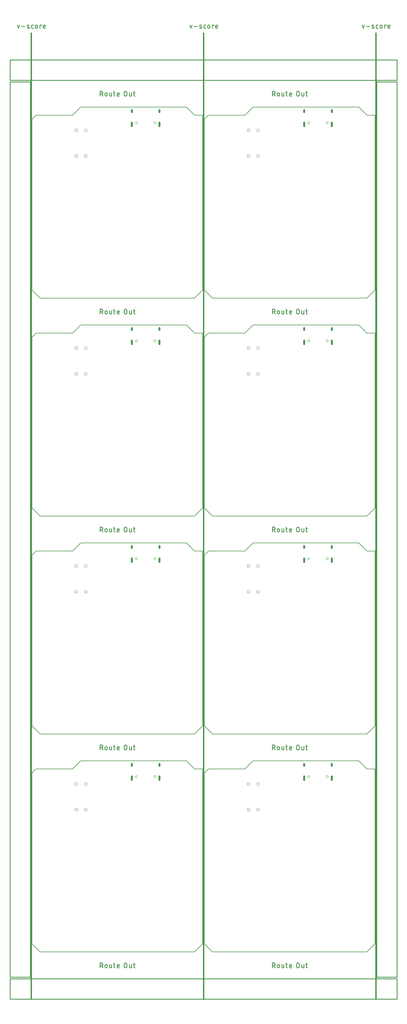
<source format=gko>
G04 EAGLE Gerber RS-274X export*
G75*
%MOMM*%
%FSLAX34Y34*%
%LPD*%
%IN*%
%IPPOS*%
%AMOC8*
5,1,8,0,0,1.08239X$1,22.5*%
G01*
%ADD10C,0.203200*%
%ADD11C,0.279400*%
%ADD12C,0.381000*%
%ADD13C,0.254000*%
%ADD14C,0.000000*%
%ADD15C,0.600000*%


D10*
X25400Y0D02*
X508000Y0D01*
X533400Y25400D01*
X533400Y571500D01*
X508000Y571500D01*
X482600Y596900D01*
X152400Y596900D01*
X127000Y571500D01*
X12700Y571500D01*
X0Y558800D01*
X0Y25400D01*
X25400Y0D01*
D11*
X212204Y-34417D02*
X212204Y-49403D01*
X212204Y-34417D02*
X216367Y-34417D01*
X216495Y-34419D01*
X216623Y-34425D01*
X216751Y-34435D01*
X216879Y-34449D01*
X217006Y-34466D01*
X217132Y-34488D01*
X217258Y-34513D01*
X217382Y-34543D01*
X217506Y-34576D01*
X217629Y-34613D01*
X217751Y-34654D01*
X217871Y-34698D01*
X217990Y-34746D01*
X218107Y-34798D01*
X218223Y-34853D01*
X218336Y-34912D01*
X218449Y-34975D01*
X218559Y-35041D01*
X218666Y-35110D01*
X218772Y-35182D01*
X218876Y-35258D01*
X218977Y-35337D01*
X219076Y-35419D01*
X219172Y-35504D01*
X219265Y-35591D01*
X219356Y-35682D01*
X219443Y-35775D01*
X219528Y-35871D01*
X219610Y-35970D01*
X219689Y-36071D01*
X219765Y-36175D01*
X219837Y-36281D01*
X219906Y-36388D01*
X219972Y-36499D01*
X220035Y-36611D01*
X220094Y-36724D01*
X220149Y-36840D01*
X220201Y-36957D01*
X220249Y-37076D01*
X220293Y-37196D01*
X220334Y-37318D01*
X220371Y-37441D01*
X220404Y-37565D01*
X220434Y-37689D01*
X220459Y-37815D01*
X220481Y-37941D01*
X220498Y-38068D01*
X220512Y-38196D01*
X220522Y-38324D01*
X220528Y-38452D01*
X220530Y-38580D01*
X220528Y-38708D01*
X220522Y-38836D01*
X220512Y-38964D01*
X220498Y-39092D01*
X220481Y-39219D01*
X220459Y-39345D01*
X220434Y-39471D01*
X220404Y-39595D01*
X220371Y-39719D01*
X220334Y-39842D01*
X220293Y-39964D01*
X220249Y-40084D01*
X220201Y-40203D01*
X220149Y-40320D01*
X220094Y-40436D01*
X220035Y-40549D01*
X219972Y-40662D01*
X219906Y-40772D01*
X219837Y-40879D01*
X219765Y-40985D01*
X219689Y-41089D01*
X219610Y-41190D01*
X219528Y-41289D01*
X219443Y-41385D01*
X219356Y-41478D01*
X219265Y-41569D01*
X219172Y-41656D01*
X219076Y-41741D01*
X218977Y-41823D01*
X218876Y-41902D01*
X218772Y-41978D01*
X218666Y-42050D01*
X218559Y-42119D01*
X218449Y-42185D01*
X218336Y-42248D01*
X218223Y-42307D01*
X218107Y-42362D01*
X217990Y-42414D01*
X217871Y-42462D01*
X217751Y-42506D01*
X217629Y-42547D01*
X217506Y-42584D01*
X217382Y-42617D01*
X217258Y-42647D01*
X217132Y-42672D01*
X217006Y-42694D01*
X216879Y-42711D01*
X216751Y-42725D01*
X216623Y-42735D01*
X216495Y-42741D01*
X216367Y-42743D01*
X212204Y-42743D01*
X217199Y-42743D02*
X220529Y-49403D01*
X227488Y-46073D02*
X227488Y-42743D01*
X227490Y-42629D01*
X227496Y-42516D01*
X227505Y-42402D01*
X227519Y-42290D01*
X227536Y-42177D01*
X227558Y-42065D01*
X227583Y-41955D01*
X227611Y-41845D01*
X227644Y-41736D01*
X227680Y-41628D01*
X227720Y-41521D01*
X227764Y-41416D01*
X227811Y-41313D01*
X227861Y-41211D01*
X227915Y-41111D01*
X227973Y-41013D01*
X228034Y-40917D01*
X228097Y-40823D01*
X228165Y-40731D01*
X228235Y-40641D01*
X228308Y-40555D01*
X228384Y-40470D01*
X228463Y-40388D01*
X228545Y-40309D01*
X228630Y-40233D01*
X228716Y-40160D01*
X228806Y-40090D01*
X228898Y-40022D01*
X228992Y-39959D01*
X229088Y-39898D01*
X229186Y-39840D01*
X229286Y-39786D01*
X229388Y-39736D01*
X229491Y-39689D01*
X229596Y-39645D01*
X229703Y-39605D01*
X229811Y-39569D01*
X229920Y-39536D01*
X230030Y-39508D01*
X230140Y-39483D01*
X230252Y-39461D01*
X230365Y-39444D01*
X230477Y-39430D01*
X230591Y-39421D01*
X230704Y-39415D01*
X230818Y-39413D01*
X230932Y-39415D01*
X231045Y-39421D01*
X231159Y-39430D01*
X231271Y-39444D01*
X231384Y-39461D01*
X231496Y-39483D01*
X231606Y-39508D01*
X231716Y-39536D01*
X231825Y-39569D01*
X231933Y-39605D01*
X232040Y-39645D01*
X232145Y-39689D01*
X232248Y-39736D01*
X232350Y-39786D01*
X232450Y-39840D01*
X232548Y-39898D01*
X232644Y-39959D01*
X232738Y-40022D01*
X232830Y-40090D01*
X232920Y-40160D01*
X233006Y-40233D01*
X233091Y-40309D01*
X233173Y-40388D01*
X233252Y-40470D01*
X233328Y-40555D01*
X233401Y-40641D01*
X233471Y-40731D01*
X233539Y-40823D01*
X233602Y-40917D01*
X233663Y-41013D01*
X233721Y-41111D01*
X233775Y-41211D01*
X233825Y-41313D01*
X233872Y-41416D01*
X233916Y-41521D01*
X233956Y-41628D01*
X233992Y-41736D01*
X234025Y-41845D01*
X234053Y-41955D01*
X234078Y-42065D01*
X234100Y-42177D01*
X234117Y-42290D01*
X234131Y-42402D01*
X234140Y-42516D01*
X234146Y-42629D01*
X234148Y-42743D01*
X234148Y-46073D01*
X234146Y-46187D01*
X234140Y-46300D01*
X234131Y-46414D01*
X234117Y-46526D01*
X234100Y-46639D01*
X234078Y-46751D01*
X234053Y-46861D01*
X234025Y-46971D01*
X233992Y-47080D01*
X233956Y-47188D01*
X233916Y-47295D01*
X233872Y-47400D01*
X233825Y-47503D01*
X233775Y-47605D01*
X233721Y-47705D01*
X233663Y-47803D01*
X233602Y-47899D01*
X233539Y-47993D01*
X233471Y-48085D01*
X233401Y-48175D01*
X233328Y-48261D01*
X233252Y-48346D01*
X233173Y-48428D01*
X233091Y-48507D01*
X233006Y-48583D01*
X232920Y-48656D01*
X232830Y-48726D01*
X232738Y-48794D01*
X232644Y-48857D01*
X232548Y-48918D01*
X232450Y-48976D01*
X232350Y-49030D01*
X232248Y-49080D01*
X232145Y-49127D01*
X232040Y-49171D01*
X231933Y-49211D01*
X231825Y-49247D01*
X231716Y-49280D01*
X231606Y-49308D01*
X231496Y-49333D01*
X231384Y-49355D01*
X231271Y-49372D01*
X231159Y-49386D01*
X231045Y-49395D01*
X230932Y-49401D01*
X230818Y-49403D01*
X230704Y-49401D01*
X230591Y-49395D01*
X230477Y-49386D01*
X230365Y-49372D01*
X230252Y-49355D01*
X230140Y-49333D01*
X230030Y-49308D01*
X229920Y-49280D01*
X229811Y-49247D01*
X229703Y-49211D01*
X229596Y-49171D01*
X229491Y-49127D01*
X229388Y-49080D01*
X229286Y-49030D01*
X229186Y-48976D01*
X229088Y-48918D01*
X228992Y-48857D01*
X228898Y-48794D01*
X228806Y-48726D01*
X228716Y-48656D01*
X228630Y-48583D01*
X228545Y-48507D01*
X228463Y-48428D01*
X228384Y-48346D01*
X228308Y-48261D01*
X228235Y-48175D01*
X228165Y-48085D01*
X228097Y-47993D01*
X228034Y-47899D01*
X227973Y-47803D01*
X227915Y-47705D01*
X227861Y-47605D01*
X227811Y-47503D01*
X227764Y-47400D01*
X227720Y-47295D01*
X227680Y-47188D01*
X227644Y-47080D01*
X227611Y-46971D01*
X227583Y-46861D01*
X227558Y-46751D01*
X227536Y-46639D01*
X227519Y-46526D01*
X227505Y-46414D01*
X227496Y-46300D01*
X227490Y-46187D01*
X227488Y-46073D01*
X241556Y-46905D02*
X241556Y-39412D01*
X241555Y-46905D02*
X241557Y-47003D01*
X241563Y-47101D01*
X241572Y-47199D01*
X241586Y-47296D01*
X241603Y-47392D01*
X241624Y-47488D01*
X241649Y-47583D01*
X241677Y-47677D01*
X241709Y-47770D01*
X241745Y-47861D01*
X241784Y-47951D01*
X241827Y-48039D01*
X241874Y-48126D01*
X241923Y-48210D01*
X241976Y-48293D01*
X242032Y-48373D01*
X242091Y-48452D01*
X242154Y-48527D01*
X242219Y-48601D01*
X242287Y-48671D01*
X242357Y-48739D01*
X242431Y-48805D01*
X242507Y-48867D01*
X242585Y-48926D01*
X242665Y-48982D01*
X242748Y-49035D01*
X242832Y-49085D01*
X242919Y-49131D01*
X243007Y-49174D01*
X243097Y-49213D01*
X243188Y-49249D01*
X243281Y-49281D01*
X243375Y-49309D01*
X243470Y-49334D01*
X243566Y-49355D01*
X243662Y-49372D01*
X243759Y-49386D01*
X243857Y-49395D01*
X243955Y-49401D01*
X244053Y-49403D01*
X248216Y-49403D01*
X248216Y-39412D01*
X254197Y-39412D02*
X259192Y-39412D01*
X255862Y-34417D02*
X255862Y-46905D01*
X255864Y-47003D01*
X255870Y-47101D01*
X255879Y-47199D01*
X255893Y-47296D01*
X255910Y-47392D01*
X255931Y-47488D01*
X255956Y-47583D01*
X255984Y-47677D01*
X256016Y-47770D01*
X256052Y-47861D01*
X256091Y-47951D01*
X256134Y-48039D01*
X256181Y-48126D01*
X256230Y-48210D01*
X256283Y-48293D01*
X256339Y-48373D01*
X256398Y-48452D01*
X256461Y-48527D01*
X256526Y-48601D01*
X256594Y-48671D01*
X256664Y-48739D01*
X256738Y-48805D01*
X256814Y-48867D01*
X256892Y-48926D01*
X256972Y-48982D01*
X257055Y-49035D01*
X257139Y-49085D01*
X257226Y-49131D01*
X257314Y-49174D01*
X257404Y-49213D01*
X257495Y-49249D01*
X257588Y-49281D01*
X257682Y-49309D01*
X257777Y-49334D01*
X257873Y-49355D01*
X257969Y-49372D01*
X258066Y-49386D01*
X258164Y-49395D01*
X258262Y-49401D01*
X258360Y-49403D01*
X259192Y-49403D01*
X268021Y-49403D02*
X272184Y-49403D01*
X268021Y-49403D02*
X267923Y-49401D01*
X267825Y-49395D01*
X267727Y-49386D01*
X267630Y-49372D01*
X267534Y-49355D01*
X267438Y-49334D01*
X267343Y-49309D01*
X267249Y-49281D01*
X267156Y-49249D01*
X267065Y-49213D01*
X266975Y-49174D01*
X266887Y-49131D01*
X266800Y-49084D01*
X266716Y-49035D01*
X266633Y-48982D01*
X266553Y-48926D01*
X266475Y-48867D01*
X266399Y-48805D01*
X266325Y-48739D01*
X266255Y-48671D01*
X266187Y-48601D01*
X266122Y-48527D01*
X266059Y-48452D01*
X266000Y-48373D01*
X265944Y-48293D01*
X265891Y-48210D01*
X265842Y-48126D01*
X265795Y-48039D01*
X265752Y-47951D01*
X265713Y-47861D01*
X265677Y-47770D01*
X265645Y-47677D01*
X265617Y-47583D01*
X265592Y-47488D01*
X265571Y-47392D01*
X265554Y-47296D01*
X265540Y-47199D01*
X265531Y-47101D01*
X265525Y-47003D01*
X265523Y-46905D01*
X265524Y-46905D02*
X265524Y-42743D01*
X265526Y-42629D01*
X265532Y-42516D01*
X265541Y-42402D01*
X265555Y-42290D01*
X265572Y-42177D01*
X265594Y-42065D01*
X265619Y-41955D01*
X265647Y-41845D01*
X265680Y-41736D01*
X265716Y-41628D01*
X265756Y-41521D01*
X265800Y-41416D01*
X265847Y-41313D01*
X265897Y-41211D01*
X265951Y-41111D01*
X266009Y-41013D01*
X266070Y-40917D01*
X266133Y-40823D01*
X266201Y-40731D01*
X266271Y-40641D01*
X266344Y-40555D01*
X266420Y-40470D01*
X266499Y-40388D01*
X266581Y-40309D01*
X266666Y-40233D01*
X266752Y-40160D01*
X266842Y-40090D01*
X266934Y-40022D01*
X267028Y-39959D01*
X267124Y-39898D01*
X267222Y-39840D01*
X267322Y-39786D01*
X267424Y-39736D01*
X267527Y-39689D01*
X267632Y-39645D01*
X267739Y-39605D01*
X267847Y-39569D01*
X267956Y-39536D01*
X268066Y-39508D01*
X268176Y-39483D01*
X268288Y-39461D01*
X268401Y-39444D01*
X268513Y-39430D01*
X268627Y-39421D01*
X268740Y-39415D01*
X268854Y-39413D01*
X268968Y-39415D01*
X269081Y-39421D01*
X269195Y-39430D01*
X269307Y-39444D01*
X269420Y-39461D01*
X269532Y-39483D01*
X269642Y-39508D01*
X269752Y-39536D01*
X269861Y-39569D01*
X269969Y-39605D01*
X270076Y-39645D01*
X270181Y-39689D01*
X270284Y-39736D01*
X270386Y-39786D01*
X270486Y-39840D01*
X270584Y-39898D01*
X270680Y-39959D01*
X270774Y-40022D01*
X270866Y-40090D01*
X270956Y-40160D01*
X271042Y-40233D01*
X271127Y-40309D01*
X271209Y-40388D01*
X271288Y-40470D01*
X271364Y-40555D01*
X271437Y-40641D01*
X271507Y-40731D01*
X271575Y-40823D01*
X271638Y-40917D01*
X271699Y-41013D01*
X271757Y-41111D01*
X271811Y-41211D01*
X271861Y-41313D01*
X271908Y-41416D01*
X271952Y-41521D01*
X271992Y-41628D01*
X272028Y-41736D01*
X272061Y-41845D01*
X272089Y-41955D01*
X272114Y-42065D01*
X272136Y-42177D01*
X272153Y-42290D01*
X272167Y-42402D01*
X272176Y-42516D01*
X272182Y-42629D01*
X272184Y-42743D01*
X272184Y-44408D01*
X265524Y-44408D01*
X287617Y-45240D02*
X287617Y-38580D01*
X287619Y-38452D01*
X287625Y-38324D01*
X287635Y-38196D01*
X287649Y-38068D01*
X287666Y-37941D01*
X287688Y-37815D01*
X287713Y-37689D01*
X287743Y-37565D01*
X287776Y-37441D01*
X287813Y-37318D01*
X287854Y-37196D01*
X287898Y-37076D01*
X287946Y-36957D01*
X287998Y-36840D01*
X288053Y-36724D01*
X288112Y-36611D01*
X288175Y-36498D01*
X288241Y-36388D01*
X288310Y-36281D01*
X288382Y-36175D01*
X288458Y-36071D01*
X288537Y-35970D01*
X288619Y-35871D01*
X288704Y-35775D01*
X288791Y-35682D01*
X288882Y-35591D01*
X288975Y-35504D01*
X289071Y-35419D01*
X289170Y-35337D01*
X289271Y-35258D01*
X289375Y-35182D01*
X289481Y-35110D01*
X289588Y-35041D01*
X289699Y-34975D01*
X289811Y-34912D01*
X289924Y-34853D01*
X290040Y-34798D01*
X290157Y-34746D01*
X290276Y-34698D01*
X290396Y-34654D01*
X290518Y-34613D01*
X290641Y-34576D01*
X290765Y-34543D01*
X290889Y-34513D01*
X291015Y-34488D01*
X291141Y-34466D01*
X291268Y-34449D01*
X291396Y-34435D01*
X291524Y-34425D01*
X291652Y-34419D01*
X291780Y-34417D01*
X291908Y-34419D01*
X292036Y-34425D01*
X292164Y-34435D01*
X292292Y-34449D01*
X292419Y-34466D01*
X292545Y-34488D01*
X292671Y-34513D01*
X292795Y-34543D01*
X292919Y-34576D01*
X293042Y-34613D01*
X293164Y-34654D01*
X293284Y-34698D01*
X293403Y-34746D01*
X293520Y-34798D01*
X293636Y-34853D01*
X293749Y-34912D01*
X293862Y-34975D01*
X293972Y-35041D01*
X294079Y-35110D01*
X294185Y-35182D01*
X294289Y-35258D01*
X294390Y-35337D01*
X294489Y-35419D01*
X294585Y-35504D01*
X294678Y-35591D01*
X294769Y-35682D01*
X294856Y-35775D01*
X294941Y-35871D01*
X295023Y-35970D01*
X295102Y-36071D01*
X295178Y-36175D01*
X295250Y-36281D01*
X295319Y-36388D01*
X295385Y-36499D01*
X295448Y-36611D01*
X295507Y-36724D01*
X295562Y-36840D01*
X295614Y-36957D01*
X295662Y-37076D01*
X295706Y-37196D01*
X295747Y-37318D01*
X295784Y-37441D01*
X295817Y-37565D01*
X295847Y-37689D01*
X295872Y-37815D01*
X295894Y-37941D01*
X295911Y-38068D01*
X295925Y-38196D01*
X295935Y-38324D01*
X295941Y-38452D01*
X295943Y-38580D01*
X295942Y-38580D02*
X295942Y-45240D01*
X295943Y-45240D02*
X295941Y-45368D01*
X295935Y-45496D01*
X295925Y-45624D01*
X295911Y-45752D01*
X295894Y-45879D01*
X295872Y-46005D01*
X295847Y-46131D01*
X295817Y-46255D01*
X295784Y-46379D01*
X295747Y-46502D01*
X295706Y-46624D01*
X295662Y-46744D01*
X295614Y-46863D01*
X295562Y-46980D01*
X295507Y-47096D01*
X295448Y-47209D01*
X295385Y-47322D01*
X295319Y-47432D01*
X295250Y-47539D01*
X295178Y-47645D01*
X295102Y-47749D01*
X295023Y-47850D01*
X294941Y-47949D01*
X294856Y-48045D01*
X294769Y-48138D01*
X294678Y-48229D01*
X294585Y-48316D01*
X294489Y-48401D01*
X294390Y-48483D01*
X294289Y-48562D01*
X294185Y-48638D01*
X294079Y-48710D01*
X293972Y-48779D01*
X293862Y-48845D01*
X293749Y-48908D01*
X293636Y-48967D01*
X293520Y-49022D01*
X293403Y-49074D01*
X293284Y-49122D01*
X293164Y-49166D01*
X293042Y-49207D01*
X292919Y-49244D01*
X292795Y-49277D01*
X292671Y-49307D01*
X292545Y-49332D01*
X292419Y-49354D01*
X292292Y-49371D01*
X292164Y-49385D01*
X292036Y-49395D01*
X291908Y-49401D01*
X291780Y-49403D01*
X291652Y-49401D01*
X291524Y-49395D01*
X291396Y-49385D01*
X291268Y-49371D01*
X291141Y-49354D01*
X291015Y-49332D01*
X290889Y-49307D01*
X290765Y-49277D01*
X290641Y-49244D01*
X290518Y-49207D01*
X290396Y-49166D01*
X290276Y-49122D01*
X290157Y-49074D01*
X290040Y-49022D01*
X289924Y-48967D01*
X289811Y-48908D01*
X289699Y-48845D01*
X289588Y-48779D01*
X289481Y-48710D01*
X289375Y-48638D01*
X289271Y-48562D01*
X289170Y-48483D01*
X289071Y-48401D01*
X288975Y-48316D01*
X288882Y-48229D01*
X288791Y-48138D01*
X288704Y-48045D01*
X288619Y-47949D01*
X288537Y-47850D01*
X288458Y-47749D01*
X288382Y-47645D01*
X288310Y-47539D01*
X288241Y-47432D01*
X288175Y-47321D01*
X288112Y-47209D01*
X288053Y-47096D01*
X287998Y-46980D01*
X287946Y-46863D01*
X287898Y-46744D01*
X287854Y-46624D01*
X287813Y-46502D01*
X287776Y-46379D01*
X287743Y-46255D01*
X287713Y-46131D01*
X287688Y-46005D01*
X287666Y-45879D01*
X287649Y-45752D01*
X287635Y-45624D01*
X287625Y-45496D01*
X287619Y-45368D01*
X287617Y-45240D01*
X303559Y-46905D02*
X303559Y-39412D01*
X303559Y-46905D02*
X303561Y-47003D01*
X303567Y-47101D01*
X303576Y-47199D01*
X303590Y-47296D01*
X303607Y-47392D01*
X303628Y-47488D01*
X303653Y-47583D01*
X303681Y-47677D01*
X303713Y-47770D01*
X303749Y-47861D01*
X303788Y-47951D01*
X303831Y-48039D01*
X303878Y-48126D01*
X303927Y-48210D01*
X303980Y-48293D01*
X304036Y-48373D01*
X304095Y-48452D01*
X304158Y-48527D01*
X304223Y-48601D01*
X304291Y-48671D01*
X304361Y-48739D01*
X304435Y-48805D01*
X304511Y-48867D01*
X304589Y-48926D01*
X304669Y-48982D01*
X304752Y-49035D01*
X304836Y-49085D01*
X304923Y-49131D01*
X305011Y-49174D01*
X305101Y-49213D01*
X305192Y-49249D01*
X305285Y-49281D01*
X305379Y-49309D01*
X305474Y-49334D01*
X305570Y-49355D01*
X305666Y-49372D01*
X305763Y-49386D01*
X305861Y-49395D01*
X305959Y-49401D01*
X306057Y-49403D01*
X310220Y-49403D01*
X310220Y-39412D01*
X316201Y-39412D02*
X321196Y-39412D01*
X317866Y-34417D02*
X317866Y-46905D01*
X317865Y-46905D02*
X317867Y-47003D01*
X317873Y-47101D01*
X317882Y-47199D01*
X317896Y-47296D01*
X317913Y-47392D01*
X317934Y-47488D01*
X317959Y-47583D01*
X317987Y-47677D01*
X318019Y-47770D01*
X318055Y-47861D01*
X318094Y-47951D01*
X318137Y-48039D01*
X318184Y-48126D01*
X318233Y-48210D01*
X318286Y-48293D01*
X318342Y-48373D01*
X318401Y-48452D01*
X318464Y-48527D01*
X318529Y-48601D01*
X318597Y-48671D01*
X318667Y-48739D01*
X318741Y-48805D01*
X318817Y-48867D01*
X318895Y-48926D01*
X318975Y-48982D01*
X319058Y-49035D01*
X319142Y-49085D01*
X319229Y-49131D01*
X319317Y-49174D01*
X319407Y-49213D01*
X319498Y-49249D01*
X319591Y-49281D01*
X319685Y-49309D01*
X319780Y-49334D01*
X319876Y-49355D01*
X319972Y-49372D01*
X320069Y-49386D01*
X320167Y-49395D01*
X320265Y-49401D01*
X320363Y-49403D01*
X320364Y-49403D02*
X321196Y-49403D01*
D10*
X563880Y0D02*
X1046480Y0D01*
X1071880Y25400D01*
X1071880Y571500D01*
X1046480Y571500D01*
X1021080Y596900D01*
X690880Y596900D01*
X665480Y571500D01*
X551180Y571500D01*
X538480Y558800D01*
X538480Y25400D01*
X563880Y0D01*
D11*
X750684Y-34417D02*
X750684Y-49403D01*
X750684Y-34417D02*
X754847Y-34417D01*
X754975Y-34419D01*
X755103Y-34425D01*
X755231Y-34435D01*
X755359Y-34449D01*
X755486Y-34466D01*
X755612Y-34488D01*
X755738Y-34513D01*
X755862Y-34543D01*
X755986Y-34576D01*
X756109Y-34613D01*
X756231Y-34654D01*
X756351Y-34698D01*
X756470Y-34746D01*
X756587Y-34798D01*
X756703Y-34853D01*
X756816Y-34912D01*
X756929Y-34975D01*
X757039Y-35041D01*
X757146Y-35110D01*
X757252Y-35182D01*
X757356Y-35258D01*
X757457Y-35337D01*
X757556Y-35419D01*
X757652Y-35504D01*
X757745Y-35591D01*
X757836Y-35682D01*
X757923Y-35775D01*
X758008Y-35871D01*
X758090Y-35970D01*
X758169Y-36071D01*
X758245Y-36175D01*
X758317Y-36281D01*
X758386Y-36388D01*
X758452Y-36499D01*
X758515Y-36611D01*
X758574Y-36724D01*
X758629Y-36840D01*
X758681Y-36957D01*
X758729Y-37076D01*
X758773Y-37196D01*
X758814Y-37318D01*
X758851Y-37441D01*
X758884Y-37565D01*
X758914Y-37689D01*
X758939Y-37815D01*
X758961Y-37941D01*
X758978Y-38068D01*
X758992Y-38196D01*
X759002Y-38324D01*
X759008Y-38452D01*
X759010Y-38580D01*
X759008Y-38708D01*
X759002Y-38836D01*
X758992Y-38964D01*
X758978Y-39092D01*
X758961Y-39219D01*
X758939Y-39345D01*
X758914Y-39471D01*
X758884Y-39595D01*
X758851Y-39719D01*
X758814Y-39842D01*
X758773Y-39964D01*
X758729Y-40084D01*
X758681Y-40203D01*
X758629Y-40320D01*
X758574Y-40436D01*
X758515Y-40549D01*
X758452Y-40662D01*
X758386Y-40772D01*
X758317Y-40879D01*
X758245Y-40985D01*
X758169Y-41089D01*
X758090Y-41190D01*
X758008Y-41289D01*
X757923Y-41385D01*
X757836Y-41478D01*
X757745Y-41569D01*
X757652Y-41656D01*
X757556Y-41741D01*
X757457Y-41823D01*
X757356Y-41902D01*
X757252Y-41978D01*
X757146Y-42050D01*
X757039Y-42119D01*
X756929Y-42185D01*
X756816Y-42248D01*
X756703Y-42307D01*
X756587Y-42362D01*
X756470Y-42414D01*
X756351Y-42462D01*
X756231Y-42506D01*
X756109Y-42547D01*
X755986Y-42584D01*
X755862Y-42617D01*
X755738Y-42647D01*
X755612Y-42672D01*
X755486Y-42694D01*
X755359Y-42711D01*
X755231Y-42725D01*
X755103Y-42735D01*
X754975Y-42741D01*
X754847Y-42743D01*
X750684Y-42743D01*
X755679Y-42743D02*
X759009Y-49403D01*
X765968Y-46073D02*
X765968Y-42743D01*
X765970Y-42629D01*
X765976Y-42516D01*
X765985Y-42402D01*
X765999Y-42290D01*
X766016Y-42177D01*
X766038Y-42065D01*
X766063Y-41955D01*
X766091Y-41845D01*
X766124Y-41736D01*
X766160Y-41628D01*
X766200Y-41521D01*
X766244Y-41416D01*
X766291Y-41313D01*
X766341Y-41211D01*
X766395Y-41111D01*
X766453Y-41013D01*
X766514Y-40917D01*
X766577Y-40823D01*
X766645Y-40731D01*
X766715Y-40641D01*
X766788Y-40555D01*
X766864Y-40470D01*
X766943Y-40388D01*
X767025Y-40309D01*
X767110Y-40233D01*
X767196Y-40160D01*
X767286Y-40090D01*
X767378Y-40022D01*
X767472Y-39959D01*
X767568Y-39898D01*
X767666Y-39840D01*
X767766Y-39786D01*
X767868Y-39736D01*
X767971Y-39689D01*
X768076Y-39645D01*
X768183Y-39605D01*
X768291Y-39569D01*
X768400Y-39536D01*
X768510Y-39508D01*
X768620Y-39483D01*
X768732Y-39461D01*
X768845Y-39444D01*
X768957Y-39430D01*
X769071Y-39421D01*
X769184Y-39415D01*
X769298Y-39413D01*
X769412Y-39415D01*
X769525Y-39421D01*
X769639Y-39430D01*
X769751Y-39444D01*
X769864Y-39461D01*
X769976Y-39483D01*
X770086Y-39508D01*
X770196Y-39536D01*
X770305Y-39569D01*
X770413Y-39605D01*
X770520Y-39645D01*
X770625Y-39689D01*
X770728Y-39736D01*
X770830Y-39786D01*
X770930Y-39840D01*
X771028Y-39898D01*
X771124Y-39959D01*
X771218Y-40022D01*
X771310Y-40090D01*
X771400Y-40160D01*
X771486Y-40233D01*
X771571Y-40309D01*
X771653Y-40388D01*
X771732Y-40470D01*
X771808Y-40555D01*
X771881Y-40641D01*
X771951Y-40731D01*
X772019Y-40823D01*
X772082Y-40917D01*
X772143Y-41013D01*
X772201Y-41111D01*
X772255Y-41211D01*
X772305Y-41313D01*
X772352Y-41416D01*
X772396Y-41521D01*
X772436Y-41628D01*
X772472Y-41736D01*
X772505Y-41845D01*
X772533Y-41955D01*
X772558Y-42065D01*
X772580Y-42177D01*
X772597Y-42290D01*
X772611Y-42402D01*
X772620Y-42516D01*
X772626Y-42629D01*
X772628Y-42743D01*
X772628Y-46073D01*
X772626Y-46187D01*
X772620Y-46300D01*
X772611Y-46414D01*
X772597Y-46526D01*
X772580Y-46639D01*
X772558Y-46751D01*
X772533Y-46861D01*
X772505Y-46971D01*
X772472Y-47080D01*
X772436Y-47188D01*
X772396Y-47295D01*
X772352Y-47400D01*
X772305Y-47503D01*
X772255Y-47605D01*
X772201Y-47705D01*
X772143Y-47803D01*
X772082Y-47899D01*
X772019Y-47993D01*
X771951Y-48085D01*
X771881Y-48175D01*
X771808Y-48261D01*
X771732Y-48346D01*
X771653Y-48428D01*
X771571Y-48507D01*
X771486Y-48583D01*
X771400Y-48656D01*
X771310Y-48726D01*
X771218Y-48794D01*
X771124Y-48857D01*
X771028Y-48918D01*
X770930Y-48976D01*
X770830Y-49030D01*
X770728Y-49080D01*
X770625Y-49127D01*
X770520Y-49171D01*
X770413Y-49211D01*
X770305Y-49247D01*
X770196Y-49280D01*
X770086Y-49308D01*
X769976Y-49333D01*
X769864Y-49355D01*
X769751Y-49372D01*
X769639Y-49386D01*
X769525Y-49395D01*
X769412Y-49401D01*
X769298Y-49403D01*
X769184Y-49401D01*
X769071Y-49395D01*
X768957Y-49386D01*
X768845Y-49372D01*
X768732Y-49355D01*
X768620Y-49333D01*
X768510Y-49308D01*
X768400Y-49280D01*
X768291Y-49247D01*
X768183Y-49211D01*
X768076Y-49171D01*
X767971Y-49127D01*
X767868Y-49080D01*
X767766Y-49030D01*
X767666Y-48976D01*
X767568Y-48918D01*
X767472Y-48857D01*
X767378Y-48794D01*
X767286Y-48726D01*
X767196Y-48656D01*
X767110Y-48583D01*
X767025Y-48507D01*
X766943Y-48428D01*
X766864Y-48346D01*
X766788Y-48261D01*
X766715Y-48175D01*
X766645Y-48085D01*
X766577Y-47993D01*
X766514Y-47899D01*
X766453Y-47803D01*
X766395Y-47705D01*
X766341Y-47605D01*
X766291Y-47503D01*
X766244Y-47400D01*
X766200Y-47295D01*
X766160Y-47188D01*
X766124Y-47080D01*
X766091Y-46971D01*
X766063Y-46861D01*
X766038Y-46751D01*
X766016Y-46639D01*
X765999Y-46526D01*
X765985Y-46414D01*
X765976Y-46300D01*
X765970Y-46187D01*
X765968Y-46073D01*
X780036Y-46905D02*
X780036Y-39412D01*
X780035Y-46905D02*
X780037Y-47003D01*
X780043Y-47101D01*
X780052Y-47199D01*
X780066Y-47296D01*
X780083Y-47392D01*
X780104Y-47488D01*
X780129Y-47583D01*
X780157Y-47677D01*
X780189Y-47770D01*
X780225Y-47861D01*
X780264Y-47951D01*
X780307Y-48039D01*
X780354Y-48126D01*
X780403Y-48210D01*
X780456Y-48293D01*
X780512Y-48373D01*
X780571Y-48452D01*
X780634Y-48527D01*
X780699Y-48601D01*
X780767Y-48671D01*
X780837Y-48739D01*
X780911Y-48805D01*
X780987Y-48867D01*
X781065Y-48926D01*
X781145Y-48982D01*
X781228Y-49035D01*
X781312Y-49085D01*
X781399Y-49131D01*
X781487Y-49174D01*
X781577Y-49213D01*
X781668Y-49249D01*
X781761Y-49281D01*
X781855Y-49309D01*
X781950Y-49334D01*
X782046Y-49355D01*
X782142Y-49372D01*
X782239Y-49386D01*
X782337Y-49395D01*
X782435Y-49401D01*
X782533Y-49403D01*
X786696Y-49403D01*
X786696Y-39412D01*
X792677Y-39412D02*
X797672Y-39412D01*
X794342Y-34417D02*
X794342Y-46905D01*
X794344Y-47003D01*
X794350Y-47101D01*
X794359Y-47199D01*
X794373Y-47296D01*
X794390Y-47392D01*
X794411Y-47488D01*
X794436Y-47583D01*
X794464Y-47677D01*
X794496Y-47770D01*
X794532Y-47861D01*
X794571Y-47951D01*
X794614Y-48039D01*
X794661Y-48126D01*
X794710Y-48210D01*
X794763Y-48293D01*
X794819Y-48373D01*
X794878Y-48452D01*
X794941Y-48527D01*
X795006Y-48601D01*
X795074Y-48671D01*
X795144Y-48739D01*
X795218Y-48805D01*
X795294Y-48867D01*
X795372Y-48926D01*
X795452Y-48982D01*
X795535Y-49035D01*
X795619Y-49085D01*
X795706Y-49131D01*
X795794Y-49174D01*
X795884Y-49213D01*
X795975Y-49249D01*
X796068Y-49281D01*
X796162Y-49309D01*
X796257Y-49334D01*
X796353Y-49355D01*
X796449Y-49372D01*
X796546Y-49386D01*
X796644Y-49395D01*
X796742Y-49401D01*
X796840Y-49403D01*
X797672Y-49403D01*
X806501Y-49403D02*
X810664Y-49403D01*
X806501Y-49403D02*
X806403Y-49401D01*
X806305Y-49395D01*
X806207Y-49386D01*
X806110Y-49372D01*
X806014Y-49355D01*
X805918Y-49334D01*
X805823Y-49309D01*
X805729Y-49281D01*
X805636Y-49249D01*
X805545Y-49213D01*
X805455Y-49174D01*
X805367Y-49131D01*
X805280Y-49084D01*
X805196Y-49035D01*
X805113Y-48982D01*
X805033Y-48926D01*
X804955Y-48867D01*
X804879Y-48805D01*
X804805Y-48739D01*
X804735Y-48671D01*
X804667Y-48601D01*
X804602Y-48527D01*
X804539Y-48452D01*
X804480Y-48373D01*
X804424Y-48293D01*
X804371Y-48210D01*
X804322Y-48126D01*
X804275Y-48039D01*
X804232Y-47951D01*
X804193Y-47861D01*
X804157Y-47770D01*
X804125Y-47677D01*
X804097Y-47583D01*
X804072Y-47488D01*
X804051Y-47392D01*
X804034Y-47296D01*
X804020Y-47199D01*
X804011Y-47101D01*
X804005Y-47003D01*
X804003Y-46905D01*
X804004Y-46905D02*
X804004Y-42743D01*
X804006Y-42629D01*
X804012Y-42516D01*
X804021Y-42402D01*
X804035Y-42290D01*
X804052Y-42177D01*
X804074Y-42065D01*
X804099Y-41955D01*
X804127Y-41845D01*
X804160Y-41736D01*
X804196Y-41628D01*
X804236Y-41521D01*
X804280Y-41416D01*
X804327Y-41313D01*
X804377Y-41211D01*
X804431Y-41111D01*
X804489Y-41013D01*
X804550Y-40917D01*
X804613Y-40823D01*
X804681Y-40731D01*
X804751Y-40641D01*
X804824Y-40555D01*
X804900Y-40470D01*
X804979Y-40388D01*
X805061Y-40309D01*
X805146Y-40233D01*
X805232Y-40160D01*
X805322Y-40090D01*
X805414Y-40022D01*
X805508Y-39959D01*
X805604Y-39898D01*
X805702Y-39840D01*
X805802Y-39786D01*
X805904Y-39736D01*
X806007Y-39689D01*
X806112Y-39645D01*
X806219Y-39605D01*
X806327Y-39569D01*
X806436Y-39536D01*
X806546Y-39508D01*
X806656Y-39483D01*
X806768Y-39461D01*
X806881Y-39444D01*
X806993Y-39430D01*
X807107Y-39421D01*
X807220Y-39415D01*
X807334Y-39413D01*
X807448Y-39415D01*
X807561Y-39421D01*
X807675Y-39430D01*
X807787Y-39444D01*
X807900Y-39461D01*
X808012Y-39483D01*
X808122Y-39508D01*
X808232Y-39536D01*
X808341Y-39569D01*
X808449Y-39605D01*
X808556Y-39645D01*
X808661Y-39689D01*
X808764Y-39736D01*
X808866Y-39786D01*
X808966Y-39840D01*
X809064Y-39898D01*
X809160Y-39959D01*
X809254Y-40022D01*
X809346Y-40090D01*
X809436Y-40160D01*
X809522Y-40233D01*
X809607Y-40309D01*
X809689Y-40388D01*
X809768Y-40470D01*
X809844Y-40555D01*
X809917Y-40641D01*
X809987Y-40731D01*
X810055Y-40823D01*
X810118Y-40917D01*
X810179Y-41013D01*
X810237Y-41111D01*
X810291Y-41211D01*
X810341Y-41313D01*
X810388Y-41416D01*
X810432Y-41521D01*
X810472Y-41628D01*
X810508Y-41736D01*
X810541Y-41845D01*
X810569Y-41955D01*
X810594Y-42065D01*
X810616Y-42177D01*
X810633Y-42290D01*
X810647Y-42402D01*
X810656Y-42516D01*
X810662Y-42629D01*
X810664Y-42743D01*
X810664Y-44408D01*
X804004Y-44408D01*
X826097Y-45240D02*
X826097Y-38580D01*
X826099Y-38452D01*
X826105Y-38324D01*
X826115Y-38196D01*
X826129Y-38068D01*
X826146Y-37941D01*
X826168Y-37815D01*
X826193Y-37689D01*
X826223Y-37565D01*
X826256Y-37441D01*
X826293Y-37318D01*
X826334Y-37196D01*
X826378Y-37076D01*
X826426Y-36957D01*
X826478Y-36840D01*
X826533Y-36724D01*
X826592Y-36611D01*
X826655Y-36498D01*
X826721Y-36388D01*
X826790Y-36281D01*
X826862Y-36175D01*
X826938Y-36071D01*
X827017Y-35970D01*
X827099Y-35871D01*
X827184Y-35775D01*
X827271Y-35682D01*
X827362Y-35591D01*
X827455Y-35504D01*
X827551Y-35419D01*
X827650Y-35337D01*
X827751Y-35258D01*
X827855Y-35182D01*
X827961Y-35110D01*
X828068Y-35041D01*
X828179Y-34975D01*
X828291Y-34912D01*
X828404Y-34853D01*
X828520Y-34798D01*
X828637Y-34746D01*
X828756Y-34698D01*
X828876Y-34654D01*
X828998Y-34613D01*
X829121Y-34576D01*
X829245Y-34543D01*
X829369Y-34513D01*
X829495Y-34488D01*
X829621Y-34466D01*
X829748Y-34449D01*
X829876Y-34435D01*
X830004Y-34425D01*
X830132Y-34419D01*
X830260Y-34417D01*
X830388Y-34419D01*
X830516Y-34425D01*
X830644Y-34435D01*
X830772Y-34449D01*
X830899Y-34466D01*
X831025Y-34488D01*
X831151Y-34513D01*
X831275Y-34543D01*
X831399Y-34576D01*
X831522Y-34613D01*
X831644Y-34654D01*
X831764Y-34698D01*
X831883Y-34746D01*
X832000Y-34798D01*
X832116Y-34853D01*
X832229Y-34912D01*
X832342Y-34975D01*
X832452Y-35041D01*
X832559Y-35110D01*
X832665Y-35182D01*
X832769Y-35258D01*
X832870Y-35337D01*
X832969Y-35419D01*
X833065Y-35504D01*
X833158Y-35591D01*
X833249Y-35682D01*
X833336Y-35775D01*
X833421Y-35871D01*
X833503Y-35970D01*
X833582Y-36071D01*
X833658Y-36175D01*
X833730Y-36281D01*
X833799Y-36388D01*
X833865Y-36499D01*
X833928Y-36611D01*
X833987Y-36724D01*
X834042Y-36840D01*
X834094Y-36957D01*
X834142Y-37076D01*
X834186Y-37196D01*
X834227Y-37318D01*
X834264Y-37441D01*
X834297Y-37565D01*
X834327Y-37689D01*
X834352Y-37815D01*
X834374Y-37941D01*
X834391Y-38068D01*
X834405Y-38196D01*
X834415Y-38324D01*
X834421Y-38452D01*
X834423Y-38580D01*
X834422Y-38580D02*
X834422Y-45240D01*
X834423Y-45240D02*
X834421Y-45368D01*
X834415Y-45496D01*
X834405Y-45624D01*
X834391Y-45752D01*
X834374Y-45879D01*
X834352Y-46005D01*
X834327Y-46131D01*
X834297Y-46255D01*
X834264Y-46379D01*
X834227Y-46502D01*
X834186Y-46624D01*
X834142Y-46744D01*
X834094Y-46863D01*
X834042Y-46980D01*
X833987Y-47096D01*
X833928Y-47209D01*
X833865Y-47322D01*
X833799Y-47432D01*
X833730Y-47539D01*
X833658Y-47645D01*
X833582Y-47749D01*
X833503Y-47850D01*
X833421Y-47949D01*
X833336Y-48045D01*
X833249Y-48138D01*
X833158Y-48229D01*
X833065Y-48316D01*
X832969Y-48401D01*
X832870Y-48483D01*
X832769Y-48562D01*
X832665Y-48638D01*
X832559Y-48710D01*
X832452Y-48779D01*
X832342Y-48845D01*
X832229Y-48908D01*
X832116Y-48967D01*
X832000Y-49022D01*
X831883Y-49074D01*
X831764Y-49122D01*
X831644Y-49166D01*
X831522Y-49207D01*
X831399Y-49244D01*
X831275Y-49277D01*
X831151Y-49307D01*
X831025Y-49332D01*
X830899Y-49354D01*
X830772Y-49371D01*
X830644Y-49385D01*
X830516Y-49395D01*
X830388Y-49401D01*
X830260Y-49403D01*
X830132Y-49401D01*
X830004Y-49395D01*
X829876Y-49385D01*
X829748Y-49371D01*
X829621Y-49354D01*
X829495Y-49332D01*
X829369Y-49307D01*
X829245Y-49277D01*
X829121Y-49244D01*
X828998Y-49207D01*
X828876Y-49166D01*
X828756Y-49122D01*
X828637Y-49074D01*
X828520Y-49022D01*
X828404Y-48967D01*
X828291Y-48908D01*
X828179Y-48845D01*
X828068Y-48779D01*
X827961Y-48710D01*
X827855Y-48638D01*
X827751Y-48562D01*
X827650Y-48483D01*
X827551Y-48401D01*
X827455Y-48316D01*
X827362Y-48229D01*
X827271Y-48138D01*
X827184Y-48045D01*
X827099Y-47949D01*
X827017Y-47850D01*
X826938Y-47749D01*
X826862Y-47645D01*
X826790Y-47539D01*
X826721Y-47432D01*
X826655Y-47321D01*
X826592Y-47209D01*
X826533Y-47096D01*
X826478Y-46980D01*
X826426Y-46863D01*
X826378Y-46744D01*
X826334Y-46624D01*
X826293Y-46502D01*
X826256Y-46379D01*
X826223Y-46255D01*
X826193Y-46131D01*
X826168Y-46005D01*
X826146Y-45879D01*
X826129Y-45752D01*
X826115Y-45624D01*
X826105Y-45496D01*
X826099Y-45368D01*
X826097Y-45240D01*
X842039Y-46905D02*
X842039Y-39412D01*
X842039Y-46905D02*
X842041Y-47003D01*
X842047Y-47101D01*
X842056Y-47199D01*
X842070Y-47296D01*
X842087Y-47392D01*
X842108Y-47488D01*
X842133Y-47583D01*
X842161Y-47677D01*
X842193Y-47770D01*
X842229Y-47861D01*
X842268Y-47951D01*
X842311Y-48039D01*
X842358Y-48126D01*
X842407Y-48210D01*
X842460Y-48293D01*
X842516Y-48373D01*
X842575Y-48452D01*
X842638Y-48527D01*
X842703Y-48601D01*
X842771Y-48671D01*
X842841Y-48739D01*
X842915Y-48805D01*
X842991Y-48867D01*
X843069Y-48926D01*
X843149Y-48982D01*
X843232Y-49035D01*
X843316Y-49085D01*
X843403Y-49131D01*
X843491Y-49174D01*
X843581Y-49213D01*
X843672Y-49249D01*
X843765Y-49281D01*
X843859Y-49309D01*
X843954Y-49334D01*
X844050Y-49355D01*
X844146Y-49372D01*
X844243Y-49386D01*
X844341Y-49395D01*
X844439Y-49401D01*
X844537Y-49403D01*
X848700Y-49403D01*
X848700Y-39412D01*
X854681Y-39412D02*
X859676Y-39412D01*
X856346Y-34417D02*
X856346Y-46905D01*
X856345Y-46905D02*
X856347Y-47003D01*
X856353Y-47101D01*
X856362Y-47199D01*
X856376Y-47296D01*
X856393Y-47392D01*
X856414Y-47488D01*
X856439Y-47583D01*
X856467Y-47677D01*
X856499Y-47770D01*
X856535Y-47861D01*
X856574Y-47951D01*
X856617Y-48039D01*
X856664Y-48126D01*
X856713Y-48210D01*
X856766Y-48293D01*
X856822Y-48373D01*
X856881Y-48452D01*
X856944Y-48527D01*
X857009Y-48601D01*
X857077Y-48671D01*
X857147Y-48739D01*
X857221Y-48805D01*
X857297Y-48867D01*
X857375Y-48926D01*
X857455Y-48982D01*
X857538Y-49035D01*
X857622Y-49085D01*
X857709Y-49131D01*
X857797Y-49174D01*
X857887Y-49213D01*
X857978Y-49249D01*
X858071Y-49281D01*
X858165Y-49309D01*
X858260Y-49334D01*
X858356Y-49355D01*
X858452Y-49372D01*
X858549Y-49386D01*
X858647Y-49395D01*
X858745Y-49401D01*
X858843Y-49403D01*
X858844Y-49403D02*
X859676Y-49403D01*
D10*
X508000Y680720D02*
X25400Y680720D01*
X508000Y680720D02*
X533400Y706120D01*
X533400Y1252220D01*
X508000Y1252220D01*
X482600Y1277620D01*
X152400Y1277620D01*
X127000Y1252220D01*
X12700Y1252220D01*
X0Y1239520D01*
X0Y706120D01*
X25400Y680720D01*
D11*
X212204Y646303D02*
X212204Y631317D01*
X212204Y646303D02*
X216367Y646303D01*
X216495Y646301D01*
X216623Y646295D01*
X216751Y646285D01*
X216879Y646271D01*
X217006Y646254D01*
X217132Y646232D01*
X217258Y646207D01*
X217382Y646177D01*
X217506Y646144D01*
X217629Y646107D01*
X217751Y646066D01*
X217871Y646022D01*
X217990Y645974D01*
X218107Y645922D01*
X218223Y645867D01*
X218336Y645808D01*
X218449Y645745D01*
X218559Y645679D01*
X218666Y645610D01*
X218772Y645538D01*
X218876Y645462D01*
X218977Y645383D01*
X219076Y645301D01*
X219172Y645216D01*
X219265Y645129D01*
X219356Y645038D01*
X219443Y644945D01*
X219528Y644849D01*
X219610Y644750D01*
X219689Y644649D01*
X219765Y644545D01*
X219837Y644439D01*
X219906Y644332D01*
X219972Y644222D01*
X220035Y644109D01*
X220094Y643996D01*
X220149Y643880D01*
X220201Y643763D01*
X220249Y643644D01*
X220293Y643524D01*
X220334Y643402D01*
X220371Y643279D01*
X220404Y643155D01*
X220434Y643031D01*
X220459Y642905D01*
X220481Y642779D01*
X220498Y642652D01*
X220512Y642524D01*
X220522Y642396D01*
X220528Y642268D01*
X220530Y642140D01*
X220528Y642012D01*
X220522Y641884D01*
X220512Y641756D01*
X220498Y641628D01*
X220481Y641501D01*
X220459Y641375D01*
X220434Y641249D01*
X220404Y641125D01*
X220371Y641001D01*
X220334Y640878D01*
X220293Y640756D01*
X220249Y640636D01*
X220201Y640517D01*
X220149Y640400D01*
X220094Y640284D01*
X220035Y640171D01*
X219972Y640059D01*
X219906Y639948D01*
X219837Y639841D01*
X219765Y639735D01*
X219689Y639631D01*
X219610Y639530D01*
X219528Y639431D01*
X219443Y639335D01*
X219356Y639242D01*
X219265Y639151D01*
X219172Y639064D01*
X219076Y638979D01*
X218977Y638897D01*
X218876Y638818D01*
X218772Y638742D01*
X218666Y638670D01*
X218559Y638601D01*
X218449Y638535D01*
X218336Y638472D01*
X218223Y638413D01*
X218107Y638358D01*
X217990Y638306D01*
X217871Y638258D01*
X217751Y638214D01*
X217629Y638173D01*
X217506Y638136D01*
X217382Y638103D01*
X217258Y638073D01*
X217132Y638048D01*
X217006Y638026D01*
X216879Y638009D01*
X216751Y637995D01*
X216623Y637985D01*
X216495Y637979D01*
X216367Y637977D01*
X212204Y637977D01*
X217199Y637977D02*
X220529Y631317D01*
X227488Y634647D02*
X227488Y637977D01*
X227490Y638091D01*
X227496Y638204D01*
X227505Y638318D01*
X227519Y638430D01*
X227536Y638543D01*
X227558Y638655D01*
X227583Y638765D01*
X227611Y638875D01*
X227644Y638984D01*
X227680Y639092D01*
X227720Y639199D01*
X227764Y639304D01*
X227811Y639407D01*
X227861Y639509D01*
X227915Y639609D01*
X227973Y639707D01*
X228034Y639803D01*
X228097Y639897D01*
X228165Y639989D01*
X228235Y640079D01*
X228308Y640165D01*
X228384Y640250D01*
X228463Y640332D01*
X228545Y640411D01*
X228630Y640487D01*
X228716Y640560D01*
X228806Y640630D01*
X228898Y640698D01*
X228992Y640761D01*
X229088Y640822D01*
X229186Y640880D01*
X229286Y640934D01*
X229388Y640984D01*
X229491Y641031D01*
X229596Y641075D01*
X229703Y641115D01*
X229811Y641151D01*
X229920Y641184D01*
X230030Y641212D01*
X230140Y641237D01*
X230252Y641259D01*
X230365Y641276D01*
X230477Y641290D01*
X230591Y641299D01*
X230704Y641305D01*
X230818Y641307D01*
X230932Y641305D01*
X231045Y641299D01*
X231159Y641290D01*
X231271Y641276D01*
X231384Y641259D01*
X231496Y641237D01*
X231606Y641212D01*
X231716Y641184D01*
X231825Y641151D01*
X231933Y641115D01*
X232040Y641075D01*
X232145Y641031D01*
X232248Y640984D01*
X232350Y640934D01*
X232450Y640880D01*
X232548Y640822D01*
X232644Y640761D01*
X232738Y640698D01*
X232830Y640630D01*
X232920Y640560D01*
X233006Y640487D01*
X233091Y640411D01*
X233173Y640332D01*
X233252Y640250D01*
X233328Y640165D01*
X233401Y640079D01*
X233471Y639989D01*
X233539Y639897D01*
X233602Y639803D01*
X233663Y639707D01*
X233721Y639609D01*
X233775Y639509D01*
X233825Y639407D01*
X233872Y639304D01*
X233916Y639199D01*
X233956Y639092D01*
X233992Y638984D01*
X234025Y638875D01*
X234053Y638765D01*
X234078Y638655D01*
X234100Y638543D01*
X234117Y638430D01*
X234131Y638318D01*
X234140Y638204D01*
X234146Y638091D01*
X234148Y637977D01*
X234148Y634647D01*
X234146Y634533D01*
X234140Y634420D01*
X234131Y634306D01*
X234117Y634194D01*
X234100Y634081D01*
X234078Y633969D01*
X234053Y633859D01*
X234025Y633749D01*
X233992Y633640D01*
X233956Y633532D01*
X233916Y633425D01*
X233872Y633320D01*
X233825Y633217D01*
X233775Y633115D01*
X233721Y633015D01*
X233663Y632917D01*
X233602Y632821D01*
X233539Y632727D01*
X233471Y632635D01*
X233401Y632545D01*
X233328Y632459D01*
X233252Y632374D01*
X233173Y632292D01*
X233091Y632213D01*
X233006Y632137D01*
X232920Y632064D01*
X232830Y631994D01*
X232738Y631926D01*
X232644Y631863D01*
X232548Y631802D01*
X232450Y631744D01*
X232350Y631690D01*
X232248Y631640D01*
X232145Y631593D01*
X232040Y631549D01*
X231933Y631509D01*
X231825Y631473D01*
X231716Y631440D01*
X231606Y631412D01*
X231496Y631387D01*
X231384Y631365D01*
X231271Y631348D01*
X231159Y631334D01*
X231045Y631325D01*
X230932Y631319D01*
X230818Y631317D01*
X230704Y631319D01*
X230591Y631325D01*
X230477Y631334D01*
X230365Y631348D01*
X230252Y631365D01*
X230140Y631387D01*
X230030Y631412D01*
X229920Y631440D01*
X229811Y631473D01*
X229703Y631509D01*
X229596Y631549D01*
X229491Y631593D01*
X229388Y631640D01*
X229286Y631690D01*
X229186Y631744D01*
X229088Y631802D01*
X228992Y631863D01*
X228898Y631926D01*
X228806Y631994D01*
X228716Y632064D01*
X228630Y632137D01*
X228545Y632213D01*
X228463Y632292D01*
X228384Y632374D01*
X228308Y632459D01*
X228235Y632545D01*
X228165Y632635D01*
X228097Y632727D01*
X228034Y632821D01*
X227973Y632917D01*
X227915Y633015D01*
X227861Y633115D01*
X227811Y633217D01*
X227764Y633320D01*
X227720Y633425D01*
X227680Y633532D01*
X227644Y633640D01*
X227611Y633749D01*
X227583Y633859D01*
X227558Y633969D01*
X227536Y634081D01*
X227519Y634194D01*
X227505Y634306D01*
X227496Y634420D01*
X227490Y634533D01*
X227488Y634647D01*
X241556Y633815D02*
X241556Y641308D01*
X241555Y633815D02*
X241557Y633717D01*
X241563Y633619D01*
X241572Y633521D01*
X241586Y633424D01*
X241603Y633328D01*
X241624Y633232D01*
X241649Y633137D01*
X241677Y633043D01*
X241709Y632950D01*
X241745Y632859D01*
X241784Y632769D01*
X241827Y632681D01*
X241874Y632594D01*
X241923Y632510D01*
X241976Y632427D01*
X242032Y632347D01*
X242091Y632269D01*
X242154Y632193D01*
X242219Y632119D01*
X242287Y632049D01*
X242357Y631981D01*
X242431Y631916D01*
X242507Y631853D01*
X242585Y631794D01*
X242665Y631738D01*
X242748Y631685D01*
X242832Y631636D01*
X242919Y631589D01*
X243007Y631546D01*
X243097Y631507D01*
X243188Y631471D01*
X243281Y631439D01*
X243375Y631411D01*
X243470Y631386D01*
X243566Y631365D01*
X243662Y631348D01*
X243759Y631334D01*
X243857Y631325D01*
X243955Y631319D01*
X244053Y631317D01*
X248216Y631317D01*
X248216Y641308D01*
X254197Y641308D02*
X259192Y641308D01*
X255862Y646303D02*
X255862Y633815D01*
X255864Y633717D01*
X255870Y633619D01*
X255879Y633521D01*
X255893Y633424D01*
X255910Y633328D01*
X255931Y633232D01*
X255956Y633137D01*
X255984Y633043D01*
X256016Y632950D01*
X256052Y632859D01*
X256091Y632769D01*
X256134Y632681D01*
X256181Y632594D01*
X256230Y632510D01*
X256283Y632427D01*
X256339Y632347D01*
X256398Y632269D01*
X256461Y632193D01*
X256526Y632119D01*
X256594Y632049D01*
X256664Y631981D01*
X256738Y631916D01*
X256814Y631853D01*
X256892Y631794D01*
X256972Y631738D01*
X257055Y631685D01*
X257139Y631636D01*
X257226Y631589D01*
X257314Y631546D01*
X257404Y631507D01*
X257495Y631471D01*
X257588Y631439D01*
X257682Y631411D01*
X257777Y631386D01*
X257873Y631365D01*
X257969Y631348D01*
X258066Y631334D01*
X258164Y631325D01*
X258262Y631319D01*
X258360Y631317D01*
X259192Y631317D01*
X268021Y631317D02*
X272184Y631317D01*
X268021Y631317D02*
X267923Y631319D01*
X267825Y631325D01*
X267727Y631334D01*
X267630Y631348D01*
X267534Y631365D01*
X267438Y631386D01*
X267343Y631411D01*
X267249Y631439D01*
X267156Y631471D01*
X267065Y631507D01*
X266975Y631546D01*
X266887Y631589D01*
X266800Y631636D01*
X266716Y631685D01*
X266633Y631738D01*
X266553Y631794D01*
X266475Y631853D01*
X266399Y631916D01*
X266325Y631981D01*
X266255Y632049D01*
X266187Y632119D01*
X266122Y632193D01*
X266059Y632269D01*
X266000Y632347D01*
X265944Y632427D01*
X265891Y632510D01*
X265842Y632594D01*
X265795Y632681D01*
X265752Y632769D01*
X265713Y632859D01*
X265677Y632950D01*
X265645Y633043D01*
X265617Y633137D01*
X265592Y633232D01*
X265571Y633328D01*
X265554Y633424D01*
X265540Y633521D01*
X265531Y633619D01*
X265525Y633717D01*
X265523Y633815D01*
X265524Y633815D02*
X265524Y637977D01*
X265526Y638091D01*
X265532Y638204D01*
X265541Y638318D01*
X265555Y638430D01*
X265572Y638543D01*
X265594Y638655D01*
X265619Y638765D01*
X265647Y638875D01*
X265680Y638984D01*
X265716Y639092D01*
X265756Y639199D01*
X265800Y639304D01*
X265847Y639407D01*
X265897Y639509D01*
X265951Y639609D01*
X266009Y639707D01*
X266070Y639803D01*
X266133Y639897D01*
X266201Y639989D01*
X266271Y640079D01*
X266344Y640165D01*
X266420Y640250D01*
X266499Y640332D01*
X266581Y640411D01*
X266666Y640487D01*
X266752Y640560D01*
X266842Y640630D01*
X266934Y640698D01*
X267028Y640761D01*
X267124Y640822D01*
X267222Y640880D01*
X267322Y640934D01*
X267424Y640984D01*
X267527Y641031D01*
X267632Y641075D01*
X267739Y641115D01*
X267847Y641151D01*
X267956Y641184D01*
X268066Y641212D01*
X268176Y641237D01*
X268288Y641259D01*
X268401Y641276D01*
X268513Y641290D01*
X268627Y641299D01*
X268740Y641305D01*
X268854Y641307D01*
X268968Y641305D01*
X269081Y641299D01*
X269195Y641290D01*
X269307Y641276D01*
X269420Y641259D01*
X269532Y641237D01*
X269642Y641212D01*
X269752Y641184D01*
X269861Y641151D01*
X269969Y641115D01*
X270076Y641075D01*
X270181Y641031D01*
X270284Y640984D01*
X270386Y640934D01*
X270486Y640880D01*
X270584Y640822D01*
X270680Y640761D01*
X270774Y640698D01*
X270866Y640630D01*
X270956Y640560D01*
X271042Y640487D01*
X271127Y640411D01*
X271209Y640332D01*
X271288Y640250D01*
X271364Y640165D01*
X271437Y640079D01*
X271507Y639989D01*
X271575Y639897D01*
X271638Y639803D01*
X271699Y639707D01*
X271757Y639609D01*
X271811Y639509D01*
X271861Y639407D01*
X271908Y639304D01*
X271952Y639199D01*
X271992Y639092D01*
X272028Y638984D01*
X272061Y638875D01*
X272089Y638765D01*
X272114Y638655D01*
X272136Y638543D01*
X272153Y638430D01*
X272167Y638318D01*
X272176Y638204D01*
X272182Y638091D01*
X272184Y637977D01*
X272184Y636312D01*
X265524Y636312D01*
X287617Y635480D02*
X287617Y642140D01*
X287619Y642268D01*
X287625Y642396D01*
X287635Y642524D01*
X287649Y642652D01*
X287666Y642779D01*
X287688Y642905D01*
X287713Y643031D01*
X287743Y643155D01*
X287776Y643279D01*
X287813Y643402D01*
X287854Y643524D01*
X287898Y643644D01*
X287946Y643763D01*
X287998Y643880D01*
X288053Y643996D01*
X288112Y644109D01*
X288175Y644222D01*
X288241Y644332D01*
X288310Y644439D01*
X288382Y644545D01*
X288458Y644649D01*
X288537Y644750D01*
X288619Y644849D01*
X288704Y644945D01*
X288791Y645038D01*
X288882Y645129D01*
X288975Y645216D01*
X289071Y645301D01*
X289170Y645383D01*
X289271Y645462D01*
X289375Y645538D01*
X289481Y645610D01*
X289588Y645679D01*
X289699Y645745D01*
X289811Y645808D01*
X289924Y645867D01*
X290040Y645922D01*
X290157Y645974D01*
X290276Y646022D01*
X290396Y646066D01*
X290518Y646107D01*
X290641Y646144D01*
X290765Y646177D01*
X290889Y646207D01*
X291015Y646232D01*
X291141Y646254D01*
X291268Y646271D01*
X291396Y646285D01*
X291524Y646295D01*
X291652Y646301D01*
X291780Y646303D01*
X291908Y646301D01*
X292036Y646295D01*
X292164Y646285D01*
X292292Y646271D01*
X292419Y646254D01*
X292545Y646232D01*
X292671Y646207D01*
X292795Y646177D01*
X292919Y646144D01*
X293042Y646107D01*
X293164Y646066D01*
X293284Y646022D01*
X293403Y645974D01*
X293520Y645922D01*
X293636Y645867D01*
X293749Y645808D01*
X293862Y645745D01*
X293972Y645679D01*
X294079Y645610D01*
X294185Y645538D01*
X294289Y645462D01*
X294390Y645383D01*
X294489Y645301D01*
X294585Y645216D01*
X294678Y645129D01*
X294769Y645038D01*
X294856Y644945D01*
X294941Y644849D01*
X295023Y644750D01*
X295102Y644649D01*
X295178Y644545D01*
X295250Y644439D01*
X295319Y644332D01*
X295385Y644222D01*
X295448Y644109D01*
X295507Y643996D01*
X295562Y643880D01*
X295614Y643763D01*
X295662Y643644D01*
X295706Y643524D01*
X295747Y643402D01*
X295784Y643279D01*
X295817Y643155D01*
X295847Y643031D01*
X295872Y642905D01*
X295894Y642779D01*
X295911Y642652D01*
X295925Y642524D01*
X295935Y642396D01*
X295941Y642268D01*
X295943Y642140D01*
X295942Y642140D02*
X295942Y635480D01*
X295943Y635480D02*
X295941Y635352D01*
X295935Y635224D01*
X295925Y635096D01*
X295911Y634968D01*
X295894Y634841D01*
X295872Y634715D01*
X295847Y634589D01*
X295817Y634465D01*
X295784Y634341D01*
X295747Y634218D01*
X295706Y634096D01*
X295662Y633976D01*
X295614Y633857D01*
X295562Y633740D01*
X295507Y633624D01*
X295448Y633511D01*
X295385Y633399D01*
X295319Y633288D01*
X295250Y633181D01*
X295178Y633075D01*
X295102Y632971D01*
X295023Y632870D01*
X294941Y632771D01*
X294856Y632675D01*
X294769Y632582D01*
X294678Y632491D01*
X294585Y632404D01*
X294489Y632319D01*
X294390Y632237D01*
X294289Y632158D01*
X294185Y632082D01*
X294079Y632010D01*
X293972Y631941D01*
X293862Y631875D01*
X293749Y631812D01*
X293636Y631753D01*
X293520Y631698D01*
X293403Y631646D01*
X293284Y631598D01*
X293164Y631554D01*
X293042Y631513D01*
X292919Y631476D01*
X292795Y631443D01*
X292671Y631413D01*
X292545Y631388D01*
X292419Y631366D01*
X292292Y631349D01*
X292164Y631335D01*
X292036Y631325D01*
X291908Y631319D01*
X291780Y631317D01*
X291652Y631319D01*
X291524Y631325D01*
X291396Y631335D01*
X291268Y631349D01*
X291141Y631366D01*
X291015Y631388D01*
X290889Y631413D01*
X290765Y631443D01*
X290641Y631476D01*
X290518Y631513D01*
X290396Y631554D01*
X290276Y631598D01*
X290157Y631646D01*
X290040Y631698D01*
X289924Y631753D01*
X289811Y631812D01*
X289699Y631875D01*
X289588Y631941D01*
X289481Y632010D01*
X289375Y632082D01*
X289271Y632158D01*
X289170Y632237D01*
X289071Y632319D01*
X288975Y632404D01*
X288882Y632491D01*
X288791Y632582D01*
X288704Y632675D01*
X288619Y632771D01*
X288537Y632870D01*
X288458Y632971D01*
X288382Y633075D01*
X288310Y633181D01*
X288241Y633288D01*
X288175Y633399D01*
X288112Y633511D01*
X288053Y633624D01*
X287998Y633740D01*
X287946Y633857D01*
X287898Y633976D01*
X287854Y634096D01*
X287813Y634218D01*
X287776Y634341D01*
X287743Y634465D01*
X287713Y634589D01*
X287688Y634715D01*
X287666Y634841D01*
X287649Y634968D01*
X287635Y635096D01*
X287625Y635224D01*
X287619Y635352D01*
X287617Y635480D01*
X303559Y633815D02*
X303559Y641308D01*
X303559Y633815D02*
X303561Y633717D01*
X303567Y633619D01*
X303576Y633521D01*
X303590Y633424D01*
X303607Y633328D01*
X303628Y633232D01*
X303653Y633137D01*
X303681Y633043D01*
X303713Y632950D01*
X303749Y632859D01*
X303788Y632769D01*
X303831Y632681D01*
X303878Y632594D01*
X303927Y632510D01*
X303980Y632427D01*
X304036Y632347D01*
X304095Y632269D01*
X304158Y632193D01*
X304223Y632119D01*
X304291Y632049D01*
X304361Y631981D01*
X304435Y631916D01*
X304511Y631853D01*
X304589Y631794D01*
X304669Y631738D01*
X304752Y631685D01*
X304836Y631636D01*
X304923Y631589D01*
X305011Y631546D01*
X305101Y631507D01*
X305192Y631471D01*
X305285Y631439D01*
X305379Y631411D01*
X305474Y631386D01*
X305570Y631365D01*
X305666Y631348D01*
X305763Y631334D01*
X305861Y631325D01*
X305959Y631319D01*
X306057Y631317D01*
X310220Y631317D01*
X310220Y641308D01*
X316201Y641308D02*
X321196Y641308D01*
X317866Y646303D02*
X317866Y633815D01*
X317868Y633717D01*
X317874Y633619D01*
X317883Y633521D01*
X317897Y633424D01*
X317914Y633328D01*
X317935Y633232D01*
X317960Y633137D01*
X317988Y633043D01*
X318020Y632950D01*
X318056Y632859D01*
X318095Y632769D01*
X318138Y632681D01*
X318185Y632594D01*
X318234Y632510D01*
X318287Y632427D01*
X318343Y632347D01*
X318402Y632269D01*
X318465Y632193D01*
X318530Y632119D01*
X318598Y632049D01*
X318668Y631981D01*
X318742Y631916D01*
X318818Y631853D01*
X318896Y631794D01*
X318976Y631738D01*
X319059Y631685D01*
X319143Y631636D01*
X319230Y631589D01*
X319318Y631546D01*
X319408Y631507D01*
X319499Y631471D01*
X319592Y631439D01*
X319686Y631411D01*
X319781Y631386D01*
X319877Y631365D01*
X319973Y631348D01*
X320070Y631334D01*
X320168Y631325D01*
X320266Y631319D01*
X320364Y631317D01*
X321196Y631317D01*
D10*
X563880Y680720D02*
X1046480Y680720D01*
X1071880Y706120D01*
X1071880Y1252220D01*
X1046480Y1252220D01*
X1021080Y1277620D01*
X690880Y1277620D01*
X665480Y1252220D01*
X551180Y1252220D01*
X538480Y1239520D01*
X538480Y706120D01*
X563880Y680720D01*
D11*
X750684Y646303D02*
X750684Y631317D01*
X750684Y646303D02*
X754847Y646303D01*
X754975Y646301D01*
X755103Y646295D01*
X755231Y646285D01*
X755359Y646271D01*
X755486Y646254D01*
X755612Y646232D01*
X755738Y646207D01*
X755862Y646177D01*
X755986Y646144D01*
X756109Y646107D01*
X756231Y646066D01*
X756351Y646022D01*
X756470Y645974D01*
X756587Y645922D01*
X756703Y645867D01*
X756816Y645808D01*
X756929Y645745D01*
X757039Y645679D01*
X757146Y645610D01*
X757252Y645538D01*
X757356Y645462D01*
X757457Y645383D01*
X757556Y645301D01*
X757652Y645216D01*
X757745Y645129D01*
X757836Y645038D01*
X757923Y644945D01*
X758008Y644849D01*
X758090Y644750D01*
X758169Y644649D01*
X758245Y644545D01*
X758317Y644439D01*
X758386Y644332D01*
X758452Y644222D01*
X758515Y644109D01*
X758574Y643996D01*
X758629Y643880D01*
X758681Y643763D01*
X758729Y643644D01*
X758773Y643524D01*
X758814Y643402D01*
X758851Y643279D01*
X758884Y643155D01*
X758914Y643031D01*
X758939Y642905D01*
X758961Y642779D01*
X758978Y642652D01*
X758992Y642524D01*
X759002Y642396D01*
X759008Y642268D01*
X759010Y642140D01*
X759008Y642012D01*
X759002Y641884D01*
X758992Y641756D01*
X758978Y641628D01*
X758961Y641501D01*
X758939Y641375D01*
X758914Y641249D01*
X758884Y641125D01*
X758851Y641001D01*
X758814Y640878D01*
X758773Y640756D01*
X758729Y640636D01*
X758681Y640517D01*
X758629Y640400D01*
X758574Y640284D01*
X758515Y640171D01*
X758452Y640059D01*
X758386Y639948D01*
X758317Y639841D01*
X758245Y639735D01*
X758169Y639631D01*
X758090Y639530D01*
X758008Y639431D01*
X757923Y639335D01*
X757836Y639242D01*
X757745Y639151D01*
X757652Y639064D01*
X757556Y638979D01*
X757457Y638897D01*
X757356Y638818D01*
X757252Y638742D01*
X757146Y638670D01*
X757039Y638601D01*
X756929Y638535D01*
X756816Y638472D01*
X756703Y638413D01*
X756587Y638358D01*
X756470Y638306D01*
X756351Y638258D01*
X756231Y638214D01*
X756109Y638173D01*
X755986Y638136D01*
X755862Y638103D01*
X755738Y638073D01*
X755612Y638048D01*
X755486Y638026D01*
X755359Y638009D01*
X755231Y637995D01*
X755103Y637985D01*
X754975Y637979D01*
X754847Y637977D01*
X750684Y637977D01*
X755679Y637977D02*
X759009Y631317D01*
X765968Y634647D02*
X765968Y637977D01*
X765970Y638091D01*
X765976Y638204D01*
X765985Y638318D01*
X765999Y638430D01*
X766016Y638543D01*
X766038Y638655D01*
X766063Y638765D01*
X766091Y638875D01*
X766124Y638984D01*
X766160Y639092D01*
X766200Y639199D01*
X766244Y639304D01*
X766291Y639407D01*
X766341Y639509D01*
X766395Y639609D01*
X766453Y639707D01*
X766514Y639803D01*
X766577Y639897D01*
X766645Y639989D01*
X766715Y640079D01*
X766788Y640165D01*
X766864Y640250D01*
X766943Y640332D01*
X767025Y640411D01*
X767110Y640487D01*
X767196Y640560D01*
X767286Y640630D01*
X767378Y640698D01*
X767472Y640761D01*
X767568Y640822D01*
X767666Y640880D01*
X767766Y640934D01*
X767868Y640984D01*
X767971Y641031D01*
X768076Y641075D01*
X768183Y641115D01*
X768291Y641151D01*
X768400Y641184D01*
X768510Y641212D01*
X768620Y641237D01*
X768732Y641259D01*
X768845Y641276D01*
X768957Y641290D01*
X769071Y641299D01*
X769184Y641305D01*
X769298Y641307D01*
X769412Y641305D01*
X769525Y641299D01*
X769639Y641290D01*
X769751Y641276D01*
X769864Y641259D01*
X769976Y641237D01*
X770086Y641212D01*
X770196Y641184D01*
X770305Y641151D01*
X770413Y641115D01*
X770520Y641075D01*
X770625Y641031D01*
X770728Y640984D01*
X770830Y640934D01*
X770930Y640880D01*
X771028Y640822D01*
X771124Y640761D01*
X771218Y640698D01*
X771310Y640630D01*
X771400Y640560D01*
X771486Y640487D01*
X771571Y640411D01*
X771653Y640332D01*
X771732Y640250D01*
X771808Y640165D01*
X771881Y640079D01*
X771951Y639989D01*
X772019Y639897D01*
X772082Y639803D01*
X772143Y639707D01*
X772201Y639609D01*
X772255Y639509D01*
X772305Y639407D01*
X772352Y639304D01*
X772396Y639199D01*
X772436Y639092D01*
X772472Y638984D01*
X772505Y638875D01*
X772533Y638765D01*
X772558Y638655D01*
X772580Y638543D01*
X772597Y638430D01*
X772611Y638318D01*
X772620Y638204D01*
X772626Y638091D01*
X772628Y637977D01*
X772628Y634647D01*
X772626Y634533D01*
X772620Y634420D01*
X772611Y634306D01*
X772597Y634194D01*
X772580Y634081D01*
X772558Y633969D01*
X772533Y633859D01*
X772505Y633749D01*
X772472Y633640D01*
X772436Y633532D01*
X772396Y633425D01*
X772352Y633320D01*
X772305Y633217D01*
X772255Y633115D01*
X772201Y633015D01*
X772143Y632917D01*
X772082Y632821D01*
X772019Y632727D01*
X771951Y632635D01*
X771881Y632545D01*
X771808Y632459D01*
X771732Y632374D01*
X771653Y632292D01*
X771571Y632213D01*
X771486Y632137D01*
X771400Y632064D01*
X771310Y631994D01*
X771218Y631926D01*
X771124Y631863D01*
X771028Y631802D01*
X770930Y631744D01*
X770830Y631690D01*
X770728Y631640D01*
X770625Y631593D01*
X770520Y631549D01*
X770413Y631509D01*
X770305Y631473D01*
X770196Y631440D01*
X770086Y631412D01*
X769976Y631387D01*
X769864Y631365D01*
X769751Y631348D01*
X769639Y631334D01*
X769525Y631325D01*
X769412Y631319D01*
X769298Y631317D01*
X769184Y631319D01*
X769071Y631325D01*
X768957Y631334D01*
X768845Y631348D01*
X768732Y631365D01*
X768620Y631387D01*
X768510Y631412D01*
X768400Y631440D01*
X768291Y631473D01*
X768183Y631509D01*
X768076Y631549D01*
X767971Y631593D01*
X767868Y631640D01*
X767766Y631690D01*
X767666Y631744D01*
X767568Y631802D01*
X767472Y631863D01*
X767378Y631926D01*
X767286Y631994D01*
X767196Y632064D01*
X767110Y632137D01*
X767025Y632213D01*
X766943Y632292D01*
X766864Y632374D01*
X766788Y632459D01*
X766715Y632545D01*
X766645Y632635D01*
X766577Y632727D01*
X766514Y632821D01*
X766453Y632917D01*
X766395Y633015D01*
X766341Y633115D01*
X766291Y633217D01*
X766244Y633320D01*
X766200Y633425D01*
X766160Y633532D01*
X766124Y633640D01*
X766091Y633749D01*
X766063Y633859D01*
X766038Y633969D01*
X766016Y634081D01*
X765999Y634194D01*
X765985Y634306D01*
X765976Y634420D01*
X765970Y634533D01*
X765968Y634647D01*
X780036Y633815D02*
X780036Y641308D01*
X780035Y633815D02*
X780037Y633717D01*
X780043Y633619D01*
X780052Y633521D01*
X780066Y633424D01*
X780083Y633328D01*
X780104Y633232D01*
X780129Y633137D01*
X780157Y633043D01*
X780189Y632950D01*
X780225Y632859D01*
X780264Y632769D01*
X780307Y632681D01*
X780354Y632594D01*
X780403Y632510D01*
X780456Y632427D01*
X780512Y632347D01*
X780571Y632269D01*
X780634Y632193D01*
X780699Y632119D01*
X780767Y632049D01*
X780837Y631981D01*
X780911Y631916D01*
X780987Y631853D01*
X781065Y631794D01*
X781145Y631738D01*
X781228Y631685D01*
X781312Y631636D01*
X781399Y631589D01*
X781487Y631546D01*
X781577Y631507D01*
X781668Y631471D01*
X781761Y631439D01*
X781855Y631411D01*
X781950Y631386D01*
X782046Y631365D01*
X782142Y631348D01*
X782239Y631334D01*
X782337Y631325D01*
X782435Y631319D01*
X782533Y631317D01*
X786696Y631317D01*
X786696Y641308D01*
X792677Y641308D02*
X797672Y641308D01*
X794342Y646303D02*
X794342Y633815D01*
X794344Y633717D01*
X794350Y633619D01*
X794359Y633521D01*
X794373Y633424D01*
X794390Y633328D01*
X794411Y633232D01*
X794436Y633137D01*
X794464Y633043D01*
X794496Y632950D01*
X794532Y632859D01*
X794571Y632769D01*
X794614Y632681D01*
X794661Y632594D01*
X794710Y632510D01*
X794763Y632427D01*
X794819Y632347D01*
X794878Y632269D01*
X794941Y632193D01*
X795006Y632119D01*
X795074Y632049D01*
X795144Y631981D01*
X795218Y631916D01*
X795294Y631853D01*
X795372Y631794D01*
X795452Y631738D01*
X795535Y631685D01*
X795619Y631636D01*
X795706Y631589D01*
X795794Y631546D01*
X795884Y631507D01*
X795975Y631471D01*
X796068Y631439D01*
X796162Y631411D01*
X796257Y631386D01*
X796353Y631365D01*
X796449Y631348D01*
X796546Y631334D01*
X796644Y631325D01*
X796742Y631319D01*
X796840Y631317D01*
X797672Y631317D01*
X806501Y631317D02*
X810664Y631317D01*
X806501Y631317D02*
X806403Y631319D01*
X806305Y631325D01*
X806207Y631334D01*
X806110Y631348D01*
X806014Y631365D01*
X805918Y631386D01*
X805823Y631411D01*
X805729Y631439D01*
X805636Y631471D01*
X805545Y631507D01*
X805455Y631546D01*
X805367Y631589D01*
X805280Y631636D01*
X805196Y631685D01*
X805113Y631738D01*
X805033Y631794D01*
X804955Y631853D01*
X804879Y631916D01*
X804805Y631981D01*
X804735Y632049D01*
X804667Y632119D01*
X804602Y632193D01*
X804539Y632269D01*
X804480Y632347D01*
X804424Y632427D01*
X804371Y632510D01*
X804322Y632594D01*
X804275Y632681D01*
X804232Y632769D01*
X804193Y632859D01*
X804157Y632950D01*
X804125Y633043D01*
X804097Y633137D01*
X804072Y633232D01*
X804051Y633328D01*
X804034Y633424D01*
X804020Y633521D01*
X804011Y633619D01*
X804005Y633717D01*
X804003Y633815D01*
X804004Y633815D02*
X804004Y637977D01*
X804006Y638091D01*
X804012Y638204D01*
X804021Y638318D01*
X804035Y638430D01*
X804052Y638543D01*
X804074Y638655D01*
X804099Y638765D01*
X804127Y638875D01*
X804160Y638984D01*
X804196Y639092D01*
X804236Y639199D01*
X804280Y639304D01*
X804327Y639407D01*
X804377Y639509D01*
X804431Y639609D01*
X804489Y639707D01*
X804550Y639803D01*
X804613Y639897D01*
X804681Y639989D01*
X804751Y640079D01*
X804824Y640165D01*
X804900Y640250D01*
X804979Y640332D01*
X805061Y640411D01*
X805146Y640487D01*
X805232Y640560D01*
X805322Y640630D01*
X805414Y640698D01*
X805508Y640761D01*
X805604Y640822D01*
X805702Y640880D01*
X805802Y640934D01*
X805904Y640984D01*
X806007Y641031D01*
X806112Y641075D01*
X806219Y641115D01*
X806327Y641151D01*
X806436Y641184D01*
X806546Y641212D01*
X806656Y641237D01*
X806768Y641259D01*
X806881Y641276D01*
X806993Y641290D01*
X807107Y641299D01*
X807220Y641305D01*
X807334Y641307D01*
X807448Y641305D01*
X807561Y641299D01*
X807675Y641290D01*
X807787Y641276D01*
X807900Y641259D01*
X808012Y641237D01*
X808122Y641212D01*
X808232Y641184D01*
X808341Y641151D01*
X808449Y641115D01*
X808556Y641075D01*
X808661Y641031D01*
X808764Y640984D01*
X808866Y640934D01*
X808966Y640880D01*
X809064Y640822D01*
X809160Y640761D01*
X809254Y640698D01*
X809346Y640630D01*
X809436Y640560D01*
X809522Y640487D01*
X809607Y640411D01*
X809689Y640332D01*
X809768Y640250D01*
X809844Y640165D01*
X809917Y640079D01*
X809987Y639989D01*
X810055Y639897D01*
X810118Y639803D01*
X810179Y639707D01*
X810237Y639609D01*
X810291Y639509D01*
X810341Y639407D01*
X810388Y639304D01*
X810432Y639199D01*
X810472Y639092D01*
X810508Y638984D01*
X810541Y638875D01*
X810569Y638765D01*
X810594Y638655D01*
X810616Y638543D01*
X810633Y638430D01*
X810647Y638318D01*
X810656Y638204D01*
X810662Y638091D01*
X810664Y637977D01*
X810664Y636312D01*
X804004Y636312D01*
X826097Y635480D02*
X826097Y642140D01*
X826099Y642268D01*
X826105Y642396D01*
X826115Y642524D01*
X826129Y642652D01*
X826146Y642779D01*
X826168Y642905D01*
X826193Y643031D01*
X826223Y643155D01*
X826256Y643279D01*
X826293Y643402D01*
X826334Y643524D01*
X826378Y643644D01*
X826426Y643763D01*
X826478Y643880D01*
X826533Y643996D01*
X826592Y644109D01*
X826655Y644222D01*
X826721Y644332D01*
X826790Y644439D01*
X826862Y644545D01*
X826938Y644649D01*
X827017Y644750D01*
X827099Y644849D01*
X827184Y644945D01*
X827271Y645038D01*
X827362Y645129D01*
X827455Y645216D01*
X827551Y645301D01*
X827650Y645383D01*
X827751Y645462D01*
X827855Y645538D01*
X827961Y645610D01*
X828068Y645679D01*
X828179Y645745D01*
X828291Y645808D01*
X828404Y645867D01*
X828520Y645922D01*
X828637Y645974D01*
X828756Y646022D01*
X828876Y646066D01*
X828998Y646107D01*
X829121Y646144D01*
X829245Y646177D01*
X829369Y646207D01*
X829495Y646232D01*
X829621Y646254D01*
X829748Y646271D01*
X829876Y646285D01*
X830004Y646295D01*
X830132Y646301D01*
X830260Y646303D01*
X830388Y646301D01*
X830516Y646295D01*
X830644Y646285D01*
X830772Y646271D01*
X830899Y646254D01*
X831025Y646232D01*
X831151Y646207D01*
X831275Y646177D01*
X831399Y646144D01*
X831522Y646107D01*
X831644Y646066D01*
X831764Y646022D01*
X831883Y645974D01*
X832000Y645922D01*
X832116Y645867D01*
X832229Y645808D01*
X832342Y645745D01*
X832452Y645679D01*
X832559Y645610D01*
X832665Y645538D01*
X832769Y645462D01*
X832870Y645383D01*
X832969Y645301D01*
X833065Y645216D01*
X833158Y645129D01*
X833249Y645038D01*
X833336Y644945D01*
X833421Y644849D01*
X833503Y644750D01*
X833582Y644649D01*
X833658Y644545D01*
X833730Y644439D01*
X833799Y644332D01*
X833865Y644222D01*
X833928Y644109D01*
X833987Y643996D01*
X834042Y643880D01*
X834094Y643763D01*
X834142Y643644D01*
X834186Y643524D01*
X834227Y643402D01*
X834264Y643279D01*
X834297Y643155D01*
X834327Y643031D01*
X834352Y642905D01*
X834374Y642779D01*
X834391Y642652D01*
X834405Y642524D01*
X834415Y642396D01*
X834421Y642268D01*
X834423Y642140D01*
X834422Y642140D02*
X834422Y635480D01*
X834423Y635480D02*
X834421Y635352D01*
X834415Y635224D01*
X834405Y635096D01*
X834391Y634968D01*
X834374Y634841D01*
X834352Y634715D01*
X834327Y634589D01*
X834297Y634465D01*
X834264Y634341D01*
X834227Y634218D01*
X834186Y634096D01*
X834142Y633976D01*
X834094Y633857D01*
X834042Y633740D01*
X833987Y633624D01*
X833928Y633511D01*
X833865Y633399D01*
X833799Y633288D01*
X833730Y633181D01*
X833658Y633075D01*
X833582Y632971D01*
X833503Y632870D01*
X833421Y632771D01*
X833336Y632675D01*
X833249Y632582D01*
X833158Y632491D01*
X833065Y632404D01*
X832969Y632319D01*
X832870Y632237D01*
X832769Y632158D01*
X832665Y632082D01*
X832559Y632010D01*
X832452Y631941D01*
X832342Y631875D01*
X832229Y631812D01*
X832116Y631753D01*
X832000Y631698D01*
X831883Y631646D01*
X831764Y631598D01*
X831644Y631554D01*
X831522Y631513D01*
X831399Y631476D01*
X831275Y631443D01*
X831151Y631413D01*
X831025Y631388D01*
X830899Y631366D01*
X830772Y631349D01*
X830644Y631335D01*
X830516Y631325D01*
X830388Y631319D01*
X830260Y631317D01*
X830132Y631319D01*
X830004Y631325D01*
X829876Y631335D01*
X829748Y631349D01*
X829621Y631366D01*
X829495Y631388D01*
X829369Y631413D01*
X829245Y631443D01*
X829121Y631476D01*
X828998Y631513D01*
X828876Y631554D01*
X828756Y631598D01*
X828637Y631646D01*
X828520Y631698D01*
X828404Y631753D01*
X828291Y631812D01*
X828179Y631875D01*
X828068Y631941D01*
X827961Y632010D01*
X827855Y632082D01*
X827751Y632158D01*
X827650Y632237D01*
X827551Y632319D01*
X827455Y632404D01*
X827362Y632491D01*
X827271Y632582D01*
X827184Y632675D01*
X827099Y632771D01*
X827017Y632870D01*
X826938Y632971D01*
X826862Y633075D01*
X826790Y633181D01*
X826721Y633288D01*
X826655Y633399D01*
X826592Y633511D01*
X826533Y633624D01*
X826478Y633740D01*
X826426Y633857D01*
X826378Y633976D01*
X826334Y634096D01*
X826293Y634218D01*
X826256Y634341D01*
X826223Y634465D01*
X826193Y634589D01*
X826168Y634715D01*
X826146Y634841D01*
X826129Y634968D01*
X826115Y635096D01*
X826105Y635224D01*
X826099Y635352D01*
X826097Y635480D01*
X842039Y633815D02*
X842039Y641308D01*
X842039Y633815D02*
X842041Y633717D01*
X842047Y633619D01*
X842056Y633521D01*
X842070Y633424D01*
X842087Y633328D01*
X842108Y633232D01*
X842133Y633137D01*
X842161Y633043D01*
X842193Y632950D01*
X842229Y632859D01*
X842268Y632769D01*
X842311Y632681D01*
X842358Y632594D01*
X842407Y632510D01*
X842460Y632427D01*
X842516Y632347D01*
X842575Y632269D01*
X842638Y632193D01*
X842703Y632119D01*
X842771Y632049D01*
X842841Y631981D01*
X842915Y631916D01*
X842991Y631853D01*
X843069Y631794D01*
X843149Y631738D01*
X843232Y631685D01*
X843316Y631636D01*
X843403Y631589D01*
X843491Y631546D01*
X843581Y631507D01*
X843672Y631471D01*
X843765Y631439D01*
X843859Y631411D01*
X843954Y631386D01*
X844050Y631365D01*
X844146Y631348D01*
X844243Y631334D01*
X844341Y631325D01*
X844439Y631319D01*
X844537Y631317D01*
X848700Y631317D01*
X848700Y641308D01*
X854681Y641308D02*
X859676Y641308D01*
X856346Y646303D02*
X856346Y633815D01*
X856348Y633717D01*
X856354Y633619D01*
X856363Y633521D01*
X856377Y633424D01*
X856394Y633328D01*
X856415Y633232D01*
X856440Y633137D01*
X856468Y633043D01*
X856500Y632950D01*
X856536Y632859D01*
X856575Y632769D01*
X856618Y632681D01*
X856665Y632594D01*
X856714Y632510D01*
X856767Y632427D01*
X856823Y632347D01*
X856882Y632269D01*
X856945Y632193D01*
X857010Y632119D01*
X857078Y632049D01*
X857148Y631981D01*
X857222Y631916D01*
X857298Y631853D01*
X857376Y631794D01*
X857456Y631738D01*
X857539Y631685D01*
X857623Y631636D01*
X857710Y631589D01*
X857798Y631546D01*
X857888Y631507D01*
X857979Y631471D01*
X858072Y631439D01*
X858166Y631411D01*
X858261Y631386D01*
X858357Y631365D01*
X858453Y631348D01*
X858550Y631334D01*
X858648Y631325D01*
X858746Y631319D01*
X858844Y631317D01*
X859676Y631317D01*
D10*
X508000Y1361440D02*
X25400Y1361440D01*
X508000Y1361440D02*
X533400Y1386840D01*
X533400Y1932940D01*
X508000Y1932940D01*
X482600Y1958340D01*
X152400Y1958340D01*
X127000Y1932940D01*
X12700Y1932940D01*
X0Y1920240D01*
X0Y1386840D01*
X25400Y1361440D01*
D11*
X212204Y1327023D02*
X212204Y1312037D01*
X212204Y1327023D02*
X216367Y1327023D01*
X216495Y1327021D01*
X216623Y1327015D01*
X216751Y1327005D01*
X216879Y1326991D01*
X217006Y1326974D01*
X217132Y1326952D01*
X217258Y1326927D01*
X217382Y1326897D01*
X217506Y1326864D01*
X217629Y1326827D01*
X217751Y1326786D01*
X217871Y1326742D01*
X217990Y1326694D01*
X218107Y1326642D01*
X218223Y1326587D01*
X218336Y1326528D01*
X218449Y1326465D01*
X218559Y1326399D01*
X218666Y1326330D01*
X218772Y1326258D01*
X218876Y1326182D01*
X218977Y1326103D01*
X219076Y1326021D01*
X219172Y1325936D01*
X219265Y1325849D01*
X219356Y1325758D01*
X219443Y1325665D01*
X219528Y1325569D01*
X219610Y1325470D01*
X219689Y1325369D01*
X219765Y1325265D01*
X219837Y1325159D01*
X219906Y1325052D01*
X219972Y1324942D01*
X220035Y1324829D01*
X220094Y1324716D01*
X220149Y1324600D01*
X220201Y1324483D01*
X220249Y1324364D01*
X220293Y1324244D01*
X220334Y1324122D01*
X220371Y1323999D01*
X220404Y1323875D01*
X220434Y1323751D01*
X220459Y1323625D01*
X220481Y1323499D01*
X220498Y1323372D01*
X220512Y1323244D01*
X220522Y1323116D01*
X220528Y1322988D01*
X220530Y1322860D01*
X220528Y1322732D01*
X220522Y1322604D01*
X220512Y1322476D01*
X220498Y1322348D01*
X220481Y1322221D01*
X220459Y1322095D01*
X220434Y1321969D01*
X220404Y1321845D01*
X220371Y1321721D01*
X220334Y1321598D01*
X220293Y1321476D01*
X220249Y1321356D01*
X220201Y1321237D01*
X220149Y1321120D01*
X220094Y1321004D01*
X220035Y1320891D01*
X219972Y1320779D01*
X219906Y1320668D01*
X219837Y1320561D01*
X219765Y1320455D01*
X219689Y1320351D01*
X219610Y1320250D01*
X219528Y1320151D01*
X219443Y1320055D01*
X219356Y1319962D01*
X219265Y1319871D01*
X219172Y1319784D01*
X219076Y1319699D01*
X218977Y1319617D01*
X218876Y1319538D01*
X218772Y1319462D01*
X218666Y1319390D01*
X218559Y1319321D01*
X218449Y1319255D01*
X218336Y1319192D01*
X218223Y1319133D01*
X218107Y1319078D01*
X217990Y1319026D01*
X217871Y1318978D01*
X217751Y1318934D01*
X217629Y1318893D01*
X217506Y1318856D01*
X217382Y1318823D01*
X217258Y1318793D01*
X217132Y1318768D01*
X217006Y1318746D01*
X216879Y1318729D01*
X216751Y1318715D01*
X216623Y1318705D01*
X216495Y1318699D01*
X216367Y1318697D01*
X212204Y1318697D01*
X217199Y1318697D02*
X220529Y1312037D01*
X227488Y1315367D02*
X227488Y1318697D01*
X227490Y1318811D01*
X227496Y1318924D01*
X227505Y1319038D01*
X227519Y1319150D01*
X227536Y1319263D01*
X227558Y1319375D01*
X227583Y1319485D01*
X227611Y1319595D01*
X227644Y1319704D01*
X227680Y1319812D01*
X227720Y1319919D01*
X227764Y1320024D01*
X227811Y1320127D01*
X227861Y1320229D01*
X227915Y1320329D01*
X227973Y1320427D01*
X228034Y1320523D01*
X228097Y1320617D01*
X228165Y1320709D01*
X228235Y1320799D01*
X228308Y1320885D01*
X228384Y1320970D01*
X228463Y1321052D01*
X228545Y1321131D01*
X228630Y1321207D01*
X228716Y1321280D01*
X228806Y1321350D01*
X228898Y1321418D01*
X228992Y1321481D01*
X229088Y1321542D01*
X229186Y1321600D01*
X229286Y1321654D01*
X229388Y1321704D01*
X229491Y1321751D01*
X229596Y1321795D01*
X229703Y1321835D01*
X229811Y1321871D01*
X229920Y1321904D01*
X230030Y1321932D01*
X230140Y1321957D01*
X230252Y1321979D01*
X230365Y1321996D01*
X230477Y1322010D01*
X230591Y1322019D01*
X230704Y1322025D01*
X230818Y1322027D01*
X230932Y1322025D01*
X231045Y1322019D01*
X231159Y1322010D01*
X231271Y1321996D01*
X231384Y1321979D01*
X231496Y1321957D01*
X231606Y1321932D01*
X231716Y1321904D01*
X231825Y1321871D01*
X231933Y1321835D01*
X232040Y1321795D01*
X232145Y1321751D01*
X232248Y1321704D01*
X232350Y1321654D01*
X232450Y1321600D01*
X232548Y1321542D01*
X232644Y1321481D01*
X232738Y1321418D01*
X232830Y1321350D01*
X232920Y1321280D01*
X233006Y1321207D01*
X233091Y1321131D01*
X233173Y1321052D01*
X233252Y1320970D01*
X233328Y1320885D01*
X233401Y1320799D01*
X233471Y1320709D01*
X233539Y1320617D01*
X233602Y1320523D01*
X233663Y1320427D01*
X233721Y1320329D01*
X233775Y1320229D01*
X233825Y1320127D01*
X233872Y1320024D01*
X233916Y1319919D01*
X233956Y1319812D01*
X233992Y1319704D01*
X234025Y1319595D01*
X234053Y1319485D01*
X234078Y1319375D01*
X234100Y1319263D01*
X234117Y1319150D01*
X234131Y1319038D01*
X234140Y1318924D01*
X234146Y1318811D01*
X234148Y1318697D01*
X234148Y1315367D01*
X234146Y1315253D01*
X234140Y1315140D01*
X234131Y1315026D01*
X234117Y1314914D01*
X234100Y1314801D01*
X234078Y1314689D01*
X234053Y1314579D01*
X234025Y1314469D01*
X233992Y1314360D01*
X233956Y1314252D01*
X233916Y1314145D01*
X233872Y1314040D01*
X233825Y1313937D01*
X233775Y1313835D01*
X233721Y1313735D01*
X233663Y1313637D01*
X233602Y1313541D01*
X233539Y1313447D01*
X233471Y1313355D01*
X233401Y1313265D01*
X233328Y1313179D01*
X233252Y1313094D01*
X233173Y1313012D01*
X233091Y1312933D01*
X233006Y1312857D01*
X232920Y1312784D01*
X232830Y1312714D01*
X232738Y1312646D01*
X232644Y1312583D01*
X232548Y1312522D01*
X232450Y1312464D01*
X232350Y1312410D01*
X232248Y1312360D01*
X232145Y1312313D01*
X232040Y1312269D01*
X231933Y1312229D01*
X231825Y1312193D01*
X231716Y1312160D01*
X231606Y1312132D01*
X231496Y1312107D01*
X231384Y1312085D01*
X231271Y1312068D01*
X231159Y1312054D01*
X231045Y1312045D01*
X230932Y1312039D01*
X230818Y1312037D01*
X230704Y1312039D01*
X230591Y1312045D01*
X230477Y1312054D01*
X230365Y1312068D01*
X230252Y1312085D01*
X230140Y1312107D01*
X230030Y1312132D01*
X229920Y1312160D01*
X229811Y1312193D01*
X229703Y1312229D01*
X229596Y1312269D01*
X229491Y1312313D01*
X229388Y1312360D01*
X229286Y1312410D01*
X229186Y1312464D01*
X229088Y1312522D01*
X228992Y1312583D01*
X228898Y1312646D01*
X228806Y1312714D01*
X228716Y1312784D01*
X228630Y1312857D01*
X228545Y1312933D01*
X228463Y1313012D01*
X228384Y1313094D01*
X228308Y1313179D01*
X228235Y1313265D01*
X228165Y1313355D01*
X228097Y1313447D01*
X228034Y1313541D01*
X227973Y1313637D01*
X227915Y1313735D01*
X227861Y1313835D01*
X227811Y1313937D01*
X227764Y1314040D01*
X227720Y1314145D01*
X227680Y1314252D01*
X227644Y1314360D01*
X227611Y1314469D01*
X227583Y1314579D01*
X227558Y1314689D01*
X227536Y1314801D01*
X227519Y1314914D01*
X227505Y1315026D01*
X227496Y1315140D01*
X227490Y1315253D01*
X227488Y1315367D01*
X241556Y1314535D02*
X241556Y1322028D01*
X241555Y1314535D02*
X241557Y1314437D01*
X241563Y1314339D01*
X241572Y1314241D01*
X241586Y1314144D01*
X241603Y1314048D01*
X241624Y1313952D01*
X241649Y1313857D01*
X241677Y1313763D01*
X241709Y1313670D01*
X241745Y1313579D01*
X241784Y1313489D01*
X241827Y1313401D01*
X241874Y1313314D01*
X241923Y1313230D01*
X241976Y1313147D01*
X242032Y1313067D01*
X242091Y1312989D01*
X242154Y1312913D01*
X242219Y1312839D01*
X242287Y1312769D01*
X242357Y1312701D01*
X242431Y1312636D01*
X242507Y1312573D01*
X242585Y1312514D01*
X242665Y1312458D01*
X242748Y1312405D01*
X242832Y1312356D01*
X242919Y1312309D01*
X243007Y1312266D01*
X243097Y1312227D01*
X243188Y1312191D01*
X243281Y1312159D01*
X243375Y1312131D01*
X243470Y1312106D01*
X243566Y1312085D01*
X243662Y1312068D01*
X243759Y1312054D01*
X243857Y1312045D01*
X243955Y1312039D01*
X244053Y1312037D01*
X248216Y1312037D01*
X248216Y1322028D01*
X254197Y1322028D02*
X259192Y1322028D01*
X255862Y1327023D02*
X255862Y1314535D01*
X255864Y1314437D01*
X255870Y1314339D01*
X255879Y1314241D01*
X255893Y1314144D01*
X255910Y1314048D01*
X255931Y1313952D01*
X255956Y1313857D01*
X255984Y1313763D01*
X256016Y1313670D01*
X256052Y1313579D01*
X256091Y1313489D01*
X256134Y1313401D01*
X256181Y1313314D01*
X256230Y1313230D01*
X256283Y1313147D01*
X256339Y1313067D01*
X256398Y1312989D01*
X256461Y1312913D01*
X256526Y1312839D01*
X256594Y1312769D01*
X256664Y1312701D01*
X256738Y1312636D01*
X256814Y1312573D01*
X256892Y1312514D01*
X256972Y1312458D01*
X257055Y1312405D01*
X257139Y1312356D01*
X257226Y1312309D01*
X257314Y1312266D01*
X257404Y1312227D01*
X257495Y1312191D01*
X257588Y1312159D01*
X257682Y1312131D01*
X257777Y1312106D01*
X257873Y1312085D01*
X257969Y1312068D01*
X258066Y1312054D01*
X258164Y1312045D01*
X258262Y1312039D01*
X258360Y1312037D01*
X259192Y1312037D01*
X268021Y1312037D02*
X272184Y1312037D01*
X268021Y1312037D02*
X267923Y1312039D01*
X267825Y1312045D01*
X267727Y1312054D01*
X267630Y1312068D01*
X267534Y1312085D01*
X267438Y1312106D01*
X267343Y1312131D01*
X267249Y1312159D01*
X267156Y1312191D01*
X267065Y1312227D01*
X266975Y1312266D01*
X266887Y1312309D01*
X266800Y1312356D01*
X266716Y1312405D01*
X266633Y1312458D01*
X266553Y1312514D01*
X266475Y1312573D01*
X266399Y1312636D01*
X266325Y1312701D01*
X266255Y1312769D01*
X266187Y1312839D01*
X266122Y1312913D01*
X266059Y1312989D01*
X266000Y1313067D01*
X265944Y1313147D01*
X265891Y1313230D01*
X265842Y1313314D01*
X265795Y1313401D01*
X265752Y1313489D01*
X265713Y1313579D01*
X265677Y1313670D01*
X265645Y1313763D01*
X265617Y1313857D01*
X265592Y1313952D01*
X265571Y1314048D01*
X265554Y1314144D01*
X265540Y1314241D01*
X265531Y1314339D01*
X265525Y1314437D01*
X265523Y1314535D01*
X265524Y1314535D02*
X265524Y1318697D01*
X265526Y1318811D01*
X265532Y1318924D01*
X265541Y1319038D01*
X265555Y1319150D01*
X265572Y1319263D01*
X265594Y1319375D01*
X265619Y1319485D01*
X265647Y1319595D01*
X265680Y1319704D01*
X265716Y1319812D01*
X265756Y1319919D01*
X265800Y1320024D01*
X265847Y1320127D01*
X265897Y1320229D01*
X265951Y1320329D01*
X266009Y1320427D01*
X266070Y1320523D01*
X266133Y1320617D01*
X266201Y1320709D01*
X266271Y1320799D01*
X266344Y1320885D01*
X266420Y1320970D01*
X266499Y1321052D01*
X266581Y1321131D01*
X266666Y1321207D01*
X266752Y1321280D01*
X266842Y1321350D01*
X266934Y1321418D01*
X267028Y1321481D01*
X267124Y1321542D01*
X267222Y1321600D01*
X267322Y1321654D01*
X267424Y1321704D01*
X267527Y1321751D01*
X267632Y1321795D01*
X267739Y1321835D01*
X267847Y1321871D01*
X267956Y1321904D01*
X268066Y1321932D01*
X268176Y1321957D01*
X268288Y1321979D01*
X268401Y1321996D01*
X268513Y1322010D01*
X268627Y1322019D01*
X268740Y1322025D01*
X268854Y1322027D01*
X268968Y1322025D01*
X269081Y1322019D01*
X269195Y1322010D01*
X269307Y1321996D01*
X269420Y1321979D01*
X269532Y1321957D01*
X269642Y1321932D01*
X269752Y1321904D01*
X269861Y1321871D01*
X269969Y1321835D01*
X270076Y1321795D01*
X270181Y1321751D01*
X270284Y1321704D01*
X270386Y1321654D01*
X270486Y1321600D01*
X270584Y1321542D01*
X270680Y1321481D01*
X270774Y1321418D01*
X270866Y1321350D01*
X270956Y1321280D01*
X271042Y1321207D01*
X271127Y1321131D01*
X271209Y1321052D01*
X271288Y1320970D01*
X271364Y1320885D01*
X271437Y1320799D01*
X271507Y1320709D01*
X271575Y1320617D01*
X271638Y1320523D01*
X271699Y1320427D01*
X271757Y1320329D01*
X271811Y1320229D01*
X271861Y1320127D01*
X271908Y1320024D01*
X271952Y1319919D01*
X271992Y1319812D01*
X272028Y1319704D01*
X272061Y1319595D01*
X272089Y1319485D01*
X272114Y1319375D01*
X272136Y1319263D01*
X272153Y1319150D01*
X272167Y1319038D01*
X272176Y1318924D01*
X272182Y1318811D01*
X272184Y1318697D01*
X272184Y1317032D01*
X265524Y1317032D01*
X287617Y1316200D02*
X287617Y1322860D01*
X287619Y1322988D01*
X287625Y1323116D01*
X287635Y1323244D01*
X287649Y1323372D01*
X287666Y1323499D01*
X287688Y1323625D01*
X287713Y1323751D01*
X287743Y1323875D01*
X287776Y1323999D01*
X287813Y1324122D01*
X287854Y1324244D01*
X287898Y1324364D01*
X287946Y1324483D01*
X287998Y1324600D01*
X288053Y1324716D01*
X288112Y1324829D01*
X288175Y1324942D01*
X288241Y1325052D01*
X288310Y1325159D01*
X288382Y1325265D01*
X288458Y1325369D01*
X288537Y1325470D01*
X288619Y1325569D01*
X288704Y1325665D01*
X288791Y1325758D01*
X288882Y1325849D01*
X288975Y1325936D01*
X289071Y1326021D01*
X289170Y1326103D01*
X289271Y1326182D01*
X289375Y1326258D01*
X289481Y1326330D01*
X289588Y1326399D01*
X289699Y1326465D01*
X289811Y1326528D01*
X289924Y1326587D01*
X290040Y1326642D01*
X290157Y1326694D01*
X290276Y1326742D01*
X290396Y1326786D01*
X290518Y1326827D01*
X290641Y1326864D01*
X290765Y1326897D01*
X290889Y1326927D01*
X291015Y1326952D01*
X291141Y1326974D01*
X291268Y1326991D01*
X291396Y1327005D01*
X291524Y1327015D01*
X291652Y1327021D01*
X291780Y1327023D01*
X291908Y1327021D01*
X292036Y1327015D01*
X292164Y1327005D01*
X292292Y1326991D01*
X292419Y1326974D01*
X292545Y1326952D01*
X292671Y1326927D01*
X292795Y1326897D01*
X292919Y1326864D01*
X293042Y1326827D01*
X293164Y1326786D01*
X293284Y1326742D01*
X293403Y1326694D01*
X293520Y1326642D01*
X293636Y1326587D01*
X293749Y1326528D01*
X293862Y1326465D01*
X293972Y1326399D01*
X294079Y1326330D01*
X294185Y1326258D01*
X294289Y1326182D01*
X294390Y1326103D01*
X294489Y1326021D01*
X294585Y1325936D01*
X294678Y1325849D01*
X294769Y1325758D01*
X294856Y1325665D01*
X294941Y1325569D01*
X295023Y1325470D01*
X295102Y1325369D01*
X295178Y1325265D01*
X295250Y1325159D01*
X295319Y1325052D01*
X295385Y1324942D01*
X295448Y1324829D01*
X295507Y1324716D01*
X295562Y1324600D01*
X295614Y1324483D01*
X295662Y1324364D01*
X295706Y1324244D01*
X295747Y1324122D01*
X295784Y1323999D01*
X295817Y1323875D01*
X295847Y1323751D01*
X295872Y1323625D01*
X295894Y1323499D01*
X295911Y1323372D01*
X295925Y1323244D01*
X295935Y1323116D01*
X295941Y1322988D01*
X295943Y1322860D01*
X295942Y1322860D02*
X295942Y1316200D01*
X295943Y1316200D02*
X295941Y1316072D01*
X295935Y1315944D01*
X295925Y1315816D01*
X295911Y1315688D01*
X295894Y1315561D01*
X295872Y1315435D01*
X295847Y1315309D01*
X295817Y1315185D01*
X295784Y1315061D01*
X295747Y1314938D01*
X295706Y1314816D01*
X295662Y1314696D01*
X295614Y1314577D01*
X295562Y1314460D01*
X295507Y1314344D01*
X295448Y1314231D01*
X295385Y1314119D01*
X295319Y1314008D01*
X295250Y1313901D01*
X295178Y1313795D01*
X295102Y1313691D01*
X295023Y1313590D01*
X294941Y1313491D01*
X294856Y1313395D01*
X294769Y1313302D01*
X294678Y1313211D01*
X294585Y1313124D01*
X294489Y1313039D01*
X294390Y1312957D01*
X294289Y1312878D01*
X294185Y1312802D01*
X294079Y1312730D01*
X293972Y1312661D01*
X293862Y1312595D01*
X293749Y1312532D01*
X293636Y1312473D01*
X293520Y1312418D01*
X293403Y1312366D01*
X293284Y1312318D01*
X293164Y1312274D01*
X293042Y1312233D01*
X292919Y1312196D01*
X292795Y1312163D01*
X292671Y1312133D01*
X292545Y1312108D01*
X292419Y1312086D01*
X292292Y1312069D01*
X292164Y1312055D01*
X292036Y1312045D01*
X291908Y1312039D01*
X291780Y1312037D01*
X291652Y1312039D01*
X291524Y1312045D01*
X291396Y1312055D01*
X291268Y1312069D01*
X291141Y1312086D01*
X291015Y1312108D01*
X290889Y1312133D01*
X290765Y1312163D01*
X290641Y1312196D01*
X290518Y1312233D01*
X290396Y1312274D01*
X290276Y1312318D01*
X290157Y1312366D01*
X290040Y1312418D01*
X289924Y1312473D01*
X289811Y1312532D01*
X289699Y1312595D01*
X289588Y1312661D01*
X289481Y1312730D01*
X289375Y1312802D01*
X289271Y1312878D01*
X289170Y1312957D01*
X289071Y1313039D01*
X288975Y1313124D01*
X288882Y1313211D01*
X288791Y1313302D01*
X288704Y1313395D01*
X288619Y1313491D01*
X288537Y1313590D01*
X288458Y1313691D01*
X288382Y1313795D01*
X288310Y1313901D01*
X288241Y1314008D01*
X288175Y1314119D01*
X288112Y1314231D01*
X288053Y1314344D01*
X287998Y1314460D01*
X287946Y1314577D01*
X287898Y1314696D01*
X287854Y1314816D01*
X287813Y1314938D01*
X287776Y1315061D01*
X287743Y1315185D01*
X287713Y1315309D01*
X287688Y1315435D01*
X287666Y1315561D01*
X287649Y1315688D01*
X287635Y1315816D01*
X287625Y1315944D01*
X287619Y1316072D01*
X287617Y1316200D01*
X303559Y1314535D02*
X303559Y1322028D01*
X303559Y1314535D02*
X303561Y1314437D01*
X303567Y1314339D01*
X303576Y1314241D01*
X303590Y1314144D01*
X303607Y1314048D01*
X303628Y1313952D01*
X303653Y1313857D01*
X303681Y1313763D01*
X303713Y1313670D01*
X303749Y1313579D01*
X303788Y1313489D01*
X303831Y1313401D01*
X303878Y1313314D01*
X303927Y1313230D01*
X303980Y1313147D01*
X304036Y1313067D01*
X304095Y1312989D01*
X304158Y1312913D01*
X304223Y1312839D01*
X304291Y1312769D01*
X304361Y1312701D01*
X304435Y1312636D01*
X304511Y1312573D01*
X304589Y1312514D01*
X304669Y1312458D01*
X304752Y1312405D01*
X304836Y1312356D01*
X304923Y1312309D01*
X305011Y1312266D01*
X305101Y1312227D01*
X305192Y1312191D01*
X305285Y1312159D01*
X305379Y1312131D01*
X305474Y1312106D01*
X305570Y1312085D01*
X305666Y1312068D01*
X305763Y1312054D01*
X305861Y1312045D01*
X305959Y1312039D01*
X306057Y1312037D01*
X310220Y1312037D01*
X310220Y1322028D01*
X316201Y1322028D02*
X321196Y1322028D01*
X317866Y1327023D02*
X317866Y1314535D01*
X317868Y1314437D01*
X317874Y1314339D01*
X317883Y1314241D01*
X317897Y1314144D01*
X317914Y1314048D01*
X317935Y1313952D01*
X317960Y1313857D01*
X317988Y1313763D01*
X318020Y1313670D01*
X318056Y1313579D01*
X318095Y1313489D01*
X318138Y1313401D01*
X318185Y1313314D01*
X318234Y1313230D01*
X318287Y1313147D01*
X318343Y1313067D01*
X318402Y1312989D01*
X318465Y1312913D01*
X318530Y1312839D01*
X318598Y1312769D01*
X318668Y1312701D01*
X318742Y1312636D01*
X318818Y1312573D01*
X318896Y1312514D01*
X318976Y1312458D01*
X319059Y1312405D01*
X319143Y1312356D01*
X319230Y1312309D01*
X319318Y1312266D01*
X319408Y1312227D01*
X319499Y1312191D01*
X319592Y1312159D01*
X319686Y1312131D01*
X319781Y1312106D01*
X319877Y1312085D01*
X319973Y1312068D01*
X320070Y1312054D01*
X320168Y1312045D01*
X320266Y1312039D01*
X320364Y1312037D01*
X321196Y1312037D01*
D10*
X563880Y1361440D02*
X1046480Y1361440D01*
X1071880Y1386840D01*
X1071880Y1932940D01*
X1046480Y1932940D01*
X1021080Y1958340D01*
X690880Y1958340D01*
X665480Y1932940D01*
X551180Y1932940D01*
X538480Y1920240D01*
X538480Y1386840D01*
X563880Y1361440D01*
D11*
X750684Y1327023D02*
X750684Y1312037D01*
X750684Y1327023D02*
X754847Y1327023D01*
X754975Y1327021D01*
X755103Y1327015D01*
X755231Y1327005D01*
X755359Y1326991D01*
X755486Y1326974D01*
X755612Y1326952D01*
X755738Y1326927D01*
X755862Y1326897D01*
X755986Y1326864D01*
X756109Y1326827D01*
X756231Y1326786D01*
X756351Y1326742D01*
X756470Y1326694D01*
X756587Y1326642D01*
X756703Y1326587D01*
X756816Y1326528D01*
X756929Y1326465D01*
X757039Y1326399D01*
X757146Y1326330D01*
X757252Y1326258D01*
X757356Y1326182D01*
X757457Y1326103D01*
X757556Y1326021D01*
X757652Y1325936D01*
X757745Y1325849D01*
X757836Y1325758D01*
X757923Y1325665D01*
X758008Y1325569D01*
X758090Y1325470D01*
X758169Y1325369D01*
X758245Y1325265D01*
X758317Y1325159D01*
X758386Y1325052D01*
X758452Y1324942D01*
X758515Y1324829D01*
X758574Y1324716D01*
X758629Y1324600D01*
X758681Y1324483D01*
X758729Y1324364D01*
X758773Y1324244D01*
X758814Y1324122D01*
X758851Y1323999D01*
X758884Y1323875D01*
X758914Y1323751D01*
X758939Y1323625D01*
X758961Y1323499D01*
X758978Y1323372D01*
X758992Y1323244D01*
X759002Y1323116D01*
X759008Y1322988D01*
X759010Y1322860D01*
X759008Y1322732D01*
X759002Y1322604D01*
X758992Y1322476D01*
X758978Y1322348D01*
X758961Y1322221D01*
X758939Y1322095D01*
X758914Y1321969D01*
X758884Y1321845D01*
X758851Y1321721D01*
X758814Y1321598D01*
X758773Y1321476D01*
X758729Y1321356D01*
X758681Y1321237D01*
X758629Y1321120D01*
X758574Y1321004D01*
X758515Y1320891D01*
X758452Y1320779D01*
X758386Y1320668D01*
X758317Y1320561D01*
X758245Y1320455D01*
X758169Y1320351D01*
X758090Y1320250D01*
X758008Y1320151D01*
X757923Y1320055D01*
X757836Y1319962D01*
X757745Y1319871D01*
X757652Y1319784D01*
X757556Y1319699D01*
X757457Y1319617D01*
X757356Y1319538D01*
X757252Y1319462D01*
X757146Y1319390D01*
X757039Y1319321D01*
X756929Y1319255D01*
X756816Y1319192D01*
X756703Y1319133D01*
X756587Y1319078D01*
X756470Y1319026D01*
X756351Y1318978D01*
X756231Y1318934D01*
X756109Y1318893D01*
X755986Y1318856D01*
X755862Y1318823D01*
X755738Y1318793D01*
X755612Y1318768D01*
X755486Y1318746D01*
X755359Y1318729D01*
X755231Y1318715D01*
X755103Y1318705D01*
X754975Y1318699D01*
X754847Y1318697D01*
X750684Y1318697D01*
X755679Y1318697D02*
X759009Y1312037D01*
X765968Y1315367D02*
X765968Y1318697D01*
X765970Y1318811D01*
X765976Y1318924D01*
X765985Y1319038D01*
X765999Y1319150D01*
X766016Y1319263D01*
X766038Y1319375D01*
X766063Y1319485D01*
X766091Y1319595D01*
X766124Y1319704D01*
X766160Y1319812D01*
X766200Y1319919D01*
X766244Y1320024D01*
X766291Y1320127D01*
X766341Y1320229D01*
X766395Y1320329D01*
X766453Y1320427D01*
X766514Y1320523D01*
X766577Y1320617D01*
X766645Y1320709D01*
X766715Y1320799D01*
X766788Y1320885D01*
X766864Y1320970D01*
X766943Y1321052D01*
X767025Y1321131D01*
X767110Y1321207D01*
X767196Y1321280D01*
X767286Y1321350D01*
X767378Y1321418D01*
X767472Y1321481D01*
X767568Y1321542D01*
X767666Y1321600D01*
X767766Y1321654D01*
X767868Y1321704D01*
X767971Y1321751D01*
X768076Y1321795D01*
X768183Y1321835D01*
X768291Y1321871D01*
X768400Y1321904D01*
X768510Y1321932D01*
X768620Y1321957D01*
X768732Y1321979D01*
X768845Y1321996D01*
X768957Y1322010D01*
X769071Y1322019D01*
X769184Y1322025D01*
X769298Y1322027D01*
X769412Y1322025D01*
X769525Y1322019D01*
X769639Y1322010D01*
X769751Y1321996D01*
X769864Y1321979D01*
X769976Y1321957D01*
X770086Y1321932D01*
X770196Y1321904D01*
X770305Y1321871D01*
X770413Y1321835D01*
X770520Y1321795D01*
X770625Y1321751D01*
X770728Y1321704D01*
X770830Y1321654D01*
X770930Y1321600D01*
X771028Y1321542D01*
X771124Y1321481D01*
X771218Y1321418D01*
X771310Y1321350D01*
X771400Y1321280D01*
X771486Y1321207D01*
X771571Y1321131D01*
X771653Y1321052D01*
X771732Y1320970D01*
X771808Y1320885D01*
X771881Y1320799D01*
X771951Y1320709D01*
X772019Y1320617D01*
X772082Y1320523D01*
X772143Y1320427D01*
X772201Y1320329D01*
X772255Y1320229D01*
X772305Y1320127D01*
X772352Y1320024D01*
X772396Y1319919D01*
X772436Y1319812D01*
X772472Y1319704D01*
X772505Y1319595D01*
X772533Y1319485D01*
X772558Y1319375D01*
X772580Y1319263D01*
X772597Y1319150D01*
X772611Y1319038D01*
X772620Y1318924D01*
X772626Y1318811D01*
X772628Y1318697D01*
X772628Y1315367D01*
X772626Y1315253D01*
X772620Y1315140D01*
X772611Y1315026D01*
X772597Y1314914D01*
X772580Y1314801D01*
X772558Y1314689D01*
X772533Y1314579D01*
X772505Y1314469D01*
X772472Y1314360D01*
X772436Y1314252D01*
X772396Y1314145D01*
X772352Y1314040D01*
X772305Y1313937D01*
X772255Y1313835D01*
X772201Y1313735D01*
X772143Y1313637D01*
X772082Y1313541D01*
X772019Y1313447D01*
X771951Y1313355D01*
X771881Y1313265D01*
X771808Y1313179D01*
X771732Y1313094D01*
X771653Y1313012D01*
X771571Y1312933D01*
X771486Y1312857D01*
X771400Y1312784D01*
X771310Y1312714D01*
X771218Y1312646D01*
X771124Y1312583D01*
X771028Y1312522D01*
X770930Y1312464D01*
X770830Y1312410D01*
X770728Y1312360D01*
X770625Y1312313D01*
X770520Y1312269D01*
X770413Y1312229D01*
X770305Y1312193D01*
X770196Y1312160D01*
X770086Y1312132D01*
X769976Y1312107D01*
X769864Y1312085D01*
X769751Y1312068D01*
X769639Y1312054D01*
X769525Y1312045D01*
X769412Y1312039D01*
X769298Y1312037D01*
X769184Y1312039D01*
X769071Y1312045D01*
X768957Y1312054D01*
X768845Y1312068D01*
X768732Y1312085D01*
X768620Y1312107D01*
X768510Y1312132D01*
X768400Y1312160D01*
X768291Y1312193D01*
X768183Y1312229D01*
X768076Y1312269D01*
X767971Y1312313D01*
X767868Y1312360D01*
X767766Y1312410D01*
X767666Y1312464D01*
X767568Y1312522D01*
X767472Y1312583D01*
X767378Y1312646D01*
X767286Y1312714D01*
X767196Y1312784D01*
X767110Y1312857D01*
X767025Y1312933D01*
X766943Y1313012D01*
X766864Y1313094D01*
X766788Y1313179D01*
X766715Y1313265D01*
X766645Y1313355D01*
X766577Y1313447D01*
X766514Y1313541D01*
X766453Y1313637D01*
X766395Y1313735D01*
X766341Y1313835D01*
X766291Y1313937D01*
X766244Y1314040D01*
X766200Y1314145D01*
X766160Y1314252D01*
X766124Y1314360D01*
X766091Y1314469D01*
X766063Y1314579D01*
X766038Y1314689D01*
X766016Y1314801D01*
X765999Y1314914D01*
X765985Y1315026D01*
X765976Y1315140D01*
X765970Y1315253D01*
X765968Y1315367D01*
X780036Y1314535D02*
X780036Y1322028D01*
X780035Y1314535D02*
X780037Y1314437D01*
X780043Y1314339D01*
X780052Y1314241D01*
X780066Y1314144D01*
X780083Y1314048D01*
X780104Y1313952D01*
X780129Y1313857D01*
X780157Y1313763D01*
X780189Y1313670D01*
X780225Y1313579D01*
X780264Y1313489D01*
X780307Y1313401D01*
X780354Y1313314D01*
X780403Y1313230D01*
X780456Y1313147D01*
X780512Y1313067D01*
X780571Y1312989D01*
X780634Y1312913D01*
X780699Y1312839D01*
X780767Y1312769D01*
X780837Y1312701D01*
X780911Y1312636D01*
X780987Y1312573D01*
X781065Y1312514D01*
X781145Y1312458D01*
X781228Y1312405D01*
X781312Y1312356D01*
X781399Y1312309D01*
X781487Y1312266D01*
X781577Y1312227D01*
X781668Y1312191D01*
X781761Y1312159D01*
X781855Y1312131D01*
X781950Y1312106D01*
X782046Y1312085D01*
X782142Y1312068D01*
X782239Y1312054D01*
X782337Y1312045D01*
X782435Y1312039D01*
X782533Y1312037D01*
X786696Y1312037D01*
X786696Y1322028D01*
X792677Y1322028D02*
X797672Y1322028D01*
X794342Y1327023D02*
X794342Y1314535D01*
X794344Y1314437D01*
X794350Y1314339D01*
X794359Y1314241D01*
X794373Y1314144D01*
X794390Y1314048D01*
X794411Y1313952D01*
X794436Y1313857D01*
X794464Y1313763D01*
X794496Y1313670D01*
X794532Y1313579D01*
X794571Y1313489D01*
X794614Y1313401D01*
X794661Y1313314D01*
X794710Y1313230D01*
X794763Y1313147D01*
X794819Y1313067D01*
X794878Y1312989D01*
X794941Y1312913D01*
X795006Y1312839D01*
X795074Y1312769D01*
X795144Y1312701D01*
X795218Y1312636D01*
X795294Y1312573D01*
X795372Y1312514D01*
X795452Y1312458D01*
X795535Y1312405D01*
X795619Y1312356D01*
X795706Y1312309D01*
X795794Y1312266D01*
X795884Y1312227D01*
X795975Y1312191D01*
X796068Y1312159D01*
X796162Y1312131D01*
X796257Y1312106D01*
X796353Y1312085D01*
X796449Y1312068D01*
X796546Y1312054D01*
X796644Y1312045D01*
X796742Y1312039D01*
X796840Y1312037D01*
X797672Y1312037D01*
X806501Y1312037D02*
X810664Y1312037D01*
X806501Y1312037D02*
X806403Y1312039D01*
X806305Y1312045D01*
X806207Y1312054D01*
X806110Y1312068D01*
X806014Y1312085D01*
X805918Y1312106D01*
X805823Y1312131D01*
X805729Y1312159D01*
X805636Y1312191D01*
X805545Y1312227D01*
X805455Y1312266D01*
X805367Y1312309D01*
X805280Y1312356D01*
X805196Y1312405D01*
X805113Y1312458D01*
X805033Y1312514D01*
X804955Y1312573D01*
X804879Y1312636D01*
X804805Y1312701D01*
X804735Y1312769D01*
X804667Y1312839D01*
X804602Y1312913D01*
X804539Y1312989D01*
X804480Y1313067D01*
X804424Y1313147D01*
X804371Y1313230D01*
X804322Y1313314D01*
X804275Y1313401D01*
X804232Y1313489D01*
X804193Y1313579D01*
X804157Y1313670D01*
X804125Y1313763D01*
X804097Y1313857D01*
X804072Y1313952D01*
X804051Y1314048D01*
X804034Y1314144D01*
X804020Y1314241D01*
X804011Y1314339D01*
X804005Y1314437D01*
X804003Y1314535D01*
X804004Y1314535D02*
X804004Y1318697D01*
X804006Y1318811D01*
X804012Y1318924D01*
X804021Y1319038D01*
X804035Y1319150D01*
X804052Y1319263D01*
X804074Y1319375D01*
X804099Y1319485D01*
X804127Y1319595D01*
X804160Y1319704D01*
X804196Y1319812D01*
X804236Y1319919D01*
X804280Y1320024D01*
X804327Y1320127D01*
X804377Y1320229D01*
X804431Y1320329D01*
X804489Y1320427D01*
X804550Y1320523D01*
X804613Y1320617D01*
X804681Y1320709D01*
X804751Y1320799D01*
X804824Y1320885D01*
X804900Y1320970D01*
X804979Y1321052D01*
X805061Y1321131D01*
X805146Y1321207D01*
X805232Y1321280D01*
X805322Y1321350D01*
X805414Y1321418D01*
X805508Y1321481D01*
X805604Y1321542D01*
X805702Y1321600D01*
X805802Y1321654D01*
X805904Y1321704D01*
X806007Y1321751D01*
X806112Y1321795D01*
X806219Y1321835D01*
X806327Y1321871D01*
X806436Y1321904D01*
X806546Y1321932D01*
X806656Y1321957D01*
X806768Y1321979D01*
X806881Y1321996D01*
X806993Y1322010D01*
X807107Y1322019D01*
X807220Y1322025D01*
X807334Y1322027D01*
X807448Y1322025D01*
X807561Y1322019D01*
X807675Y1322010D01*
X807787Y1321996D01*
X807900Y1321979D01*
X808012Y1321957D01*
X808122Y1321932D01*
X808232Y1321904D01*
X808341Y1321871D01*
X808449Y1321835D01*
X808556Y1321795D01*
X808661Y1321751D01*
X808764Y1321704D01*
X808866Y1321654D01*
X808966Y1321600D01*
X809064Y1321542D01*
X809160Y1321481D01*
X809254Y1321418D01*
X809346Y1321350D01*
X809436Y1321280D01*
X809522Y1321207D01*
X809607Y1321131D01*
X809689Y1321052D01*
X809768Y1320970D01*
X809844Y1320885D01*
X809917Y1320799D01*
X809987Y1320709D01*
X810055Y1320617D01*
X810118Y1320523D01*
X810179Y1320427D01*
X810237Y1320329D01*
X810291Y1320229D01*
X810341Y1320127D01*
X810388Y1320024D01*
X810432Y1319919D01*
X810472Y1319812D01*
X810508Y1319704D01*
X810541Y1319595D01*
X810569Y1319485D01*
X810594Y1319375D01*
X810616Y1319263D01*
X810633Y1319150D01*
X810647Y1319038D01*
X810656Y1318924D01*
X810662Y1318811D01*
X810664Y1318697D01*
X810664Y1317032D01*
X804004Y1317032D01*
X826097Y1316200D02*
X826097Y1322860D01*
X826099Y1322988D01*
X826105Y1323116D01*
X826115Y1323244D01*
X826129Y1323372D01*
X826146Y1323499D01*
X826168Y1323625D01*
X826193Y1323751D01*
X826223Y1323875D01*
X826256Y1323999D01*
X826293Y1324122D01*
X826334Y1324244D01*
X826378Y1324364D01*
X826426Y1324483D01*
X826478Y1324600D01*
X826533Y1324716D01*
X826592Y1324829D01*
X826655Y1324942D01*
X826721Y1325052D01*
X826790Y1325159D01*
X826862Y1325265D01*
X826938Y1325369D01*
X827017Y1325470D01*
X827099Y1325569D01*
X827184Y1325665D01*
X827271Y1325758D01*
X827362Y1325849D01*
X827455Y1325936D01*
X827551Y1326021D01*
X827650Y1326103D01*
X827751Y1326182D01*
X827855Y1326258D01*
X827961Y1326330D01*
X828068Y1326399D01*
X828179Y1326465D01*
X828291Y1326528D01*
X828404Y1326587D01*
X828520Y1326642D01*
X828637Y1326694D01*
X828756Y1326742D01*
X828876Y1326786D01*
X828998Y1326827D01*
X829121Y1326864D01*
X829245Y1326897D01*
X829369Y1326927D01*
X829495Y1326952D01*
X829621Y1326974D01*
X829748Y1326991D01*
X829876Y1327005D01*
X830004Y1327015D01*
X830132Y1327021D01*
X830260Y1327023D01*
X830388Y1327021D01*
X830516Y1327015D01*
X830644Y1327005D01*
X830772Y1326991D01*
X830899Y1326974D01*
X831025Y1326952D01*
X831151Y1326927D01*
X831275Y1326897D01*
X831399Y1326864D01*
X831522Y1326827D01*
X831644Y1326786D01*
X831764Y1326742D01*
X831883Y1326694D01*
X832000Y1326642D01*
X832116Y1326587D01*
X832229Y1326528D01*
X832342Y1326465D01*
X832452Y1326399D01*
X832559Y1326330D01*
X832665Y1326258D01*
X832769Y1326182D01*
X832870Y1326103D01*
X832969Y1326021D01*
X833065Y1325936D01*
X833158Y1325849D01*
X833249Y1325758D01*
X833336Y1325665D01*
X833421Y1325569D01*
X833503Y1325470D01*
X833582Y1325369D01*
X833658Y1325265D01*
X833730Y1325159D01*
X833799Y1325052D01*
X833865Y1324942D01*
X833928Y1324829D01*
X833987Y1324716D01*
X834042Y1324600D01*
X834094Y1324483D01*
X834142Y1324364D01*
X834186Y1324244D01*
X834227Y1324122D01*
X834264Y1323999D01*
X834297Y1323875D01*
X834327Y1323751D01*
X834352Y1323625D01*
X834374Y1323499D01*
X834391Y1323372D01*
X834405Y1323244D01*
X834415Y1323116D01*
X834421Y1322988D01*
X834423Y1322860D01*
X834422Y1322860D02*
X834422Y1316200D01*
X834423Y1316200D02*
X834421Y1316072D01*
X834415Y1315944D01*
X834405Y1315816D01*
X834391Y1315688D01*
X834374Y1315561D01*
X834352Y1315435D01*
X834327Y1315309D01*
X834297Y1315185D01*
X834264Y1315061D01*
X834227Y1314938D01*
X834186Y1314816D01*
X834142Y1314696D01*
X834094Y1314577D01*
X834042Y1314460D01*
X833987Y1314344D01*
X833928Y1314231D01*
X833865Y1314119D01*
X833799Y1314008D01*
X833730Y1313901D01*
X833658Y1313795D01*
X833582Y1313691D01*
X833503Y1313590D01*
X833421Y1313491D01*
X833336Y1313395D01*
X833249Y1313302D01*
X833158Y1313211D01*
X833065Y1313124D01*
X832969Y1313039D01*
X832870Y1312957D01*
X832769Y1312878D01*
X832665Y1312802D01*
X832559Y1312730D01*
X832452Y1312661D01*
X832342Y1312595D01*
X832229Y1312532D01*
X832116Y1312473D01*
X832000Y1312418D01*
X831883Y1312366D01*
X831764Y1312318D01*
X831644Y1312274D01*
X831522Y1312233D01*
X831399Y1312196D01*
X831275Y1312163D01*
X831151Y1312133D01*
X831025Y1312108D01*
X830899Y1312086D01*
X830772Y1312069D01*
X830644Y1312055D01*
X830516Y1312045D01*
X830388Y1312039D01*
X830260Y1312037D01*
X830132Y1312039D01*
X830004Y1312045D01*
X829876Y1312055D01*
X829748Y1312069D01*
X829621Y1312086D01*
X829495Y1312108D01*
X829369Y1312133D01*
X829245Y1312163D01*
X829121Y1312196D01*
X828998Y1312233D01*
X828876Y1312274D01*
X828756Y1312318D01*
X828637Y1312366D01*
X828520Y1312418D01*
X828404Y1312473D01*
X828291Y1312532D01*
X828179Y1312595D01*
X828068Y1312661D01*
X827961Y1312730D01*
X827855Y1312802D01*
X827751Y1312878D01*
X827650Y1312957D01*
X827551Y1313039D01*
X827455Y1313124D01*
X827362Y1313211D01*
X827271Y1313302D01*
X827184Y1313395D01*
X827099Y1313491D01*
X827017Y1313590D01*
X826938Y1313691D01*
X826862Y1313795D01*
X826790Y1313901D01*
X826721Y1314008D01*
X826655Y1314119D01*
X826592Y1314231D01*
X826533Y1314344D01*
X826478Y1314460D01*
X826426Y1314577D01*
X826378Y1314696D01*
X826334Y1314816D01*
X826293Y1314938D01*
X826256Y1315061D01*
X826223Y1315185D01*
X826193Y1315309D01*
X826168Y1315435D01*
X826146Y1315561D01*
X826129Y1315688D01*
X826115Y1315816D01*
X826105Y1315944D01*
X826099Y1316072D01*
X826097Y1316200D01*
X842039Y1314535D02*
X842039Y1322028D01*
X842039Y1314535D02*
X842041Y1314437D01*
X842047Y1314339D01*
X842056Y1314241D01*
X842070Y1314144D01*
X842087Y1314048D01*
X842108Y1313952D01*
X842133Y1313857D01*
X842161Y1313763D01*
X842193Y1313670D01*
X842229Y1313579D01*
X842268Y1313489D01*
X842311Y1313401D01*
X842358Y1313314D01*
X842407Y1313230D01*
X842460Y1313147D01*
X842516Y1313067D01*
X842575Y1312989D01*
X842638Y1312913D01*
X842703Y1312839D01*
X842771Y1312769D01*
X842841Y1312701D01*
X842915Y1312636D01*
X842991Y1312573D01*
X843069Y1312514D01*
X843149Y1312458D01*
X843232Y1312405D01*
X843316Y1312356D01*
X843403Y1312309D01*
X843491Y1312266D01*
X843581Y1312227D01*
X843672Y1312191D01*
X843765Y1312159D01*
X843859Y1312131D01*
X843954Y1312106D01*
X844050Y1312085D01*
X844146Y1312068D01*
X844243Y1312054D01*
X844341Y1312045D01*
X844439Y1312039D01*
X844537Y1312037D01*
X848700Y1312037D01*
X848700Y1322028D01*
X854681Y1322028D02*
X859676Y1322028D01*
X856346Y1327023D02*
X856346Y1314535D01*
X856348Y1314437D01*
X856354Y1314339D01*
X856363Y1314241D01*
X856377Y1314144D01*
X856394Y1314048D01*
X856415Y1313952D01*
X856440Y1313857D01*
X856468Y1313763D01*
X856500Y1313670D01*
X856536Y1313579D01*
X856575Y1313489D01*
X856618Y1313401D01*
X856665Y1313314D01*
X856714Y1313230D01*
X856767Y1313147D01*
X856823Y1313067D01*
X856882Y1312989D01*
X856945Y1312913D01*
X857010Y1312839D01*
X857078Y1312769D01*
X857148Y1312701D01*
X857222Y1312636D01*
X857298Y1312573D01*
X857376Y1312514D01*
X857456Y1312458D01*
X857539Y1312405D01*
X857623Y1312356D01*
X857710Y1312309D01*
X857798Y1312266D01*
X857888Y1312227D01*
X857979Y1312191D01*
X858072Y1312159D01*
X858166Y1312131D01*
X858261Y1312106D01*
X858357Y1312085D01*
X858453Y1312068D01*
X858550Y1312054D01*
X858648Y1312045D01*
X858746Y1312039D01*
X858844Y1312037D01*
X859676Y1312037D01*
D10*
X508000Y2042160D02*
X25400Y2042160D01*
X508000Y2042160D02*
X533400Y2067560D01*
X533400Y2613660D01*
X508000Y2613660D01*
X482600Y2639060D01*
X152400Y2639060D01*
X127000Y2613660D01*
X12700Y2613660D01*
X0Y2600960D01*
X0Y2067560D01*
X25400Y2042160D01*
D11*
X212204Y2007743D02*
X212204Y1992757D01*
X212204Y2007743D02*
X216367Y2007743D01*
X216495Y2007741D01*
X216623Y2007735D01*
X216751Y2007725D01*
X216879Y2007711D01*
X217006Y2007694D01*
X217132Y2007672D01*
X217258Y2007647D01*
X217382Y2007617D01*
X217506Y2007584D01*
X217629Y2007547D01*
X217751Y2007506D01*
X217871Y2007462D01*
X217990Y2007414D01*
X218107Y2007362D01*
X218223Y2007307D01*
X218336Y2007248D01*
X218449Y2007185D01*
X218559Y2007119D01*
X218666Y2007050D01*
X218772Y2006978D01*
X218876Y2006902D01*
X218977Y2006823D01*
X219076Y2006741D01*
X219172Y2006656D01*
X219265Y2006569D01*
X219356Y2006478D01*
X219443Y2006385D01*
X219528Y2006289D01*
X219610Y2006190D01*
X219689Y2006089D01*
X219765Y2005985D01*
X219837Y2005879D01*
X219906Y2005772D01*
X219972Y2005662D01*
X220035Y2005549D01*
X220094Y2005436D01*
X220149Y2005320D01*
X220201Y2005203D01*
X220249Y2005084D01*
X220293Y2004964D01*
X220334Y2004842D01*
X220371Y2004719D01*
X220404Y2004595D01*
X220434Y2004471D01*
X220459Y2004345D01*
X220481Y2004219D01*
X220498Y2004092D01*
X220512Y2003964D01*
X220522Y2003836D01*
X220528Y2003708D01*
X220530Y2003580D01*
X220528Y2003452D01*
X220522Y2003324D01*
X220512Y2003196D01*
X220498Y2003068D01*
X220481Y2002941D01*
X220459Y2002815D01*
X220434Y2002689D01*
X220404Y2002565D01*
X220371Y2002441D01*
X220334Y2002318D01*
X220293Y2002196D01*
X220249Y2002076D01*
X220201Y2001957D01*
X220149Y2001840D01*
X220094Y2001724D01*
X220035Y2001611D01*
X219972Y2001499D01*
X219906Y2001388D01*
X219837Y2001281D01*
X219765Y2001175D01*
X219689Y2001071D01*
X219610Y2000970D01*
X219528Y2000871D01*
X219443Y2000775D01*
X219356Y2000682D01*
X219265Y2000591D01*
X219172Y2000504D01*
X219076Y2000419D01*
X218977Y2000337D01*
X218876Y2000258D01*
X218772Y2000182D01*
X218666Y2000110D01*
X218559Y2000041D01*
X218449Y1999975D01*
X218336Y1999912D01*
X218223Y1999853D01*
X218107Y1999798D01*
X217990Y1999746D01*
X217871Y1999698D01*
X217751Y1999654D01*
X217629Y1999613D01*
X217506Y1999576D01*
X217382Y1999543D01*
X217258Y1999513D01*
X217132Y1999488D01*
X217006Y1999466D01*
X216879Y1999449D01*
X216751Y1999435D01*
X216623Y1999425D01*
X216495Y1999419D01*
X216367Y1999417D01*
X212204Y1999417D01*
X217199Y1999417D02*
X220529Y1992757D01*
X227488Y1996087D02*
X227488Y1999417D01*
X227490Y1999531D01*
X227496Y1999644D01*
X227505Y1999758D01*
X227519Y1999870D01*
X227536Y1999983D01*
X227558Y2000095D01*
X227583Y2000205D01*
X227611Y2000315D01*
X227644Y2000424D01*
X227680Y2000532D01*
X227720Y2000639D01*
X227764Y2000744D01*
X227811Y2000847D01*
X227861Y2000949D01*
X227915Y2001049D01*
X227973Y2001147D01*
X228034Y2001243D01*
X228097Y2001337D01*
X228165Y2001429D01*
X228235Y2001519D01*
X228308Y2001605D01*
X228384Y2001690D01*
X228463Y2001772D01*
X228545Y2001851D01*
X228630Y2001927D01*
X228716Y2002000D01*
X228806Y2002070D01*
X228898Y2002138D01*
X228992Y2002201D01*
X229088Y2002262D01*
X229186Y2002320D01*
X229286Y2002374D01*
X229388Y2002424D01*
X229491Y2002471D01*
X229596Y2002515D01*
X229703Y2002555D01*
X229811Y2002591D01*
X229920Y2002624D01*
X230030Y2002652D01*
X230140Y2002677D01*
X230252Y2002699D01*
X230365Y2002716D01*
X230477Y2002730D01*
X230591Y2002739D01*
X230704Y2002745D01*
X230818Y2002747D01*
X230932Y2002745D01*
X231045Y2002739D01*
X231159Y2002730D01*
X231271Y2002716D01*
X231384Y2002699D01*
X231496Y2002677D01*
X231606Y2002652D01*
X231716Y2002624D01*
X231825Y2002591D01*
X231933Y2002555D01*
X232040Y2002515D01*
X232145Y2002471D01*
X232248Y2002424D01*
X232350Y2002374D01*
X232450Y2002320D01*
X232548Y2002262D01*
X232644Y2002201D01*
X232738Y2002138D01*
X232830Y2002070D01*
X232920Y2002000D01*
X233006Y2001927D01*
X233091Y2001851D01*
X233173Y2001772D01*
X233252Y2001690D01*
X233328Y2001605D01*
X233401Y2001519D01*
X233471Y2001429D01*
X233539Y2001337D01*
X233602Y2001243D01*
X233663Y2001147D01*
X233721Y2001049D01*
X233775Y2000949D01*
X233825Y2000847D01*
X233872Y2000744D01*
X233916Y2000639D01*
X233956Y2000532D01*
X233992Y2000424D01*
X234025Y2000315D01*
X234053Y2000205D01*
X234078Y2000095D01*
X234100Y1999983D01*
X234117Y1999870D01*
X234131Y1999758D01*
X234140Y1999644D01*
X234146Y1999531D01*
X234148Y1999417D01*
X234148Y1996087D01*
X234146Y1995973D01*
X234140Y1995860D01*
X234131Y1995746D01*
X234117Y1995634D01*
X234100Y1995521D01*
X234078Y1995409D01*
X234053Y1995299D01*
X234025Y1995189D01*
X233992Y1995080D01*
X233956Y1994972D01*
X233916Y1994865D01*
X233872Y1994760D01*
X233825Y1994657D01*
X233775Y1994555D01*
X233721Y1994455D01*
X233663Y1994357D01*
X233602Y1994261D01*
X233539Y1994167D01*
X233471Y1994075D01*
X233401Y1993985D01*
X233328Y1993899D01*
X233252Y1993814D01*
X233173Y1993732D01*
X233091Y1993653D01*
X233006Y1993577D01*
X232920Y1993504D01*
X232830Y1993434D01*
X232738Y1993366D01*
X232644Y1993303D01*
X232548Y1993242D01*
X232450Y1993184D01*
X232350Y1993130D01*
X232248Y1993080D01*
X232145Y1993033D01*
X232040Y1992989D01*
X231933Y1992949D01*
X231825Y1992913D01*
X231716Y1992880D01*
X231606Y1992852D01*
X231496Y1992827D01*
X231384Y1992805D01*
X231271Y1992788D01*
X231159Y1992774D01*
X231045Y1992765D01*
X230932Y1992759D01*
X230818Y1992757D01*
X230704Y1992759D01*
X230591Y1992765D01*
X230477Y1992774D01*
X230365Y1992788D01*
X230252Y1992805D01*
X230140Y1992827D01*
X230030Y1992852D01*
X229920Y1992880D01*
X229811Y1992913D01*
X229703Y1992949D01*
X229596Y1992989D01*
X229491Y1993033D01*
X229388Y1993080D01*
X229286Y1993130D01*
X229186Y1993184D01*
X229088Y1993242D01*
X228992Y1993303D01*
X228898Y1993366D01*
X228806Y1993434D01*
X228716Y1993504D01*
X228630Y1993577D01*
X228545Y1993653D01*
X228463Y1993732D01*
X228384Y1993814D01*
X228308Y1993899D01*
X228235Y1993985D01*
X228165Y1994075D01*
X228097Y1994167D01*
X228034Y1994261D01*
X227973Y1994357D01*
X227915Y1994455D01*
X227861Y1994555D01*
X227811Y1994657D01*
X227764Y1994760D01*
X227720Y1994865D01*
X227680Y1994972D01*
X227644Y1995080D01*
X227611Y1995189D01*
X227583Y1995299D01*
X227558Y1995409D01*
X227536Y1995521D01*
X227519Y1995634D01*
X227505Y1995746D01*
X227496Y1995860D01*
X227490Y1995973D01*
X227488Y1996087D01*
X241556Y1995255D02*
X241556Y2002748D01*
X241555Y1995255D02*
X241557Y1995157D01*
X241563Y1995059D01*
X241572Y1994961D01*
X241586Y1994864D01*
X241603Y1994768D01*
X241624Y1994672D01*
X241649Y1994577D01*
X241677Y1994483D01*
X241709Y1994390D01*
X241745Y1994299D01*
X241784Y1994209D01*
X241827Y1994121D01*
X241874Y1994034D01*
X241923Y1993950D01*
X241976Y1993867D01*
X242032Y1993787D01*
X242091Y1993709D01*
X242154Y1993633D01*
X242219Y1993559D01*
X242287Y1993489D01*
X242357Y1993421D01*
X242431Y1993356D01*
X242507Y1993293D01*
X242585Y1993234D01*
X242665Y1993178D01*
X242748Y1993125D01*
X242832Y1993076D01*
X242919Y1993029D01*
X243007Y1992986D01*
X243097Y1992947D01*
X243188Y1992911D01*
X243281Y1992879D01*
X243375Y1992851D01*
X243470Y1992826D01*
X243566Y1992805D01*
X243662Y1992788D01*
X243759Y1992774D01*
X243857Y1992765D01*
X243955Y1992759D01*
X244053Y1992757D01*
X248216Y1992757D01*
X248216Y2002748D01*
X254197Y2002748D02*
X259192Y2002748D01*
X255862Y2007743D02*
X255862Y1995255D01*
X255864Y1995157D01*
X255870Y1995059D01*
X255879Y1994961D01*
X255893Y1994864D01*
X255910Y1994768D01*
X255931Y1994672D01*
X255956Y1994577D01*
X255984Y1994483D01*
X256016Y1994390D01*
X256052Y1994299D01*
X256091Y1994209D01*
X256134Y1994121D01*
X256181Y1994034D01*
X256230Y1993950D01*
X256283Y1993867D01*
X256339Y1993787D01*
X256398Y1993709D01*
X256461Y1993633D01*
X256526Y1993559D01*
X256594Y1993489D01*
X256664Y1993421D01*
X256738Y1993356D01*
X256814Y1993293D01*
X256892Y1993234D01*
X256972Y1993178D01*
X257055Y1993125D01*
X257139Y1993076D01*
X257226Y1993029D01*
X257314Y1992986D01*
X257404Y1992947D01*
X257495Y1992911D01*
X257588Y1992879D01*
X257682Y1992851D01*
X257777Y1992826D01*
X257873Y1992805D01*
X257969Y1992788D01*
X258066Y1992774D01*
X258164Y1992765D01*
X258262Y1992759D01*
X258360Y1992757D01*
X259192Y1992757D01*
X268021Y1992757D02*
X272184Y1992757D01*
X268021Y1992757D02*
X267923Y1992759D01*
X267825Y1992765D01*
X267727Y1992774D01*
X267630Y1992788D01*
X267534Y1992805D01*
X267438Y1992826D01*
X267343Y1992851D01*
X267249Y1992879D01*
X267156Y1992911D01*
X267065Y1992947D01*
X266975Y1992986D01*
X266887Y1993029D01*
X266800Y1993076D01*
X266716Y1993125D01*
X266633Y1993178D01*
X266553Y1993234D01*
X266475Y1993293D01*
X266399Y1993356D01*
X266325Y1993421D01*
X266255Y1993489D01*
X266187Y1993559D01*
X266122Y1993633D01*
X266059Y1993709D01*
X266000Y1993787D01*
X265944Y1993867D01*
X265891Y1993950D01*
X265842Y1994034D01*
X265795Y1994121D01*
X265752Y1994209D01*
X265713Y1994299D01*
X265677Y1994390D01*
X265645Y1994483D01*
X265617Y1994577D01*
X265592Y1994672D01*
X265571Y1994768D01*
X265554Y1994864D01*
X265540Y1994961D01*
X265531Y1995059D01*
X265525Y1995157D01*
X265523Y1995255D01*
X265524Y1995255D02*
X265524Y1999417D01*
X265526Y1999531D01*
X265532Y1999644D01*
X265541Y1999758D01*
X265555Y1999870D01*
X265572Y1999983D01*
X265594Y2000095D01*
X265619Y2000205D01*
X265647Y2000315D01*
X265680Y2000424D01*
X265716Y2000532D01*
X265756Y2000639D01*
X265800Y2000744D01*
X265847Y2000847D01*
X265897Y2000949D01*
X265951Y2001049D01*
X266009Y2001147D01*
X266070Y2001243D01*
X266133Y2001337D01*
X266201Y2001429D01*
X266271Y2001519D01*
X266344Y2001605D01*
X266420Y2001690D01*
X266499Y2001772D01*
X266581Y2001851D01*
X266666Y2001927D01*
X266752Y2002000D01*
X266842Y2002070D01*
X266934Y2002138D01*
X267028Y2002201D01*
X267124Y2002262D01*
X267222Y2002320D01*
X267322Y2002374D01*
X267424Y2002424D01*
X267527Y2002471D01*
X267632Y2002515D01*
X267739Y2002555D01*
X267847Y2002591D01*
X267956Y2002624D01*
X268066Y2002652D01*
X268176Y2002677D01*
X268288Y2002699D01*
X268401Y2002716D01*
X268513Y2002730D01*
X268627Y2002739D01*
X268740Y2002745D01*
X268854Y2002747D01*
X268968Y2002745D01*
X269081Y2002739D01*
X269195Y2002730D01*
X269307Y2002716D01*
X269420Y2002699D01*
X269532Y2002677D01*
X269642Y2002652D01*
X269752Y2002624D01*
X269861Y2002591D01*
X269969Y2002555D01*
X270076Y2002515D01*
X270181Y2002471D01*
X270284Y2002424D01*
X270386Y2002374D01*
X270486Y2002320D01*
X270584Y2002262D01*
X270680Y2002201D01*
X270774Y2002138D01*
X270866Y2002070D01*
X270956Y2002000D01*
X271042Y2001927D01*
X271127Y2001851D01*
X271209Y2001772D01*
X271288Y2001690D01*
X271364Y2001605D01*
X271437Y2001519D01*
X271507Y2001429D01*
X271575Y2001337D01*
X271638Y2001243D01*
X271699Y2001147D01*
X271757Y2001049D01*
X271811Y2000949D01*
X271861Y2000847D01*
X271908Y2000744D01*
X271952Y2000639D01*
X271992Y2000532D01*
X272028Y2000424D01*
X272061Y2000315D01*
X272089Y2000205D01*
X272114Y2000095D01*
X272136Y1999983D01*
X272153Y1999870D01*
X272167Y1999758D01*
X272176Y1999644D01*
X272182Y1999531D01*
X272184Y1999417D01*
X272184Y1997752D01*
X265524Y1997752D01*
X287617Y1996920D02*
X287617Y2003580D01*
X287619Y2003708D01*
X287625Y2003836D01*
X287635Y2003964D01*
X287649Y2004092D01*
X287666Y2004219D01*
X287688Y2004345D01*
X287713Y2004471D01*
X287743Y2004595D01*
X287776Y2004719D01*
X287813Y2004842D01*
X287854Y2004964D01*
X287898Y2005084D01*
X287946Y2005203D01*
X287998Y2005320D01*
X288053Y2005436D01*
X288112Y2005549D01*
X288175Y2005662D01*
X288241Y2005772D01*
X288310Y2005879D01*
X288382Y2005985D01*
X288458Y2006089D01*
X288537Y2006190D01*
X288619Y2006289D01*
X288704Y2006385D01*
X288791Y2006478D01*
X288882Y2006569D01*
X288975Y2006656D01*
X289071Y2006741D01*
X289170Y2006823D01*
X289271Y2006902D01*
X289375Y2006978D01*
X289481Y2007050D01*
X289588Y2007119D01*
X289699Y2007185D01*
X289811Y2007248D01*
X289924Y2007307D01*
X290040Y2007362D01*
X290157Y2007414D01*
X290276Y2007462D01*
X290396Y2007506D01*
X290518Y2007547D01*
X290641Y2007584D01*
X290765Y2007617D01*
X290889Y2007647D01*
X291015Y2007672D01*
X291141Y2007694D01*
X291268Y2007711D01*
X291396Y2007725D01*
X291524Y2007735D01*
X291652Y2007741D01*
X291780Y2007743D01*
X291908Y2007741D01*
X292036Y2007735D01*
X292164Y2007725D01*
X292292Y2007711D01*
X292419Y2007694D01*
X292545Y2007672D01*
X292671Y2007647D01*
X292795Y2007617D01*
X292919Y2007584D01*
X293042Y2007547D01*
X293164Y2007506D01*
X293284Y2007462D01*
X293403Y2007414D01*
X293520Y2007362D01*
X293636Y2007307D01*
X293749Y2007248D01*
X293862Y2007185D01*
X293972Y2007119D01*
X294079Y2007050D01*
X294185Y2006978D01*
X294289Y2006902D01*
X294390Y2006823D01*
X294489Y2006741D01*
X294585Y2006656D01*
X294678Y2006569D01*
X294769Y2006478D01*
X294856Y2006385D01*
X294941Y2006289D01*
X295023Y2006190D01*
X295102Y2006089D01*
X295178Y2005985D01*
X295250Y2005879D01*
X295319Y2005772D01*
X295385Y2005662D01*
X295448Y2005549D01*
X295507Y2005436D01*
X295562Y2005320D01*
X295614Y2005203D01*
X295662Y2005084D01*
X295706Y2004964D01*
X295747Y2004842D01*
X295784Y2004719D01*
X295817Y2004595D01*
X295847Y2004471D01*
X295872Y2004345D01*
X295894Y2004219D01*
X295911Y2004092D01*
X295925Y2003964D01*
X295935Y2003836D01*
X295941Y2003708D01*
X295943Y2003580D01*
X295942Y2003580D02*
X295942Y1996920D01*
X295943Y1996920D02*
X295941Y1996792D01*
X295935Y1996664D01*
X295925Y1996536D01*
X295911Y1996408D01*
X295894Y1996281D01*
X295872Y1996155D01*
X295847Y1996029D01*
X295817Y1995905D01*
X295784Y1995781D01*
X295747Y1995658D01*
X295706Y1995536D01*
X295662Y1995416D01*
X295614Y1995297D01*
X295562Y1995180D01*
X295507Y1995064D01*
X295448Y1994951D01*
X295385Y1994839D01*
X295319Y1994728D01*
X295250Y1994621D01*
X295178Y1994515D01*
X295102Y1994411D01*
X295023Y1994310D01*
X294941Y1994211D01*
X294856Y1994115D01*
X294769Y1994022D01*
X294678Y1993931D01*
X294585Y1993844D01*
X294489Y1993759D01*
X294390Y1993677D01*
X294289Y1993598D01*
X294185Y1993522D01*
X294079Y1993450D01*
X293972Y1993381D01*
X293862Y1993315D01*
X293749Y1993252D01*
X293636Y1993193D01*
X293520Y1993138D01*
X293403Y1993086D01*
X293284Y1993038D01*
X293164Y1992994D01*
X293042Y1992953D01*
X292919Y1992916D01*
X292795Y1992883D01*
X292671Y1992853D01*
X292545Y1992828D01*
X292419Y1992806D01*
X292292Y1992789D01*
X292164Y1992775D01*
X292036Y1992765D01*
X291908Y1992759D01*
X291780Y1992757D01*
X291652Y1992759D01*
X291524Y1992765D01*
X291396Y1992775D01*
X291268Y1992789D01*
X291141Y1992806D01*
X291015Y1992828D01*
X290889Y1992853D01*
X290765Y1992883D01*
X290641Y1992916D01*
X290518Y1992953D01*
X290396Y1992994D01*
X290276Y1993038D01*
X290157Y1993086D01*
X290040Y1993138D01*
X289924Y1993193D01*
X289811Y1993252D01*
X289699Y1993315D01*
X289588Y1993381D01*
X289481Y1993450D01*
X289375Y1993522D01*
X289271Y1993598D01*
X289170Y1993677D01*
X289071Y1993759D01*
X288975Y1993844D01*
X288882Y1993931D01*
X288791Y1994022D01*
X288704Y1994115D01*
X288619Y1994211D01*
X288537Y1994310D01*
X288458Y1994411D01*
X288382Y1994515D01*
X288310Y1994621D01*
X288241Y1994728D01*
X288175Y1994839D01*
X288112Y1994951D01*
X288053Y1995064D01*
X287998Y1995180D01*
X287946Y1995297D01*
X287898Y1995416D01*
X287854Y1995536D01*
X287813Y1995658D01*
X287776Y1995781D01*
X287743Y1995905D01*
X287713Y1996029D01*
X287688Y1996155D01*
X287666Y1996281D01*
X287649Y1996408D01*
X287635Y1996536D01*
X287625Y1996664D01*
X287619Y1996792D01*
X287617Y1996920D01*
X303559Y1995255D02*
X303559Y2002748D01*
X303559Y1995255D02*
X303561Y1995157D01*
X303567Y1995059D01*
X303576Y1994961D01*
X303590Y1994864D01*
X303607Y1994768D01*
X303628Y1994672D01*
X303653Y1994577D01*
X303681Y1994483D01*
X303713Y1994390D01*
X303749Y1994299D01*
X303788Y1994209D01*
X303831Y1994121D01*
X303878Y1994034D01*
X303927Y1993950D01*
X303980Y1993867D01*
X304036Y1993787D01*
X304095Y1993709D01*
X304158Y1993633D01*
X304223Y1993559D01*
X304291Y1993489D01*
X304361Y1993421D01*
X304435Y1993356D01*
X304511Y1993293D01*
X304589Y1993234D01*
X304669Y1993178D01*
X304752Y1993125D01*
X304836Y1993076D01*
X304923Y1993029D01*
X305011Y1992986D01*
X305101Y1992947D01*
X305192Y1992911D01*
X305285Y1992879D01*
X305379Y1992851D01*
X305474Y1992826D01*
X305570Y1992805D01*
X305666Y1992788D01*
X305763Y1992774D01*
X305861Y1992765D01*
X305959Y1992759D01*
X306057Y1992757D01*
X310220Y1992757D01*
X310220Y2002748D01*
X316201Y2002748D02*
X321196Y2002748D01*
X317866Y2007743D02*
X317866Y1995255D01*
X317868Y1995157D01*
X317874Y1995059D01*
X317883Y1994961D01*
X317897Y1994864D01*
X317914Y1994768D01*
X317935Y1994672D01*
X317960Y1994577D01*
X317988Y1994483D01*
X318020Y1994390D01*
X318056Y1994299D01*
X318095Y1994209D01*
X318138Y1994121D01*
X318185Y1994034D01*
X318234Y1993950D01*
X318287Y1993867D01*
X318343Y1993787D01*
X318402Y1993709D01*
X318465Y1993633D01*
X318530Y1993559D01*
X318598Y1993489D01*
X318668Y1993421D01*
X318742Y1993356D01*
X318818Y1993293D01*
X318896Y1993234D01*
X318976Y1993178D01*
X319059Y1993125D01*
X319143Y1993076D01*
X319230Y1993029D01*
X319318Y1992986D01*
X319408Y1992947D01*
X319499Y1992911D01*
X319592Y1992879D01*
X319686Y1992851D01*
X319781Y1992826D01*
X319877Y1992805D01*
X319973Y1992788D01*
X320070Y1992774D01*
X320168Y1992765D01*
X320266Y1992759D01*
X320364Y1992757D01*
X321196Y1992757D01*
X212204Y2673477D02*
X212204Y2688463D01*
X216367Y2688463D01*
X216495Y2688461D01*
X216623Y2688455D01*
X216751Y2688445D01*
X216879Y2688431D01*
X217006Y2688414D01*
X217132Y2688392D01*
X217258Y2688367D01*
X217382Y2688337D01*
X217506Y2688304D01*
X217629Y2688267D01*
X217751Y2688226D01*
X217871Y2688182D01*
X217990Y2688134D01*
X218107Y2688082D01*
X218223Y2688027D01*
X218336Y2687968D01*
X218449Y2687905D01*
X218559Y2687839D01*
X218666Y2687770D01*
X218772Y2687698D01*
X218876Y2687622D01*
X218977Y2687543D01*
X219076Y2687461D01*
X219172Y2687376D01*
X219265Y2687289D01*
X219356Y2687198D01*
X219443Y2687105D01*
X219528Y2687009D01*
X219610Y2686910D01*
X219689Y2686809D01*
X219765Y2686705D01*
X219837Y2686599D01*
X219906Y2686492D01*
X219972Y2686382D01*
X220035Y2686269D01*
X220094Y2686156D01*
X220149Y2686040D01*
X220201Y2685923D01*
X220249Y2685804D01*
X220293Y2685684D01*
X220334Y2685562D01*
X220371Y2685439D01*
X220404Y2685315D01*
X220434Y2685191D01*
X220459Y2685065D01*
X220481Y2684939D01*
X220498Y2684812D01*
X220512Y2684684D01*
X220522Y2684556D01*
X220528Y2684428D01*
X220530Y2684300D01*
X220528Y2684172D01*
X220522Y2684044D01*
X220512Y2683916D01*
X220498Y2683788D01*
X220481Y2683661D01*
X220459Y2683535D01*
X220434Y2683409D01*
X220404Y2683285D01*
X220371Y2683161D01*
X220334Y2683038D01*
X220293Y2682916D01*
X220249Y2682796D01*
X220201Y2682677D01*
X220149Y2682560D01*
X220094Y2682444D01*
X220035Y2682331D01*
X219972Y2682219D01*
X219906Y2682108D01*
X219837Y2682001D01*
X219765Y2681895D01*
X219689Y2681791D01*
X219610Y2681690D01*
X219528Y2681591D01*
X219443Y2681495D01*
X219356Y2681402D01*
X219265Y2681311D01*
X219172Y2681224D01*
X219076Y2681139D01*
X218977Y2681057D01*
X218876Y2680978D01*
X218772Y2680902D01*
X218666Y2680830D01*
X218559Y2680761D01*
X218449Y2680695D01*
X218336Y2680632D01*
X218223Y2680573D01*
X218107Y2680518D01*
X217990Y2680466D01*
X217871Y2680418D01*
X217751Y2680374D01*
X217629Y2680333D01*
X217506Y2680296D01*
X217382Y2680263D01*
X217258Y2680233D01*
X217132Y2680208D01*
X217006Y2680186D01*
X216879Y2680169D01*
X216751Y2680155D01*
X216623Y2680145D01*
X216495Y2680139D01*
X216367Y2680137D01*
X212204Y2680137D01*
X217199Y2680137D02*
X220529Y2673477D01*
X227488Y2676807D02*
X227488Y2680137D01*
X227490Y2680251D01*
X227496Y2680364D01*
X227505Y2680478D01*
X227519Y2680590D01*
X227536Y2680703D01*
X227558Y2680815D01*
X227583Y2680925D01*
X227611Y2681035D01*
X227644Y2681144D01*
X227680Y2681252D01*
X227720Y2681359D01*
X227764Y2681464D01*
X227811Y2681567D01*
X227861Y2681669D01*
X227915Y2681769D01*
X227973Y2681867D01*
X228034Y2681963D01*
X228097Y2682057D01*
X228165Y2682149D01*
X228235Y2682239D01*
X228308Y2682325D01*
X228384Y2682410D01*
X228463Y2682492D01*
X228545Y2682571D01*
X228630Y2682647D01*
X228716Y2682720D01*
X228806Y2682790D01*
X228898Y2682858D01*
X228992Y2682921D01*
X229088Y2682982D01*
X229186Y2683040D01*
X229286Y2683094D01*
X229388Y2683144D01*
X229491Y2683191D01*
X229596Y2683235D01*
X229703Y2683275D01*
X229811Y2683311D01*
X229920Y2683344D01*
X230030Y2683372D01*
X230140Y2683397D01*
X230252Y2683419D01*
X230365Y2683436D01*
X230477Y2683450D01*
X230591Y2683459D01*
X230704Y2683465D01*
X230818Y2683467D01*
X230932Y2683465D01*
X231045Y2683459D01*
X231159Y2683450D01*
X231271Y2683436D01*
X231384Y2683419D01*
X231496Y2683397D01*
X231606Y2683372D01*
X231716Y2683344D01*
X231825Y2683311D01*
X231933Y2683275D01*
X232040Y2683235D01*
X232145Y2683191D01*
X232248Y2683144D01*
X232350Y2683094D01*
X232450Y2683040D01*
X232548Y2682982D01*
X232644Y2682921D01*
X232738Y2682858D01*
X232830Y2682790D01*
X232920Y2682720D01*
X233006Y2682647D01*
X233091Y2682571D01*
X233173Y2682492D01*
X233252Y2682410D01*
X233328Y2682325D01*
X233401Y2682239D01*
X233471Y2682149D01*
X233539Y2682057D01*
X233602Y2681963D01*
X233663Y2681867D01*
X233721Y2681769D01*
X233775Y2681669D01*
X233825Y2681567D01*
X233872Y2681464D01*
X233916Y2681359D01*
X233956Y2681252D01*
X233992Y2681144D01*
X234025Y2681035D01*
X234053Y2680925D01*
X234078Y2680815D01*
X234100Y2680703D01*
X234117Y2680590D01*
X234131Y2680478D01*
X234140Y2680364D01*
X234146Y2680251D01*
X234148Y2680137D01*
X234148Y2676807D01*
X234146Y2676693D01*
X234140Y2676580D01*
X234131Y2676466D01*
X234117Y2676354D01*
X234100Y2676241D01*
X234078Y2676129D01*
X234053Y2676019D01*
X234025Y2675909D01*
X233992Y2675800D01*
X233956Y2675692D01*
X233916Y2675585D01*
X233872Y2675480D01*
X233825Y2675377D01*
X233775Y2675275D01*
X233721Y2675175D01*
X233663Y2675077D01*
X233602Y2674981D01*
X233539Y2674887D01*
X233471Y2674795D01*
X233401Y2674705D01*
X233328Y2674619D01*
X233252Y2674534D01*
X233173Y2674452D01*
X233091Y2674373D01*
X233006Y2674297D01*
X232920Y2674224D01*
X232830Y2674154D01*
X232738Y2674086D01*
X232644Y2674023D01*
X232548Y2673962D01*
X232450Y2673904D01*
X232350Y2673850D01*
X232248Y2673800D01*
X232145Y2673753D01*
X232040Y2673709D01*
X231933Y2673669D01*
X231825Y2673633D01*
X231716Y2673600D01*
X231606Y2673572D01*
X231496Y2673547D01*
X231384Y2673525D01*
X231271Y2673508D01*
X231159Y2673494D01*
X231045Y2673485D01*
X230932Y2673479D01*
X230818Y2673477D01*
X230704Y2673479D01*
X230591Y2673485D01*
X230477Y2673494D01*
X230365Y2673508D01*
X230252Y2673525D01*
X230140Y2673547D01*
X230030Y2673572D01*
X229920Y2673600D01*
X229811Y2673633D01*
X229703Y2673669D01*
X229596Y2673709D01*
X229491Y2673753D01*
X229388Y2673800D01*
X229286Y2673850D01*
X229186Y2673904D01*
X229088Y2673962D01*
X228992Y2674023D01*
X228898Y2674086D01*
X228806Y2674154D01*
X228716Y2674224D01*
X228630Y2674297D01*
X228545Y2674373D01*
X228463Y2674452D01*
X228384Y2674534D01*
X228308Y2674619D01*
X228235Y2674705D01*
X228165Y2674795D01*
X228097Y2674887D01*
X228034Y2674981D01*
X227973Y2675077D01*
X227915Y2675175D01*
X227861Y2675275D01*
X227811Y2675377D01*
X227764Y2675480D01*
X227720Y2675585D01*
X227680Y2675692D01*
X227644Y2675800D01*
X227611Y2675909D01*
X227583Y2676019D01*
X227558Y2676129D01*
X227536Y2676241D01*
X227519Y2676354D01*
X227505Y2676466D01*
X227496Y2676580D01*
X227490Y2676693D01*
X227488Y2676807D01*
X241556Y2675975D02*
X241556Y2683468D01*
X241555Y2675975D02*
X241557Y2675877D01*
X241563Y2675779D01*
X241572Y2675681D01*
X241586Y2675584D01*
X241603Y2675488D01*
X241624Y2675392D01*
X241649Y2675297D01*
X241677Y2675203D01*
X241709Y2675110D01*
X241745Y2675019D01*
X241784Y2674929D01*
X241827Y2674841D01*
X241874Y2674754D01*
X241923Y2674670D01*
X241976Y2674587D01*
X242032Y2674507D01*
X242091Y2674429D01*
X242154Y2674353D01*
X242219Y2674279D01*
X242287Y2674209D01*
X242357Y2674141D01*
X242431Y2674076D01*
X242507Y2674013D01*
X242585Y2673954D01*
X242665Y2673898D01*
X242748Y2673845D01*
X242832Y2673796D01*
X242919Y2673749D01*
X243007Y2673706D01*
X243097Y2673667D01*
X243188Y2673631D01*
X243281Y2673599D01*
X243375Y2673571D01*
X243470Y2673546D01*
X243566Y2673525D01*
X243662Y2673508D01*
X243759Y2673494D01*
X243857Y2673485D01*
X243955Y2673479D01*
X244053Y2673477D01*
X248216Y2673477D01*
X248216Y2683468D01*
X254197Y2683468D02*
X259192Y2683468D01*
X255862Y2688463D02*
X255862Y2675975D01*
X255864Y2675877D01*
X255870Y2675779D01*
X255879Y2675681D01*
X255893Y2675584D01*
X255910Y2675488D01*
X255931Y2675392D01*
X255956Y2675297D01*
X255984Y2675203D01*
X256016Y2675110D01*
X256052Y2675019D01*
X256091Y2674929D01*
X256134Y2674841D01*
X256181Y2674754D01*
X256230Y2674670D01*
X256283Y2674587D01*
X256339Y2674507D01*
X256398Y2674429D01*
X256461Y2674353D01*
X256526Y2674279D01*
X256594Y2674209D01*
X256664Y2674141D01*
X256738Y2674076D01*
X256814Y2674013D01*
X256892Y2673954D01*
X256972Y2673898D01*
X257055Y2673845D01*
X257139Y2673796D01*
X257226Y2673749D01*
X257314Y2673706D01*
X257404Y2673667D01*
X257495Y2673631D01*
X257588Y2673599D01*
X257682Y2673571D01*
X257777Y2673546D01*
X257873Y2673525D01*
X257969Y2673508D01*
X258066Y2673494D01*
X258164Y2673485D01*
X258262Y2673479D01*
X258360Y2673477D01*
X259192Y2673477D01*
X268021Y2673477D02*
X272184Y2673477D01*
X268021Y2673477D02*
X267923Y2673479D01*
X267825Y2673485D01*
X267727Y2673494D01*
X267630Y2673508D01*
X267534Y2673525D01*
X267438Y2673546D01*
X267343Y2673571D01*
X267249Y2673599D01*
X267156Y2673631D01*
X267065Y2673667D01*
X266975Y2673706D01*
X266887Y2673749D01*
X266800Y2673796D01*
X266716Y2673845D01*
X266633Y2673898D01*
X266553Y2673954D01*
X266475Y2674013D01*
X266399Y2674076D01*
X266325Y2674141D01*
X266255Y2674209D01*
X266187Y2674279D01*
X266122Y2674353D01*
X266059Y2674429D01*
X266000Y2674507D01*
X265944Y2674587D01*
X265891Y2674670D01*
X265842Y2674754D01*
X265795Y2674841D01*
X265752Y2674929D01*
X265713Y2675019D01*
X265677Y2675110D01*
X265645Y2675203D01*
X265617Y2675297D01*
X265592Y2675392D01*
X265571Y2675488D01*
X265554Y2675584D01*
X265540Y2675681D01*
X265531Y2675779D01*
X265525Y2675877D01*
X265523Y2675975D01*
X265524Y2675975D02*
X265524Y2680137D01*
X265526Y2680251D01*
X265532Y2680364D01*
X265541Y2680478D01*
X265555Y2680590D01*
X265572Y2680703D01*
X265594Y2680815D01*
X265619Y2680925D01*
X265647Y2681035D01*
X265680Y2681144D01*
X265716Y2681252D01*
X265756Y2681359D01*
X265800Y2681464D01*
X265847Y2681567D01*
X265897Y2681669D01*
X265951Y2681769D01*
X266009Y2681867D01*
X266070Y2681963D01*
X266133Y2682057D01*
X266201Y2682149D01*
X266271Y2682239D01*
X266344Y2682325D01*
X266420Y2682410D01*
X266499Y2682492D01*
X266581Y2682571D01*
X266666Y2682647D01*
X266752Y2682720D01*
X266842Y2682790D01*
X266934Y2682858D01*
X267028Y2682921D01*
X267124Y2682982D01*
X267222Y2683040D01*
X267322Y2683094D01*
X267424Y2683144D01*
X267527Y2683191D01*
X267632Y2683235D01*
X267739Y2683275D01*
X267847Y2683311D01*
X267956Y2683344D01*
X268066Y2683372D01*
X268176Y2683397D01*
X268288Y2683419D01*
X268401Y2683436D01*
X268513Y2683450D01*
X268627Y2683459D01*
X268740Y2683465D01*
X268854Y2683467D01*
X268968Y2683465D01*
X269081Y2683459D01*
X269195Y2683450D01*
X269307Y2683436D01*
X269420Y2683419D01*
X269532Y2683397D01*
X269642Y2683372D01*
X269752Y2683344D01*
X269861Y2683311D01*
X269969Y2683275D01*
X270076Y2683235D01*
X270181Y2683191D01*
X270284Y2683144D01*
X270386Y2683094D01*
X270486Y2683040D01*
X270584Y2682982D01*
X270680Y2682921D01*
X270774Y2682858D01*
X270866Y2682790D01*
X270956Y2682720D01*
X271042Y2682647D01*
X271127Y2682571D01*
X271209Y2682492D01*
X271288Y2682410D01*
X271364Y2682325D01*
X271437Y2682239D01*
X271507Y2682149D01*
X271575Y2682057D01*
X271638Y2681963D01*
X271699Y2681867D01*
X271757Y2681769D01*
X271811Y2681669D01*
X271861Y2681567D01*
X271908Y2681464D01*
X271952Y2681359D01*
X271992Y2681252D01*
X272028Y2681144D01*
X272061Y2681035D01*
X272089Y2680925D01*
X272114Y2680815D01*
X272136Y2680703D01*
X272153Y2680590D01*
X272167Y2680478D01*
X272176Y2680364D01*
X272182Y2680251D01*
X272184Y2680137D01*
X272184Y2678472D01*
X265524Y2678472D01*
X287617Y2677640D02*
X287617Y2684300D01*
X287619Y2684428D01*
X287625Y2684556D01*
X287635Y2684684D01*
X287649Y2684812D01*
X287666Y2684939D01*
X287688Y2685065D01*
X287713Y2685191D01*
X287743Y2685315D01*
X287776Y2685439D01*
X287813Y2685562D01*
X287854Y2685684D01*
X287898Y2685804D01*
X287946Y2685923D01*
X287998Y2686040D01*
X288053Y2686156D01*
X288112Y2686269D01*
X288175Y2686382D01*
X288241Y2686492D01*
X288310Y2686599D01*
X288382Y2686705D01*
X288458Y2686809D01*
X288537Y2686910D01*
X288619Y2687009D01*
X288704Y2687105D01*
X288791Y2687198D01*
X288882Y2687289D01*
X288975Y2687376D01*
X289071Y2687461D01*
X289170Y2687543D01*
X289271Y2687622D01*
X289375Y2687698D01*
X289481Y2687770D01*
X289588Y2687839D01*
X289699Y2687905D01*
X289811Y2687968D01*
X289924Y2688027D01*
X290040Y2688082D01*
X290157Y2688134D01*
X290276Y2688182D01*
X290396Y2688226D01*
X290518Y2688267D01*
X290641Y2688304D01*
X290765Y2688337D01*
X290889Y2688367D01*
X291015Y2688392D01*
X291141Y2688414D01*
X291268Y2688431D01*
X291396Y2688445D01*
X291524Y2688455D01*
X291652Y2688461D01*
X291780Y2688463D01*
X291908Y2688461D01*
X292036Y2688455D01*
X292164Y2688445D01*
X292292Y2688431D01*
X292419Y2688414D01*
X292545Y2688392D01*
X292671Y2688367D01*
X292795Y2688337D01*
X292919Y2688304D01*
X293042Y2688267D01*
X293164Y2688226D01*
X293284Y2688182D01*
X293403Y2688134D01*
X293520Y2688082D01*
X293636Y2688027D01*
X293749Y2687968D01*
X293862Y2687905D01*
X293972Y2687839D01*
X294079Y2687770D01*
X294185Y2687698D01*
X294289Y2687622D01*
X294390Y2687543D01*
X294489Y2687461D01*
X294585Y2687376D01*
X294678Y2687289D01*
X294769Y2687198D01*
X294856Y2687105D01*
X294941Y2687009D01*
X295023Y2686910D01*
X295102Y2686809D01*
X295178Y2686705D01*
X295250Y2686599D01*
X295319Y2686492D01*
X295385Y2686382D01*
X295448Y2686269D01*
X295507Y2686156D01*
X295562Y2686040D01*
X295614Y2685923D01*
X295662Y2685804D01*
X295706Y2685684D01*
X295747Y2685562D01*
X295784Y2685439D01*
X295817Y2685315D01*
X295847Y2685191D01*
X295872Y2685065D01*
X295894Y2684939D01*
X295911Y2684812D01*
X295925Y2684684D01*
X295935Y2684556D01*
X295941Y2684428D01*
X295943Y2684300D01*
X295942Y2684300D02*
X295942Y2677640D01*
X295943Y2677640D02*
X295941Y2677512D01*
X295935Y2677384D01*
X295925Y2677256D01*
X295911Y2677128D01*
X295894Y2677001D01*
X295872Y2676875D01*
X295847Y2676749D01*
X295817Y2676625D01*
X295784Y2676501D01*
X295747Y2676378D01*
X295706Y2676256D01*
X295662Y2676136D01*
X295614Y2676017D01*
X295562Y2675900D01*
X295507Y2675784D01*
X295448Y2675671D01*
X295385Y2675559D01*
X295319Y2675448D01*
X295250Y2675341D01*
X295178Y2675235D01*
X295102Y2675131D01*
X295023Y2675030D01*
X294941Y2674931D01*
X294856Y2674835D01*
X294769Y2674742D01*
X294678Y2674651D01*
X294585Y2674564D01*
X294489Y2674479D01*
X294390Y2674397D01*
X294289Y2674318D01*
X294185Y2674242D01*
X294079Y2674170D01*
X293972Y2674101D01*
X293862Y2674035D01*
X293749Y2673972D01*
X293636Y2673913D01*
X293520Y2673858D01*
X293403Y2673806D01*
X293284Y2673758D01*
X293164Y2673714D01*
X293042Y2673673D01*
X292919Y2673636D01*
X292795Y2673603D01*
X292671Y2673573D01*
X292545Y2673548D01*
X292419Y2673526D01*
X292292Y2673509D01*
X292164Y2673495D01*
X292036Y2673485D01*
X291908Y2673479D01*
X291780Y2673477D01*
X291652Y2673479D01*
X291524Y2673485D01*
X291396Y2673495D01*
X291268Y2673509D01*
X291141Y2673526D01*
X291015Y2673548D01*
X290889Y2673573D01*
X290765Y2673603D01*
X290641Y2673636D01*
X290518Y2673673D01*
X290396Y2673714D01*
X290276Y2673758D01*
X290157Y2673806D01*
X290040Y2673858D01*
X289924Y2673913D01*
X289811Y2673972D01*
X289699Y2674035D01*
X289588Y2674101D01*
X289481Y2674170D01*
X289375Y2674242D01*
X289271Y2674318D01*
X289170Y2674397D01*
X289071Y2674479D01*
X288975Y2674564D01*
X288882Y2674651D01*
X288791Y2674742D01*
X288704Y2674835D01*
X288619Y2674931D01*
X288537Y2675030D01*
X288458Y2675131D01*
X288382Y2675235D01*
X288310Y2675341D01*
X288241Y2675448D01*
X288175Y2675559D01*
X288112Y2675671D01*
X288053Y2675784D01*
X287998Y2675900D01*
X287946Y2676017D01*
X287898Y2676136D01*
X287854Y2676256D01*
X287813Y2676378D01*
X287776Y2676501D01*
X287743Y2676625D01*
X287713Y2676749D01*
X287688Y2676875D01*
X287666Y2677001D01*
X287649Y2677128D01*
X287635Y2677256D01*
X287625Y2677384D01*
X287619Y2677512D01*
X287617Y2677640D01*
X303559Y2675975D02*
X303559Y2683468D01*
X303559Y2675975D02*
X303561Y2675877D01*
X303567Y2675779D01*
X303576Y2675681D01*
X303590Y2675584D01*
X303607Y2675488D01*
X303628Y2675392D01*
X303653Y2675297D01*
X303681Y2675203D01*
X303713Y2675110D01*
X303749Y2675019D01*
X303788Y2674929D01*
X303831Y2674841D01*
X303878Y2674754D01*
X303927Y2674670D01*
X303980Y2674587D01*
X304036Y2674507D01*
X304095Y2674429D01*
X304158Y2674353D01*
X304223Y2674279D01*
X304291Y2674209D01*
X304361Y2674141D01*
X304435Y2674076D01*
X304511Y2674013D01*
X304589Y2673954D01*
X304669Y2673898D01*
X304752Y2673845D01*
X304836Y2673796D01*
X304923Y2673749D01*
X305011Y2673706D01*
X305101Y2673667D01*
X305192Y2673631D01*
X305285Y2673599D01*
X305379Y2673571D01*
X305474Y2673546D01*
X305570Y2673525D01*
X305666Y2673508D01*
X305763Y2673494D01*
X305861Y2673485D01*
X305959Y2673479D01*
X306057Y2673477D01*
X310220Y2673477D01*
X310220Y2683468D01*
X316201Y2683468D02*
X321196Y2683468D01*
X317866Y2688463D02*
X317866Y2675975D01*
X317868Y2675877D01*
X317874Y2675779D01*
X317883Y2675681D01*
X317897Y2675584D01*
X317914Y2675488D01*
X317935Y2675392D01*
X317960Y2675297D01*
X317988Y2675203D01*
X318020Y2675110D01*
X318056Y2675019D01*
X318095Y2674929D01*
X318138Y2674841D01*
X318185Y2674754D01*
X318234Y2674670D01*
X318287Y2674587D01*
X318343Y2674507D01*
X318402Y2674429D01*
X318465Y2674353D01*
X318530Y2674279D01*
X318598Y2674209D01*
X318668Y2674141D01*
X318742Y2674076D01*
X318818Y2674013D01*
X318896Y2673954D01*
X318976Y2673898D01*
X319059Y2673845D01*
X319143Y2673796D01*
X319230Y2673749D01*
X319318Y2673706D01*
X319408Y2673667D01*
X319499Y2673631D01*
X319592Y2673599D01*
X319686Y2673571D01*
X319781Y2673546D01*
X319877Y2673525D01*
X319973Y2673508D01*
X320070Y2673494D01*
X320168Y2673485D01*
X320266Y2673479D01*
X320364Y2673477D01*
X321196Y2673477D01*
D10*
X563880Y2042160D02*
X1046480Y2042160D01*
X1071880Y2067560D01*
X1071880Y2613660D01*
X1046480Y2613660D01*
X1021080Y2639060D01*
X690880Y2639060D01*
X665480Y2613660D01*
X551180Y2613660D01*
X538480Y2600960D01*
X538480Y2067560D01*
X563880Y2042160D01*
D11*
X750684Y2007743D02*
X750684Y1992757D01*
X750684Y2007743D02*
X754847Y2007743D01*
X754975Y2007741D01*
X755103Y2007735D01*
X755231Y2007725D01*
X755359Y2007711D01*
X755486Y2007694D01*
X755612Y2007672D01*
X755738Y2007647D01*
X755862Y2007617D01*
X755986Y2007584D01*
X756109Y2007547D01*
X756231Y2007506D01*
X756351Y2007462D01*
X756470Y2007414D01*
X756587Y2007362D01*
X756703Y2007307D01*
X756816Y2007248D01*
X756929Y2007185D01*
X757039Y2007119D01*
X757146Y2007050D01*
X757252Y2006978D01*
X757356Y2006902D01*
X757457Y2006823D01*
X757556Y2006741D01*
X757652Y2006656D01*
X757745Y2006569D01*
X757836Y2006478D01*
X757923Y2006385D01*
X758008Y2006289D01*
X758090Y2006190D01*
X758169Y2006089D01*
X758245Y2005985D01*
X758317Y2005879D01*
X758386Y2005772D01*
X758452Y2005662D01*
X758515Y2005549D01*
X758574Y2005436D01*
X758629Y2005320D01*
X758681Y2005203D01*
X758729Y2005084D01*
X758773Y2004964D01*
X758814Y2004842D01*
X758851Y2004719D01*
X758884Y2004595D01*
X758914Y2004471D01*
X758939Y2004345D01*
X758961Y2004219D01*
X758978Y2004092D01*
X758992Y2003964D01*
X759002Y2003836D01*
X759008Y2003708D01*
X759010Y2003580D01*
X759008Y2003452D01*
X759002Y2003324D01*
X758992Y2003196D01*
X758978Y2003068D01*
X758961Y2002941D01*
X758939Y2002815D01*
X758914Y2002689D01*
X758884Y2002565D01*
X758851Y2002441D01*
X758814Y2002318D01*
X758773Y2002196D01*
X758729Y2002076D01*
X758681Y2001957D01*
X758629Y2001840D01*
X758574Y2001724D01*
X758515Y2001611D01*
X758452Y2001499D01*
X758386Y2001388D01*
X758317Y2001281D01*
X758245Y2001175D01*
X758169Y2001071D01*
X758090Y2000970D01*
X758008Y2000871D01*
X757923Y2000775D01*
X757836Y2000682D01*
X757745Y2000591D01*
X757652Y2000504D01*
X757556Y2000419D01*
X757457Y2000337D01*
X757356Y2000258D01*
X757252Y2000182D01*
X757146Y2000110D01*
X757039Y2000041D01*
X756929Y1999975D01*
X756816Y1999912D01*
X756703Y1999853D01*
X756587Y1999798D01*
X756470Y1999746D01*
X756351Y1999698D01*
X756231Y1999654D01*
X756109Y1999613D01*
X755986Y1999576D01*
X755862Y1999543D01*
X755738Y1999513D01*
X755612Y1999488D01*
X755486Y1999466D01*
X755359Y1999449D01*
X755231Y1999435D01*
X755103Y1999425D01*
X754975Y1999419D01*
X754847Y1999417D01*
X750684Y1999417D01*
X755679Y1999417D02*
X759009Y1992757D01*
X765968Y1996087D02*
X765968Y1999417D01*
X765970Y1999531D01*
X765976Y1999644D01*
X765985Y1999758D01*
X765999Y1999870D01*
X766016Y1999983D01*
X766038Y2000095D01*
X766063Y2000205D01*
X766091Y2000315D01*
X766124Y2000424D01*
X766160Y2000532D01*
X766200Y2000639D01*
X766244Y2000744D01*
X766291Y2000847D01*
X766341Y2000949D01*
X766395Y2001049D01*
X766453Y2001147D01*
X766514Y2001243D01*
X766577Y2001337D01*
X766645Y2001429D01*
X766715Y2001519D01*
X766788Y2001605D01*
X766864Y2001690D01*
X766943Y2001772D01*
X767025Y2001851D01*
X767110Y2001927D01*
X767196Y2002000D01*
X767286Y2002070D01*
X767378Y2002138D01*
X767472Y2002201D01*
X767568Y2002262D01*
X767666Y2002320D01*
X767766Y2002374D01*
X767868Y2002424D01*
X767971Y2002471D01*
X768076Y2002515D01*
X768183Y2002555D01*
X768291Y2002591D01*
X768400Y2002624D01*
X768510Y2002652D01*
X768620Y2002677D01*
X768732Y2002699D01*
X768845Y2002716D01*
X768957Y2002730D01*
X769071Y2002739D01*
X769184Y2002745D01*
X769298Y2002747D01*
X769412Y2002745D01*
X769525Y2002739D01*
X769639Y2002730D01*
X769751Y2002716D01*
X769864Y2002699D01*
X769976Y2002677D01*
X770086Y2002652D01*
X770196Y2002624D01*
X770305Y2002591D01*
X770413Y2002555D01*
X770520Y2002515D01*
X770625Y2002471D01*
X770728Y2002424D01*
X770830Y2002374D01*
X770930Y2002320D01*
X771028Y2002262D01*
X771124Y2002201D01*
X771218Y2002138D01*
X771310Y2002070D01*
X771400Y2002000D01*
X771486Y2001927D01*
X771571Y2001851D01*
X771653Y2001772D01*
X771732Y2001690D01*
X771808Y2001605D01*
X771881Y2001519D01*
X771951Y2001429D01*
X772019Y2001337D01*
X772082Y2001243D01*
X772143Y2001147D01*
X772201Y2001049D01*
X772255Y2000949D01*
X772305Y2000847D01*
X772352Y2000744D01*
X772396Y2000639D01*
X772436Y2000532D01*
X772472Y2000424D01*
X772505Y2000315D01*
X772533Y2000205D01*
X772558Y2000095D01*
X772580Y1999983D01*
X772597Y1999870D01*
X772611Y1999758D01*
X772620Y1999644D01*
X772626Y1999531D01*
X772628Y1999417D01*
X772628Y1996087D01*
X772626Y1995973D01*
X772620Y1995860D01*
X772611Y1995746D01*
X772597Y1995634D01*
X772580Y1995521D01*
X772558Y1995409D01*
X772533Y1995299D01*
X772505Y1995189D01*
X772472Y1995080D01*
X772436Y1994972D01*
X772396Y1994865D01*
X772352Y1994760D01*
X772305Y1994657D01*
X772255Y1994555D01*
X772201Y1994455D01*
X772143Y1994357D01*
X772082Y1994261D01*
X772019Y1994167D01*
X771951Y1994075D01*
X771881Y1993985D01*
X771808Y1993899D01*
X771732Y1993814D01*
X771653Y1993732D01*
X771571Y1993653D01*
X771486Y1993577D01*
X771400Y1993504D01*
X771310Y1993434D01*
X771218Y1993366D01*
X771124Y1993303D01*
X771028Y1993242D01*
X770930Y1993184D01*
X770830Y1993130D01*
X770728Y1993080D01*
X770625Y1993033D01*
X770520Y1992989D01*
X770413Y1992949D01*
X770305Y1992913D01*
X770196Y1992880D01*
X770086Y1992852D01*
X769976Y1992827D01*
X769864Y1992805D01*
X769751Y1992788D01*
X769639Y1992774D01*
X769525Y1992765D01*
X769412Y1992759D01*
X769298Y1992757D01*
X769184Y1992759D01*
X769071Y1992765D01*
X768957Y1992774D01*
X768845Y1992788D01*
X768732Y1992805D01*
X768620Y1992827D01*
X768510Y1992852D01*
X768400Y1992880D01*
X768291Y1992913D01*
X768183Y1992949D01*
X768076Y1992989D01*
X767971Y1993033D01*
X767868Y1993080D01*
X767766Y1993130D01*
X767666Y1993184D01*
X767568Y1993242D01*
X767472Y1993303D01*
X767378Y1993366D01*
X767286Y1993434D01*
X767196Y1993504D01*
X767110Y1993577D01*
X767025Y1993653D01*
X766943Y1993732D01*
X766864Y1993814D01*
X766788Y1993899D01*
X766715Y1993985D01*
X766645Y1994075D01*
X766577Y1994167D01*
X766514Y1994261D01*
X766453Y1994357D01*
X766395Y1994455D01*
X766341Y1994555D01*
X766291Y1994657D01*
X766244Y1994760D01*
X766200Y1994865D01*
X766160Y1994972D01*
X766124Y1995080D01*
X766091Y1995189D01*
X766063Y1995299D01*
X766038Y1995409D01*
X766016Y1995521D01*
X765999Y1995634D01*
X765985Y1995746D01*
X765976Y1995860D01*
X765970Y1995973D01*
X765968Y1996087D01*
X780036Y1995255D02*
X780036Y2002748D01*
X780035Y1995255D02*
X780037Y1995157D01*
X780043Y1995059D01*
X780052Y1994961D01*
X780066Y1994864D01*
X780083Y1994768D01*
X780104Y1994672D01*
X780129Y1994577D01*
X780157Y1994483D01*
X780189Y1994390D01*
X780225Y1994299D01*
X780264Y1994209D01*
X780307Y1994121D01*
X780354Y1994034D01*
X780403Y1993950D01*
X780456Y1993867D01*
X780512Y1993787D01*
X780571Y1993709D01*
X780634Y1993633D01*
X780699Y1993559D01*
X780767Y1993489D01*
X780837Y1993421D01*
X780911Y1993356D01*
X780987Y1993293D01*
X781065Y1993234D01*
X781145Y1993178D01*
X781228Y1993125D01*
X781312Y1993076D01*
X781399Y1993029D01*
X781487Y1992986D01*
X781577Y1992947D01*
X781668Y1992911D01*
X781761Y1992879D01*
X781855Y1992851D01*
X781950Y1992826D01*
X782046Y1992805D01*
X782142Y1992788D01*
X782239Y1992774D01*
X782337Y1992765D01*
X782435Y1992759D01*
X782533Y1992757D01*
X786696Y1992757D01*
X786696Y2002748D01*
X792677Y2002748D02*
X797672Y2002748D01*
X794342Y2007743D02*
X794342Y1995255D01*
X794344Y1995157D01*
X794350Y1995059D01*
X794359Y1994961D01*
X794373Y1994864D01*
X794390Y1994768D01*
X794411Y1994672D01*
X794436Y1994577D01*
X794464Y1994483D01*
X794496Y1994390D01*
X794532Y1994299D01*
X794571Y1994209D01*
X794614Y1994121D01*
X794661Y1994034D01*
X794710Y1993950D01*
X794763Y1993867D01*
X794819Y1993787D01*
X794878Y1993709D01*
X794941Y1993633D01*
X795006Y1993559D01*
X795074Y1993489D01*
X795144Y1993421D01*
X795218Y1993356D01*
X795294Y1993293D01*
X795372Y1993234D01*
X795452Y1993178D01*
X795535Y1993125D01*
X795619Y1993076D01*
X795706Y1993029D01*
X795794Y1992986D01*
X795884Y1992947D01*
X795975Y1992911D01*
X796068Y1992879D01*
X796162Y1992851D01*
X796257Y1992826D01*
X796353Y1992805D01*
X796449Y1992788D01*
X796546Y1992774D01*
X796644Y1992765D01*
X796742Y1992759D01*
X796840Y1992757D01*
X797672Y1992757D01*
X806501Y1992757D02*
X810664Y1992757D01*
X806501Y1992757D02*
X806403Y1992759D01*
X806305Y1992765D01*
X806207Y1992774D01*
X806110Y1992788D01*
X806014Y1992805D01*
X805918Y1992826D01*
X805823Y1992851D01*
X805729Y1992879D01*
X805636Y1992911D01*
X805545Y1992947D01*
X805455Y1992986D01*
X805367Y1993029D01*
X805280Y1993076D01*
X805196Y1993125D01*
X805113Y1993178D01*
X805033Y1993234D01*
X804955Y1993293D01*
X804879Y1993356D01*
X804805Y1993421D01*
X804735Y1993489D01*
X804667Y1993559D01*
X804602Y1993633D01*
X804539Y1993709D01*
X804480Y1993787D01*
X804424Y1993867D01*
X804371Y1993950D01*
X804322Y1994034D01*
X804275Y1994121D01*
X804232Y1994209D01*
X804193Y1994299D01*
X804157Y1994390D01*
X804125Y1994483D01*
X804097Y1994577D01*
X804072Y1994672D01*
X804051Y1994768D01*
X804034Y1994864D01*
X804020Y1994961D01*
X804011Y1995059D01*
X804005Y1995157D01*
X804003Y1995255D01*
X804004Y1995255D02*
X804004Y1999417D01*
X804006Y1999531D01*
X804012Y1999644D01*
X804021Y1999758D01*
X804035Y1999870D01*
X804052Y1999983D01*
X804074Y2000095D01*
X804099Y2000205D01*
X804127Y2000315D01*
X804160Y2000424D01*
X804196Y2000532D01*
X804236Y2000639D01*
X804280Y2000744D01*
X804327Y2000847D01*
X804377Y2000949D01*
X804431Y2001049D01*
X804489Y2001147D01*
X804550Y2001243D01*
X804613Y2001337D01*
X804681Y2001429D01*
X804751Y2001519D01*
X804824Y2001605D01*
X804900Y2001690D01*
X804979Y2001772D01*
X805061Y2001851D01*
X805146Y2001927D01*
X805232Y2002000D01*
X805322Y2002070D01*
X805414Y2002138D01*
X805508Y2002201D01*
X805604Y2002262D01*
X805702Y2002320D01*
X805802Y2002374D01*
X805904Y2002424D01*
X806007Y2002471D01*
X806112Y2002515D01*
X806219Y2002555D01*
X806327Y2002591D01*
X806436Y2002624D01*
X806546Y2002652D01*
X806656Y2002677D01*
X806768Y2002699D01*
X806881Y2002716D01*
X806993Y2002730D01*
X807107Y2002739D01*
X807220Y2002745D01*
X807334Y2002747D01*
X807448Y2002745D01*
X807561Y2002739D01*
X807675Y2002730D01*
X807787Y2002716D01*
X807900Y2002699D01*
X808012Y2002677D01*
X808122Y2002652D01*
X808232Y2002624D01*
X808341Y2002591D01*
X808449Y2002555D01*
X808556Y2002515D01*
X808661Y2002471D01*
X808764Y2002424D01*
X808866Y2002374D01*
X808966Y2002320D01*
X809064Y2002262D01*
X809160Y2002201D01*
X809254Y2002138D01*
X809346Y2002070D01*
X809436Y2002000D01*
X809522Y2001927D01*
X809607Y2001851D01*
X809689Y2001772D01*
X809768Y2001690D01*
X809844Y2001605D01*
X809917Y2001519D01*
X809987Y2001429D01*
X810055Y2001337D01*
X810118Y2001243D01*
X810179Y2001147D01*
X810237Y2001049D01*
X810291Y2000949D01*
X810341Y2000847D01*
X810388Y2000744D01*
X810432Y2000639D01*
X810472Y2000532D01*
X810508Y2000424D01*
X810541Y2000315D01*
X810569Y2000205D01*
X810594Y2000095D01*
X810616Y1999983D01*
X810633Y1999870D01*
X810647Y1999758D01*
X810656Y1999644D01*
X810662Y1999531D01*
X810664Y1999417D01*
X810664Y1997752D01*
X804004Y1997752D01*
X826097Y1996920D02*
X826097Y2003580D01*
X826099Y2003708D01*
X826105Y2003836D01*
X826115Y2003964D01*
X826129Y2004092D01*
X826146Y2004219D01*
X826168Y2004345D01*
X826193Y2004471D01*
X826223Y2004595D01*
X826256Y2004719D01*
X826293Y2004842D01*
X826334Y2004964D01*
X826378Y2005084D01*
X826426Y2005203D01*
X826478Y2005320D01*
X826533Y2005436D01*
X826592Y2005549D01*
X826655Y2005662D01*
X826721Y2005772D01*
X826790Y2005879D01*
X826862Y2005985D01*
X826938Y2006089D01*
X827017Y2006190D01*
X827099Y2006289D01*
X827184Y2006385D01*
X827271Y2006478D01*
X827362Y2006569D01*
X827455Y2006656D01*
X827551Y2006741D01*
X827650Y2006823D01*
X827751Y2006902D01*
X827855Y2006978D01*
X827961Y2007050D01*
X828068Y2007119D01*
X828179Y2007185D01*
X828291Y2007248D01*
X828404Y2007307D01*
X828520Y2007362D01*
X828637Y2007414D01*
X828756Y2007462D01*
X828876Y2007506D01*
X828998Y2007547D01*
X829121Y2007584D01*
X829245Y2007617D01*
X829369Y2007647D01*
X829495Y2007672D01*
X829621Y2007694D01*
X829748Y2007711D01*
X829876Y2007725D01*
X830004Y2007735D01*
X830132Y2007741D01*
X830260Y2007743D01*
X830388Y2007741D01*
X830516Y2007735D01*
X830644Y2007725D01*
X830772Y2007711D01*
X830899Y2007694D01*
X831025Y2007672D01*
X831151Y2007647D01*
X831275Y2007617D01*
X831399Y2007584D01*
X831522Y2007547D01*
X831644Y2007506D01*
X831764Y2007462D01*
X831883Y2007414D01*
X832000Y2007362D01*
X832116Y2007307D01*
X832229Y2007248D01*
X832342Y2007185D01*
X832452Y2007119D01*
X832559Y2007050D01*
X832665Y2006978D01*
X832769Y2006902D01*
X832870Y2006823D01*
X832969Y2006741D01*
X833065Y2006656D01*
X833158Y2006569D01*
X833249Y2006478D01*
X833336Y2006385D01*
X833421Y2006289D01*
X833503Y2006190D01*
X833582Y2006089D01*
X833658Y2005985D01*
X833730Y2005879D01*
X833799Y2005772D01*
X833865Y2005662D01*
X833928Y2005549D01*
X833987Y2005436D01*
X834042Y2005320D01*
X834094Y2005203D01*
X834142Y2005084D01*
X834186Y2004964D01*
X834227Y2004842D01*
X834264Y2004719D01*
X834297Y2004595D01*
X834327Y2004471D01*
X834352Y2004345D01*
X834374Y2004219D01*
X834391Y2004092D01*
X834405Y2003964D01*
X834415Y2003836D01*
X834421Y2003708D01*
X834423Y2003580D01*
X834422Y2003580D02*
X834422Y1996920D01*
X834423Y1996920D02*
X834421Y1996792D01*
X834415Y1996664D01*
X834405Y1996536D01*
X834391Y1996408D01*
X834374Y1996281D01*
X834352Y1996155D01*
X834327Y1996029D01*
X834297Y1995905D01*
X834264Y1995781D01*
X834227Y1995658D01*
X834186Y1995536D01*
X834142Y1995416D01*
X834094Y1995297D01*
X834042Y1995180D01*
X833987Y1995064D01*
X833928Y1994951D01*
X833865Y1994839D01*
X833799Y1994728D01*
X833730Y1994621D01*
X833658Y1994515D01*
X833582Y1994411D01*
X833503Y1994310D01*
X833421Y1994211D01*
X833336Y1994115D01*
X833249Y1994022D01*
X833158Y1993931D01*
X833065Y1993844D01*
X832969Y1993759D01*
X832870Y1993677D01*
X832769Y1993598D01*
X832665Y1993522D01*
X832559Y1993450D01*
X832452Y1993381D01*
X832342Y1993315D01*
X832229Y1993252D01*
X832116Y1993193D01*
X832000Y1993138D01*
X831883Y1993086D01*
X831764Y1993038D01*
X831644Y1992994D01*
X831522Y1992953D01*
X831399Y1992916D01*
X831275Y1992883D01*
X831151Y1992853D01*
X831025Y1992828D01*
X830899Y1992806D01*
X830772Y1992789D01*
X830644Y1992775D01*
X830516Y1992765D01*
X830388Y1992759D01*
X830260Y1992757D01*
X830132Y1992759D01*
X830004Y1992765D01*
X829876Y1992775D01*
X829748Y1992789D01*
X829621Y1992806D01*
X829495Y1992828D01*
X829369Y1992853D01*
X829245Y1992883D01*
X829121Y1992916D01*
X828998Y1992953D01*
X828876Y1992994D01*
X828756Y1993038D01*
X828637Y1993086D01*
X828520Y1993138D01*
X828404Y1993193D01*
X828291Y1993252D01*
X828179Y1993315D01*
X828068Y1993381D01*
X827961Y1993450D01*
X827855Y1993522D01*
X827751Y1993598D01*
X827650Y1993677D01*
X827551Y1993759D01*
X827455Y1993844D01*
X827362Y1993931D01*
X827271Y1994022D01*
X827184Y1994115D01*
X827099Y1994211D01*
X827017Y1994310D01*
X826938Y1994411D01*
X826862Y1994515D01*
X826790Y1994621D01*
X826721Y1994728D01*
X826655Y1994839D01*
X826592Y1994951D01*
X826533Y1995064D01*
X826478Y1995180D01*
X826426Y1995297D01*
X826378Y1995416D01*
X826334Y1995536D01*
X826293Y1995658D01*
X826256Y1995781D01*
X826223Y1995905D01*
X826193Y1996029D01*
X826168Y1996155D01*
X826146Y1996281D01*
X826129Y1996408D01*
X826115Y1996536D01*
X826105Y1996664D01*
X826099Y1996792D01*
X826097Y1996920D01*
X842039Y1995255D02*
X842039Y2002748D01*
X842039Y1995255D02*
X842041Y1995157D01*
X842047Y1995059D01*
X842056Y1994961D01*
X842070Y1994864D01*
X842087Y1994768D01*
X842108Y1994672D01*
X842133Y1994577D01*
X842161Y1994483D01*
X842193Y1994390D01*
X842229Y1994299D01*
X842268Y1994209D01*
X842311Y1994121D01*
X842358Y1994034D01*
X842407Y1993950D01*
X842460Y1993867D01*
X842516Y1993787D01*
X842575Y1993709D01*
X842638Y1993633D01*
X842703Y1993559D01*
X842771Y1993489D01*
X842841Y1993421D01*
X842915Y1993356D01*
X842991Y1993293D01*
X843069Y1993234D01*
X843149Y1993178D01*
X843232Y1993125D01*
X843316Y1993076D01*
X843403Y1993029D01*
X843491Y1992986D01*
X843581Y1992947D01*
X843672Y1992911D01*
X843765Y1992879D01*
X843859Y1992851D01*
X843954Y1992826D01*
X844050Y1992805D01*
X844146Y1992788D01*
X844243Y1992774D01*
X844341Y1992765D01*
X844439Y1992759D01*
X844537Y1992757D01*
X848700Y1992757D01*
X848700Y2002748D01*
X854681Y2002748D02*
X859676Y2002748D01*
X856346Y2007743D02*
X856346Y1995255D01*
X856348Y1995157D01*
X856354Y1995059D01*
X856363Y1994961D01*
X856377Y1994864D01*
X856394Y1994768D01*
X856415Y1994672D01*
X856440Y1994577D01*
X856468Y1994483D01*
X856500Y1994390D01*
X856536Y1994299D01*
X856575Y1994209D01*
X856618Y1994121D01*
X856665Y1994034D01*
X856714Y1993950D01*
X856767Y1993867D01*
X856823Y1993787D01*
X856882Y1993709D01*
X856945Y1993633D01*
X857010Y1993559D01*
X857078Y1993489D01*
X857148Y1993421D01*
X857222Y1993356D01*
X857298Y1993293D01*
X857376Y1993234D01*
X857456Y1993178D01*
X857539Y1993125D01*
X857623Y1993076D01*
X857710Y1993029D01*
X857798Y1992986D01*
X857888Y1992947D01*
X857979Y1992911D01*
X858072Y1992879D01*
X858166Y1992851D01*
X858261Y1992826D01*
X858357Y1992805D01*
X858453Y1992788D01*
X858550Y1992774D01*
X858648Y1992765D01*
X858746Y1992759D01*
X858844Y1992757D01*
X859676Y1992757D01*
X750684Y2673477D02*
X750684Y2688463D01*
X754847Y2688463D01*
X754975Y2688461D01*
X755103Y2688455D01*
X755231Y2688445D01*
X755359Y2688431D01*
X755486Y2688414D01*
X755612Y2688392D01*
X755738Y2688367D01*
X755862Y2688337D01*
X755986Y2688304D01*
X756109Y2688267D01*
X756231Y2688226D01*
X756351Y2688182D01*
X756470Y2688134D01*
X756587Y2688082D01*
X756703Y2688027D01*
X756816Y2687968D01*
X756929Y2687905D01*
X757039Y2687839D01*
X757146Y2687770D01*
X757252Y2687698D01*
X757356Y2687622D01*
X757457Y2687543D01*
X757556Y2687461D01*
X757652Y2687376D01*
X757745Y2687289D01*
X757836Y2687198D01*
X757923Y2687105D01*
X758008Y2687009D01*
X758090Y2686910D01*
X758169Y2686809D01*
X758245Y2686705D01*
X758317Y2686599D01*
X758386Y2686492D01*
X758452Y2686382D01*
X758515Y2686269D01*
X758574Y2686156D01*
X758629Y2686040D01*
X758681Y2685923D01*
X758729Y2685804D01*
X758773Y2685684D01*
X758814Y2685562D01*
X758851Y2685439D01*
X758884Y2685315D01*
X758914Y2685191D01*
X758939Y2685065D01*
X758961Y2684939D01*
X758978Y2684812D01*
X758992Y2684684D01*
X759002Y2684556D01*
X759008Y2684428D01*
X759010Y2684300D01*
X759008Y2684172D01*
X759002Y2684044D01*
X758992Y2683916D01*
X758978Y2683788D01*
X758961Y2683661D01*
X758939Y2683535D01*
X758914Y2683409D01*
X758884Y2683285D01*
X758851Y2683161D01*
X758814Y2683038D01*
X758773Y2682916D01*
X758729Y2682796D01*
X758681Y2682677D01*
X758629Y2682560D01*
X758574Y2682444D01*
X758515Y2682331D01*
X758452Y2682219D01*
X758386Y2682108D01*
X758317Y2682001D01*
X758245Y2681895D01*
X758169Y2681791D01*
X758090Y2681690D01*
X758008Y2681591D01*
X757923Y2681495D01*
X757836Y2681402D01*
X757745Y2681311D01*
X757652Y2681224D01*
X757556Y2681139D01*
X757457Y2681057D01*
X757356Y2680978D01*
X757252Y2680902D01*
X757146Y2680830D01*
X757039Y2680761D01*
X756929Y2680695D01*
X756816Y2680632D01*
X756703Y2680573D01*
X756587Y2680518D01*
X756470Y2680466D01*
X756351Y2680418D01*
X756231Y2680374D01*
X756109Y2680333D01*
X755986Y2680296D01*
X755862Y2680263D01*
X755738Y2680233D01*
X755612Y2680208D01*
X755486Y2680186D01*
X755359Y2680169D01*
X755231Y2680155D01*
X755103Y2680145D01*
X754975Y2680139D01*
X754847Y2680137D01*
X750684Y2680137D01*
X755679Y2680137D02*
X759009Y2673477D01*
X765968Y2676807D02*
X765968Y2680137D01*
X765970Y2680251D01*
X765976Y2680364D01*
X765985Y2680478D01*
X765999Y2680590D01*
X766016Y2680703D01*
X766038Y2680815D01*
X766063Y2680925D01*
X766091Y2681035D01*
X766124Y2681144D01*
X766160Y2681252D01*
X766200Y2681359D01*
X766244Y2681464D01*
X766291Y2681567D01*
X766341Y2681669D01*
X766395Y2681769D01*
X766453Y2681867D01*
X766514Y2681963D01*
X766577Y2682057D01*
X766645Y2682149D01*
X766715Y2682239D01*
X766788Y2682325D01*
X766864Y2682410D01*
X766943Y2682492D01*
X767025Y2682571D01*
X767110Y2682647D01*
X767196Y2682720D01*
X767286Y2682790D01*
X767378Y2682858D01*
X767472Y2682921D01*
X767568Y2682982D01*
X767666Y2683040D01*
X767766Y2683094D01*
X767868Y2683144D01*
X767971Y2683191D01*
X768076Y2683235D01*
X768183Y2683275D01*
X768291Y2683311D01*
X768400Y2683344D01*
X768510Y2683372D01*
X768620Y2683397D01*
X768732Y2683419D01*
X768845Y2683436D01*
X768957Y2683450D01*
X769071Y2683459D01*
X769184Y2683465D01*
X769298Y2683467D01*
X769412Y2683465D01*
X769525Y2683459D01*
X769639Y2683450D01*
X769751Y2683436D01*
X769864Y2683419D01*
X769976Y2683397D01*
X770086Y2683372D01*
X770196Y2683344D01*
X770305Y2683311D01*
X770413Y2683275D01*
X770520Y2683235D01*
X770625Y2683191D01*
X770728Y2683144D01*
X770830Y2683094D01*
X770930Y2683040D01*
X771028Y2682982D01*
X771124Y2682921D01*
X771218Y2682858D01*
X771310Y2682790D01*
X771400Y2682720D01*
X771486Y2682647D01*
X771571Y2682571D01*
X771653Y2682492D01*
X771732Y2682410D01*
X771808Y2682325D01*
X771881Y2682239D01*
X771951Y2682149D01*
X772019Y2682057D01*
X772082Y2681963D01*
X772143Y2681867D01*
X772201Y2681769D01*
X772255Y2681669D01*
X772305Y2681567D01*
X772352Y2681464D01*
X772396Y2681359D01*
X772436Y2681252D01*
X772472Y2681144D01*
X772505Y2681035D01*
X772533Y2680925D01*
X772558Y2680815D01*
X772580Y2680703D01*
X772597Y2680590D01*
X772611Y2680478D01*
X772620Y2680364D01*
X772626Y2680251D01*
X772628Y2680137D01*
X772628Y2676807D01*
X772626Y2676693D01*
X772620Y2676580D01*
X772611Y2676466D01*
X772597Y2676354D01*
X772580Y2676241D01*
X772558Y2676129D01*
X772533Y2676019D01*
X772505Y2675909D01*
X772472Y2675800D01*
X772436Y2675692D01*
X772396Y2675585D01*
X772352Y2675480D01*
X772305Y2675377D01*
X772255Y2675275D01*
X772201Y2675175D01*
X772143Y2675077D01*
X772082Y2674981D01*
X772019Y2674887D01*
X771951Y2674795D01*
X771881Y2674705D01*
X771808Y2674619D01*
X771732Y2674534D01*
X771653Y2674452D01*
X771571Y2674373D01*
X771486Y2674297D01*
X771400Y2674224D01*
X771310Y2674154D01*
X771218Y2674086D01*
X771124Y2674023D01*
X771028Y2673962D01*
X770930Y2673904D01*
X770830Y2673850D01*
X770728Y2673800D01*
X770625Y2673753D01*
X770520Y2673709D01*
X770413Y2673669D01*
X770305Y2673633D01*
X770196Y2673600D01*
X770086Y2673572D01*
X769976Y2673547D01*
X769864Y2673525D01*
X769751Y2673508D01*
X769639Y2673494D01*
X769525Y2673485D01*
X769412Y2673479D01*
X769298Y2673477D01*
X769184Y2673479D01*
X769071Y2673485D01*
X768957Y2673494D01*
X768845Y2673508D01*
X768732Y2673525D01*
X768620Y2673547D01*
X768510Y2673572D01*
X768400Y2673600D01*
X768291Y2673633D01*
X768183Y2673669D01*
X768076Y2673709D01*
X767971Y2673753D01*
X767868Y2673800D01*
X767766Y2673850D01*
X767666Y2673904D01*
X767568Y2673962D01*
X767472Y2674023D01*
X767378Y2674086D01*
X767286Y2674154D01*
X767196Y2674224D01*
X767110Y2674297D01*
X767025Y2674373D01*
X766943Y2674452D01*
X766864Y2674534D01*
X766788Y2674619D01*
X766715Y2674705D01*
X766645Y2674795D01*
X766577Y2674887D01*
X766514Y2674981D01*
X766453Y2675077D01*
X766395Y2675175D01*
X766341Y2675275D01*
X766291Y2675377D01*
X766244Y2675480D01*
X766200Y2675585D01*
X766160Y2675692D01*
X766124Y2675800D01*
X766091Y2675909D01*
X766063Y2676019D01*
X766038Y2676129D01*
X766016Y2676241D01*
X765999Y2676354D01*
X765985Y2676466D01*
X765976Y2676580D01*
X765970Y2676693D01*
X765968Y2676807D01*
X780036Y2675975D02*
X780036Y2683468D01*
X780035Y2675975D02*
X780037Y2675877D01*
X780043Y2675779D01*
X780052Y2675681D01*
X780066Y2675584D01*
X780083Y2675488D01*
X780104Y2675392D01*
X780129Y2675297D01*
X780157Y2675203D01*
X780189Y2675110D01*
X780225Y2675019D01*
X780264Y2674929D01*
X780307Y2674841D01*
X780354Y2674754D01*
X780403Y2674670D01*
X780456Y2674587D01*
X780512Y2674507D01*
X780571Y2674429D01*
X780634Y2674353D01*
X780699Y2674279D01*
X780767Y2674209D01*
X780837Y2674141D01*
X780911Y2674076D01*
X780987Y2674013D01*
X781065Y2673954D01*
X781145Y2673898D01*
X781228Y2673845D01*
X781312Y2673796D01*
X781399Y2673749D01*
X781487Y2673706D01*
X781577Y2673667D01*
X781668Y2673631D01*
X781761Y2673599D01*
X781855Y2673571D01*
X781950Y2673546D01*
X782046Y2673525D01*
X782142Y2673508D01*
X782239Y2673494D01*
X782337Y2673485D01*
X782435Y2673479D01*
X782533Y2673477D01*
X786696Y2673477D01*
X786696Y2683468D01*
X792677Y2683468D02*
X797672Y2683468D01*
X794342Y2688463D02*
X794342Y2675975D01*
X794344Y2675877D01*
X794350Y2675779D01*
X794359Y2675681D01*
X794373Y2675584D01*
X794390Y2675488D01*
X794411Y2675392D01*
X794436Y2675297D01*
X794464Y2675203D01*
X794496Y2675110D01*
X794532Y2675019D01*
X794571Y2674929D01*
X794614Y2674841D01*
X794661Y2674754D01*
X794710Y2674670D01*
X794763Y2674587D01*
X794819Y2674507D01*
X794878Y2674429D01*
X794941Y2674353D01*
X795006Y2674279D01*
X795074Y2674209D01*
X795144Y2674141D01*
X795218Y2674076D01*
X795294Y2674013D01*
X795372Y2673954D01*
X795452Y2673898D01*
X795535Y2673845D01*
X795619Y2673796D01*
X795706Y2673749D01*
X795794Y2673706D01*
X795884Y2673667D01*
X795975Y2673631D01*
X796068Y2673599D01*
X796162Y2673571D01*
X796257Y2673546D01*
X796353Y2673525D01*
X796449Y2673508D01*
X796546Y2673494D01*
X796644Y2673485D01*
X796742Y2673479D01*
X796840Y2673477D01*
X797672Y2673477D01*
X806501Y2673477D02*
X810664Y2673477D01*
X806501Y2673477D02*
X806403Y2673479D01*
X806305Y2673485D01*
X806207Y2673494D01*
X806110Y2673508D01*
X806014Y2673525D01*
X805918Y2673546D01*
X805823Y2673571D01*
X805729Y2673599D01*
X805636Y2673631D01*
X805545Y2673667D01*
X805455Y2673706D01*
X805367Y2673749D01*
X805280Y2673796D01*
X805196Y2673845D01*
X805113Y2673898D01*
X805033Y2673954D01*
X804955Y2674013D01*
X804879Y2674076D01*
X804805Y2674141D01*
X804735Y2674209D01*
X804667Y2674279D01*
X804602Y2674353D01*
X804539Y2674429D01*
X804480Y2674507D01*
X804424Y2674587D01*
X804371Y2674670D01*
X804322Y2674754D01*
X804275Y2674841D01*
X804232Y2674929D01*
X804193Y2675019D01*
X804157Y2675110D01*
X804125Y2675203D01*
X804097Y2675297D01*
X804072Y2675392D01*
X804051Y2675488D01*
X804034Y2675584D01*
X804020Y2675681D01*
X804011Y2675779D01*
X804005Y2675877D01*
X804003Y2675975D01*
X804004Y2675975D02*
X804004Y2680137D01*
X804006Y2680251D01*
X804012Y2680364D01*
X804021Y2680478D01*
X804035Y2680590D01*
X804052Y2680703D01*
X804074Y2680815D01*
X804099Y2680925D01*
X804127Y2681035D01*
X804160Y2681144D01*
X804196Y2681252D01*
X804236Y2681359D01*
X804280Y2681464D01*
X804327Y2681567D01*
X804377Y2681669D01*
X804431Y2681769D01*
X804489Y2681867D01*
X804550Y2681963D01*
X804613Y2682057D01*
X804681Y2682149D01*
X804751Y2682239D01*
X804824Y2682325D01*
X804900Y2682410D01*
X804979Y2682492D01*
X805061Y2682571D01*
X805146Y2682647D01*
X805232Y2682720D01*
X805322Y2682790D01*
X805414Y2682858D01*
X805508Y2682921D01*
X805604Y2682982D01*
X805702Y2683040D01*
X805802Y2683094D01*
X805904Y2683144D01*
X806007Y2683191D01*
X806112Y2683235D01*
X806219Y2683275D01*
X806327Y2683311D01*
X806436Y2683344D01*
X806546Y2683372D01*
X806656Y2683397D01*
X806768Y2683419D01*
X806881Y2683436D01*
X806993Y2683450D01*
X807107Y2683459D01*
X807220Y2683465D01*
X807334Y2683467D01*
X807448Y2683465D01*
X807561Y2683459D01*
X807675Y2683450D01*
X807787Y2683436D01*
X807900Y2683419D01*
X808012Y2683397D01*
X808122Y2683372D01*
X808232Y2683344D01*
X808341Y2683311D01*
X808449Y2683275D01*
X808556Y2683235D01*
X808661Y2683191D01*
X808764Y2683144D01*
X808866Y2683094D01*
X808966Y2683040D01*
X809064Y2682982D01*
X809160Y2682921D01*
X809254Y2682858D01*
X809346Y2682790D01*
X809436Y2682720D01*
X809522Y2682647D01*
X809607Y2682571D01*
X809689Y2682492D01*
X809768Y2682410D01*
X809844Y2682325D01*
X809917Y2682239D01*
X809987Y2682149D01*
X810055Y2682057D01*
X810118Y2681963D01*
X810179Y2681867D01*
X810237Y2681769D01*
X810291Y2681669D01*
X810341Y2681567D01*
X810388Y2681464D01*
X810432Y2681359D01*
X810472Y2681252D01*
X810508Y2681144D01*
X810541Y2681035D01*
X810569Y2680925D01*
X810594Y2680815D01*
X810616Y2680703D01*
X810633Y2680590D01*
X810647Y2680478D01*
X810656Y2680364D01*
X810662Y2680251D01*
X810664Y2680137D01*
X810664Y2678472D01*
X804004Y2678472D01*
X826097Y2677640D02*
X826097Y2684300D01*
X826099Y2684428D01*
X826105Y2684556D01*
X826115Y2684684D01*
X826129Y2684812D01*
X826146Y2684939D01*
X826168Y2685065D01*
X826193Y2685191D01*
X826223Y2685315D01*
X826256Y2685439D01*
X826293Y2685562D01*
X826334Y2685684D01*
X826378Y2685804D01*
X826426Y2685923D01*
X826478Y2686040D01*
X826533Y2686156D01*
X826592Y2686269D01*
X826655Y2686382D01*
X826721Y2686492D01*
X826790Y2686599D01*
X826862Y2686705D01*
X826938Y2686809D01*
X827017Y2686910D01*
X827099Y2687009D01*
X827184Y2687105D01*
X827271Y2687198D01*
X827362Y2687289D01*
X827455Y2687376D01*
X827551Y2687461D01*
X827650Y2687543D01*
X827751Y2687622D01*
X827855Y2687698D01*
X827961Y2687770D01*
X828068Y2687839D01*
X828179Y2687905D01*
X828291Y2687968D01*
X828404Y2688027D01*
X828520Y2688082D01*
X828637Y2688134D01*
X828756Y2688182D01*
X828876Y2688226D01*
X828998Y2688267D01*
X829121Y2688304D01*
X829245Y2688337D01*
X829369Y2688367D01*
X829495Y2688392D01*
X829621Y2688414D01*
X829748Y2688431D01*
X829876Y2688445D01*
X830004Y2688455D01*
X830132Y2688461D01*
X830260Y2688463D01*
X830388Y2688461D01*
X830516Y2688455D01*
X830644Y2688445D01*
X830772Y2688431D01*
X830899Y2688414D01*
X831025Y2688392D01*
X831151Y2688367D01*
X831275Y2688337D01*
X831399Y2688304D01*
X831522Y2688267D01*
X831644Y2688226D01*
X831764Y2688182D01*
X831883Y2688134D01*
X832000Y2688082D01*
X832116Y2688027D01*
X832229Y2687968D01*
X832342Y2687905D01*
X832452Y2687839D01*
X832559Y2687770D01*
X832665Y2687698D01*
X832769Y2687622D01*
X832870Y2687543D01*
X832969Y2687461D01*
X833065Y2687376D01*
X833158Y2687289D01*
X833249Y2687198D01*
X833336Y2687105D01*
X833421Y2687009D01*
X833503Y2686910D01*
X833582Y2686809D01*
X833658Y2686705D01*
X833730Y2686599D01*
X833799Y2686492D01*
X833865Y2686382D01*
X833928Y2686269D01*
X833987Y2686156D01*
X834042Y2686040D01*
X834094Y2685923D01*
X834142Y2685804D01*
X834186Y2685684D01*
X834227Y2685562D01*
X834264Y2685439D01*
X834297Y2685315D01*
X834327Y2685191D01*
X834352Y2685065D01*
X834374Y2684939D01*
X834391Y2684812D01*
X834405Y2684684D01*
X834415Y2684556D01*
X834421Y2684428D01*
X834423Y2684300D01*
X834422Y2684300D02*
X834422Y2677640D01*
X834423Y2677640D02*
X834421Y2677512D01*
X834415Y2677384D01*
X834405Y2677256D01*
X834391Y2677128D01*
X834374Y2677001D01*
X834352Y2676875D01*
X834327Y2676749D01*
X834297Y2676625D01*
X834264Y2676501D01*
X834227Y2676378D01*
X834186Y2676256D01*
X834142Y2676136D01*
X834094Y2676017D01*
X834042Y2675900D01*
X833987Y2675784D01*
X833928Y2675671D01*
X833865Y2675559D01*
X833799Y2675448D01*
X833730Y2675341D01*
X833658Y2675235D01*
X833582Y2675131D01*
X833503Y2675030D01*
X833421Y2674931D01*
X833336Y2674835D01*
X833249Y2674742D01*
X833158Y2674651D01*
X833065Y2674564D01*
X832969Y2674479D01*
X832870Y2674397D01*
X832769Y2674318D01*
X832665Y2674242D01*
X832559Y2674170D01*
X832452Y2674101D01*
X832342Y2674035D01*
X832229Y2673972D01*
X832116Y2673913D01*
X832000Y2673858D01*
X831883Y2673806D01*
X831764Y2673758D01*
X831644Y2673714D01*
X831522Y2673673D01*
X831399Y2673636D01*
X831275Y2673603D01*
X831151Y2673573D01*
X831025Y2673548D01*
X830899Y2673526D01*
X830772Y2673509D01*
X830644Y2673495D01*
X830516Y2673485D01*
X830388Y2673479D01*
X830260Y2673477D01*
X830132Y2673479D01*
X830004Y2673485D01*
X829876Y2673495D01*
X829748Y2673509D01*
X829621Y2673526D01*
X829495Y2673548D01*
X829369Y2673573D01*
X829245Y2673603D01*
X829121Y2673636D01*
X828998Y2673673D01*
X828876Y2673714D01*
X828756Y2673758D01*
X828637Y2673806D01*
X828520Y2673858D01*
X828404Y2673913D01*
X828291Y2673972D01*
X828179Y2674035D01*
X828068Y2674101D01*
X827961Y2674170D01*
X827855Y2674242D01*
X827751Y2674318D01*
X827650Y2674397D01*
X827551Y2674479D01*
X827455Y2674564D01*
X827362Y2674651D01*
X827271Y2674742D01*
X827184Y2674835D01*
X827099Y2674931D01*
X827017Y2675030D01*
X826938Y2675131D01*
X826862Y2675235D01*
X826790Y2675341D01*
X826721Y2675448D01*
X826655Y2675559D01*
X826592Y2675671D01*
X826533Y2675784D01*
X826478Y2675900D01*
X826426Y2676017D01*
X826378Y2676136D01*
X826334Y2676256D01*
X826293Y2676378D01*
X826256Y2676501D01*
X826223Y2676625D01*
X826193Y2676749D01*
X826168Y2676875D01*
X826146Y2677001D01*
X826129Y2677128D01*
X826115Y2677256D01*
X826105Y2677384D01*
X826099Y2677512D01*
X826097Y2677640D01*
X842039Y2675975D02*
X842039Y2683468D01*
X842039Y2675975D02*
X842041Y2675877D01*
X842047Y2675779D01*
X842056Y2675681D01*
X842070Y2675584D01*
X842087Y2675488D01*
X842108Y2675392D01*
X842133Y2675297D01*
X842161Y2675203D01*
X842193Y2675110D01*
X842229Y2675019D01*
X842268Y2674929D01*
X842311Y2674841D01*
X842358Y2674754D01*
X842407Y2674670D01*
X842460Y2674587D01*
X842516Y2674507D01*
X842575Y2674429D01*
X842638Y2674353D01*
X842703Y2674279D01*
X842771Y2674209D01*
X842841Y2674141D01*
X842915Y2674076D01*
X842991Y2674013D01*
X843069Y2673954D01*
X843149Y2673898D01*
X843232Y2673845D01*
X843316Y2673796D01*
X843403Y2673749D01*
X843491Y2673706D01*
X843581Y2673667D01*
X843672Y2673631D01*
X843765Y2673599D01*
X843859Y2673571D01*
X843954Y2673546D01*
X844050Y2673525D01*
X844146Y2673508D01*
X844243Y2673494D01*
X844341Y2673485D01*
X844439Y2673479D01*
X844537Y2673477D01*
X848700Y2673477D01*
X848700Y2683468D01*
X854681Y2683468D02*
X859676Y2683468D01*
X856346Y2688463D02*
X856346Y2675975D01*
X856348Y2675877D01*
X856354Y2675779D01*
X856363Y2675681D01*
X856377Y2675584D01*
X856394Y2675488D01*
X856415Y2675392D01*
X856440Y2675297D01*
X856468Y2675203D01*
X856500Y2675110D01*
X856536Y2675019D01*
X856575Y2674929D01*
X856618Y2674841D01*
X856665Y2674754D01*
X856714Y2674670D01*
X856767Y2674587D01*
X856823Y2674507D01*
X856882Y2674429D01*
X856945Y2674353D01*
X857010Y2674279D01*
X857078Y2674209D01*
X857148Y2674141D01*
X857222Y2674076D01*
X857298Y2674013D01*
X857376Y2673954D01*
X857456Y2673898D01*
X857539Y2673845D01*
X857623Y2673796D01*
X857710Y2673749D01*
X857798Y2673706D01*
X857888Y2673667D01*
X857979Y2673631D01*
X858072Y2673599D01*
X858166Y2673571D01*
X858261Y2673546D01*
X858357Y2673525D01*
X858453Y2673508D01*
X858550Y2673494D01*
X858648Y2673485D01*
X858746Y2673479D01*
X858844Y2673477D01*
X859676Y2673477D01*
D12*
X-2540Y2870200D02*
X-2540Y-147320D01*
D11*
X-42921Y2885567D02*
X-46251Y2895558D01*
X-39590Y2895558D02*
X-42921Y2885567D01*
X-32806Y2891395D02*
X-22815Y2891395D01*
X-14261Y2891395D02*
X-10098Y2889730D01*
X-14261Y2891394D02*
X-14346Y2891430D01*
X-14429Y2891470D01*
X-14510Y2891513D01*
X-14590Y2891560D01*
X-14667Y2891610D01*
X-14743Y2891663D01*
X-14816Y2891719D01*
X-14886Y2891779D01*
X-14954Y2891841D01*
X-15019Y2891906D01*
X-15081Y2891974D01*
X-15141Y2892045D01*
X-15197Y2892118D01*
X-15250Y2892193D01*
X-15300Y2892271D01*
X-15346Y2892350D01*
X-15389Y2892432D01*
X-15429Y2892515D01*
X-15465Y2892600D01*
X-15497Y2892686D01*
X-15526Y2892774D01*
X-15550Y2892863D01*
X-15571Y2892953D01*
X-15588Y2893043D01*
X-15602Y2893134D01*
X-15611Y2893226D01*
X-15616Y2893318D01*
X-15618Y2893410D01*
X-15616Y2893502D01*
X-15609Y2893594D01*
X-15599Y2893686D01*
X-15585Y2893777D01*
X-15567Y2893868D01*
X-15545Y2893957D01*
X-15519Y2894046D01*
X-15489Y2894133D01*
X-15456Y2894219D01*
X-15419Y2894303D01*
X-15379Y2894386D01*
X-15335Y2894467D01*
X-15288Y2894546D01*
X-15237Y2894623D01*
X-15183Y2894698D01*
X-15126Y2894771D01*
X-15066Y2894841D01*
X-15003Y2894908D01*
X-14937Y2894972D01*
X-14869Y2895034D01*
X-14798Y2895093D01*
X-14724Y2895148D01*
X-14648Y2895201D01*
X-14570Y2895250D01*
X-14490Y2895296D01*
X-14409Y2895338D01*
X-14325Y2895377D01*
X-14240Y2895412D01*
X-14153Y2895443D01*
X-14065Y2895471D01*
X-13976Y2895495D01*
X-13886Y2895515D01*
X-13796Y2895532D01*
X-13704Y2895544D01*
X-13612Y2895553D01*
X-13520Y2895557D01*
X-13428Y2895558D01*
X-13201Y2895552D01*
X-12974Y2895541D01*
X-12747Y2895524D01*
X-12521Y2895501D01*
X-12295Y2895474D01*
X-12070Y2895440D01*
X-11846Y2895402D01*
X-11623Y2895358D01*
X-11401Y2895309D01*
X-11180Y2895254D01*
X-10961Y2895194D01*
X-10743Y2895129D01*
X-10527Y2895058D01*
X-10313Y2894983D01*
X-10100Y2894902D01*
X-9890Y2894816D01*
X-9681Y2894725D01*
X-10098Y2889730D02*
X-10013Y2889694D01*
X-9930Y2889654D01*
X-9849Y2889611D01*
X-9769Y2889564D01*
X-9692Y2889514D01*
X-9616Y2889461D01*
X-9543Y2889405D01*
X-9473Y2889345D01*
X-9405Y2889283D01*
X-9340Y2889218D01*
X-9278Y2889150D01*
X-9218Y2889079D01*
X-9162Y2889006D01*
X-9109Y2888931D01*
X-9059Y2888853D01*
X-9013Y2888774D01*
X-8970Y2888692D01*
X-8930Y2888609D01*
X-8894Y2888524D01*
X-8862Y2888438D01*
X-8833Y2888350D01*
X-8809Y2888261D01*
X-8788Y2888171D01*
X-8771Y2888081D01*
X-8757Y2887990D01*
X-8748Y2887898D01*
X-8743Y2887806D01*
X-8741Y2887714D01*
X-8743Y2887622D01*
X-8750Y2887530D01*
X-8760Y2887438D01*
X-8774Y2887347D01*
X-8792Y2887256D01*
X-8814Y2887167D01*
X-8840Y2887078D01*
X-8870Y2886991D01*
X-8903Y2886905D01*
X-8940Y2886821D01*
X-8980Y2886738D01*
X-9024Y2886657D01*
X-9071Y2886578D01*
X-9122Y2886501D01*
X-9176Y2886426D01*
X-9233Y2886353D01*
X-9293Y2886283D01*
X-9356Y2886216D01*
X-9422Y2886152D01*
X-9490Y2886090D01*
X-9561Y2886031D01*
X-9635Y2885976D01*
X-9711Y2885923D01*
X-9789Y2885874D01*
X-9869Y2885828D01*
X-9950Y2885786D01*
X-10034Y2885747D01*
X-10119Y2885712D01*
X-10206Y2885681D01*
X-10294Y2885653D01*
X-10383Y2885629D01*
X-10473Y2885609D01*
X-10563Y2885592D01*
X-10655Y2885580D01*
X-10747Y2885571D01*
X-10839Y2885567D01*
X-10931Y2885566D01*
X-10931Y2885567D02*
X-11265Y2885576D01*
X-11598Y2885593D01*
X-11931Y2885617D01*
X-12264Y2885650D01*
X-12595Y2885690D01*
X-12926Y2885738D01*
X-13255Y2885794D01*
X-13583Y2885857D01*
X-13909Y2885929D01*
X-14233Y2886008D01*
X-14556Y2886094D01*
X-14876Y2886189D01*
X-15194Y2886291D01*
X-15510Y2886400D01*
X562Y2885567D02*
X3892Y2885567D01*
X562Y2885567D02*
X464Y2885569D01*
X366Y2885575D01*
X268Y2885584D01*
X171Y2885598D01*
X75Y2885615D01*
X-21Y2885636D01*
X-116Y2885661D01*
X-210Y2885689D01*
X-303Y2885721D01*
X-394Y2885757D01*
X-484Y2885796D01*
X-572Y2885839D01*
X-659Y2885886D01*
X-743Y2885935D01*
X-826Y2885988D01*
X-906Y2886044D01*
X-985Y2886103D01*
X-1060Y2886166D01*
X-1134Y2886231D01*
X-1204Y2886299D01*
X-1272Y2886369D01*
X-1338Y2886443D01*
X-1400Y2886519D01*
X-1459Y2886597D01*
X-1515Y2886677D01*
X-1568Y2886760D01*
X-1618Y2886844D01*
X-1664Y2886931D01*
X-1707Y2887019D01*
X-1746Y2887109D01*
X-1782Y2887200D01*
X-1814Y2887293D01*
X-1842Y2887387D01*
X-1867Y2887482D01*
X-1888Y2887578D01*
X-1905Y2887674D01*
X-1919Y2887771D01*
X-1928Y2887869D01*
X-1934Y2887967D01*
X-1936Y2888065D01*
X-1936Y2893060D01*
X-1934Y2893158D01*
X-1928Y2893256D01*
X-1919Y2893354D01*
X-1905Y2893451D01*
X-1888Y2893547D01*
X-1867Y2893643D01*
X-1842Y2893738D01*
X-1814Y2893832D01*
X-1782Y2893925D01*
X-1746Y2894016D01*
X-1707Y2894106D01*
X-1664Y2894194D01*
X-1617Y2894281D01*
X-1568Y2894365D01*
X-1515Y2894448D01*
X-1459Y2894528D01*
X-1400Y2894606D01*
X-1337Y2894682D01*
X-1272Y2894756D01*
X-1204Y2894826D01*
X-1134Y2894894D01*
X-1060Y2894959D01*
X-984Y2895022D01*
X-906Y2895081D01*
X-826Y2895137D01*
X-743Y2895190D01*
X-659Y2895239D01*
X-572Y2895286D01*
X-484Y2895329D01*
X-394Y2895368D01*
X-303Y2895404D01*
X-210Y2895436D01*
X-116Y2895464D01*
X-21Y2895489D01*
X75Y2895510D01*
X171Y2895527D01*
X268Y2895541D01*
X366Y2895550D01*
X464Y2895556D01*
X562Y2895558D01*
X3892Y2895558D01*
X10022Y2892227D02*
X10022Y2888897D01*
X10022Y2892227D02*
X10024Y2892341D01*
X10030Y2892454D01*
X10039Y2892568D01*
X10053Y2892680D01*
X10070Y2892793D01*
X10092Y2892905D01*
X10117Y2893015D01*
X10145Y2893125D01*
X10178Y2893234D01*
X10214Y2893342D01*
X10254Y2893449D01*
X10298Y2893554D01*
X10345Y2893657D01*
X10395Y2893759D01*
X10449Y2893859D01*
X10507Y2893957D01*
X10568Y2894053D01*
X10631Y2894147D01*
X10699Y2894239D01*
X10769Y2894329D01*
X10842Y2894415D01*
X10918Y2894500D01*
X10997Y2894582D01*
X11079Y2894661D01*
X11164Y2894737D01*
X11250Y2894810D01*
X11340Y2894880D01*
X11432Y2894948D01*
X11526Y2895011D01*
X11622Y2895072D01*
X11720Y2895130D01*
X11820Y2895184D01*
X11922Y2895234D01*
X12025Y2895281D01*
X12130Y2895325D01*
X12237Y2895365D01*
X12345Y2895401D01*
X12454Y2895434D01*
X12564Y2895462D01*
X12674Y2895487D01*
X12786Y2895509D01*
X12899Y2895526D01*
X13011Y2895540D01*
X13125Y2895549D01*
X13238Y2895555D01*
X13352Y2895557D01*
X13466Y2895555D01*
X13579Y2895549D01*
X13693Y2895540D01*
X13805Y2895526D01*
X13918Y2895509D01*
X14030Y2895487D01*
X14140Y2895462D01*
X14250Y2895434D01*
X14359Y2895401D01*
X14467Y2895365D01*
X14574Y2895325D01*
X14679Y2895281D01*
X14782Y2895234D01*
X14884Y2895184D01*
X14984Y2895130D01*
X15082Y2895072D01*
X15178Y2895011D01*
X15272Y2894948D01*
X15364Y2894880D01*
X15454Y2894810D01*
X15540Y2894737D01*
X15625Y2894661D01*
X15707Y2894582D01*
X15786Y2894500D01*
X15862Y2894415D01*
X15935Y2894329D01*
X16005Y2894239D01*
X16073Y2894147D01*
X16136Y2894053D01*
X16197Y2893957D01*
X16255Y2893859D01*
X16309Y2893759D01*
X16359Y2893657D01*
X16406Y2893554D01*
X16450Y2893449D01*
X16490Y2893342D01*
X16526Y2893234D01*
X16559Y2893125D01*
X16587Y2893015D01*
X16612Y2892905D01*
X16634Y2892793D01*
X16651Y2892680D01*
X16665Y2892568D01*
X16674Y2892454D01*
X16680Y2892341D01*
X16682Y2892227D01*
X16682Y2888897D01*
X16680Y2888783D01*
X16674Y2888670D01*
X16665Y2888556D01*
X16651Y2888444D01*
X16634Y2888331D01*
X16612Y2888219D01*
X16587Y2888109D01*
X16559Y2887999D01*
X16526Y2887890D01*
X16490Y2887782D01*
X16450Y2887675D01*
X16406Y2887570D01*
X16359Y2887467D01*
X16309Y2887365D01*
X16255Y2887265D01*
X16197Y2887167D01*
X16136Y2887071D01*
X16073Y2886977D01*
X16005Y2886885D01*
X15935Y2886795D01*
X15862Y2886709D01*
X15786Y2886624D01*
X15707Y2886542D01*
X15625Y2886463D01*
X15540Y2886387D01*
X15454Y2886314D01*
X15364Y2886244D01*
X15272Y2886176D01*
X15178Y2886113D01*
X15082Y2886052D01*
X14984Y2885994D01*
X14884Y2885940D01*
X14782Y2885890D01*
X14679Y2885843D01*
X14574Y2885799D01*
X14467Y2885759D01*
X14359Y2885723D01*
X14250Y2885690D01*
X14140Y2885662D01*
X14030Y2885637D01*
X13918Y2885615D01*
X13805Y2885598D01*
X13693Y2885584D01*
X13579Y2885575D01*
X13466Y2885569D01*
X13352Y2885567D01*
X13238Y2885569D01*
X13125Y2885575D01*
X13011Y2885584D01*
X12899Y2885598D01*
X12786Y2885615D01*
X12674Y2885637D01*
X12564Y2885662D01*
X12454Y2885690D01*
X12345Y2885723D01*
X12237Y2885759D01*
X12130Y2885799D01*
X12025Y2885843D01*
X11922Y2885890D01*
X11820Y2885940D01*
X11720Y2885994D01*
X11622Y2886052D01*
X11526Y2886113D01*
X11432Y2886176D01*
X11340Y2886244D01*
X11250Y2886314D01*
X11164Y2886387D01*
X11079Y2886463D01*
X10997Y2886542D01*
X10918Y2886624D01*
X10842Y2886709D01*
X10769Y2886795D01*
X10699Y2886885D01*
X10631Y2886977D01*
X10568Y2887071D01*
X10507Y2887167D01*
X10449Y2887265D01*
X10395Y2887365D01*
X10345Y2887467D01*
X10298Y2887570D01*
X10254Y2887675D01*
X10214Y2887782D01*
X10178Y2887890D01*
X10145Y2887999D01*
X10117Y2888109D01*
X10092Y2888219D01*
X10070Y2888331D01*
X10053Y2888444D01*
X10039Y2888556D01*
X10030Y2888670D01*
X10024Y2888783D01*
X10022Y2888897D01*
X24218Y2885567D02*
X24218Y2895558D01*
X29213Y2895558D01*
X29213Y2893893D01*
X37008Y2885567D02*
X41171Y2885567D01*
X37008Y2885567D02*
X36910Y2885569D01*
X36812Y2885575D01*
X36714Y2885584D01*
X36617Y2885598D01*
X36521Y2885615D01*
X36425Y2885636D01*
X36330Y2885661D01*
X36236Y2885689D01*
X36143Y2885721D01*
X36052Y2885757D01*
X35962Y2885796D01*
X35874Y2885839D01*
X35787Y2885886D01*
X35703Y2885935D01*
X35620Y2885988D01*
X35540Y2886044D01*
X35462Y2886103D01*
X35386Y2886166D01*
X35312Y2886231D01*
X35242Y2886299D01*
X35174Y2886369D01*
X35109Y2886443D01*
X35046Y2886519D01*
X34987Y2886597D01*
X34931Y2886677D01*
X34878Y2886760D01*
X34829Y2886844D01*
X34782Y2886931D01*
X34739Y2887019D01*
X34700Y2887109D01*
X34664Y2887200D01*
X34632Y2887293D01*
X34604Y2887387D01*
X34579Y2887482D01*
X34558Y2887578D01*
X34541Y2887674D01*
X34527Y2887771D01*
X34518Y2887869D01*
X34512Y2887967D01*
X34510Y2888065D01*
X34510Y2892227D01*
X34511Y2892227D02*
X34513Y2892341D01*
X34519Y2892454D01*
X34528Y2892568D01*
X34542Y2892680D01*
X34559Y2892793D01*
X34581Y2892905D01*
X34606Y2893015D01*
X34634Y2893125D01*
X34667Y2893234D01*
X34703Y2893342D01*
X34743Y2893449D01*
X34787Y2893554D01*
X34834Y2893657D01*
X34884Y2893759D01*
X34938Y2893859D01*
X34996Y2893957D01*
X35057Y2894053D01*
X35120Y2894147D01*
X35188Y2894239D01*
X35258Y2894329D01*
X35331Y2894415D01*
X35407Y2894500D01*
X35486Y2894582D01*
X35568Y2894661D01*
X35653Y2894737D01*
X35739Y2894810D01*
X35829Y2894880D01*
X35921Y2894948D01*
X36015Y2895011D01*
X36111Y2895072D01*
X36209Y2895130D01*
X36309Y2895184D01*
X36411Y2895234D01*
X36514Y2895281D01*
X36619Y2895325D01*
X36726Y2895365D01*
X36834Y2895401D01*
X36943Y2895434D01*
X37053Y2895462D01*
X37163Y2895487D01*
X37275Y2895509D01*
X37388Y2895526D01*
X37500Y2895540D01*
X37614Y2895549D01*
X37727Y2895555D01*
X37841Y2895557D01*
X37955Y2895555D01*
X38068Y2895549D01*
X38182Y2895540D01*
X38294Y2895526D01*
X38407Y2895509D01*
X38519Y2895487D01*
X38629Y2895462D01*
X38739Y2895434D01*
X38848Y2895401D01*
X38956Y2895365D01*
X39063Y2895325D01*
X39168Y2895281D01*
X39271Y2895234D01*
X39373Y2895184D01*
X39473Y2895130D01*
X39571Y2895072D01*
X39667Y2895011D01*
X39761Y2894948D01*
X39853Y2894880D01*
X39943Y2894810D01*
X40029Y2894737D01*
X40114Y2894661D01*
X40196Y2894582D01*
X40275Y2894500D01*
X40351Y2894415D01*
X40424Y2894329D01*
X40494Y2894239D01*
X40562Y2894147D01*
X40625Y2894053D01*
X40686Y2893957D01*
X40744Y2893859D01*
X40798Y2893759D01*
X40848Y2893657D01*
X40895Y2893554D01*
X40939Y2893449D01*
X40979Y2893342D01*
X41015Y2893234D01*
X41048Y2893125D01*
X41076Y2893015D01*
X41101Y2892905D01*
X41123Y2892793D01*
X41140Y2892680D01*
X41154Y2892568D01*
X41163Y2892454D01*
X41169Y2892341D01*
X41171Y2892227D01*
X41171Y2890562D01*
X34510Y2890562D01*
D12*
X535940Y2870200D02*
X535940Y-147320D01*
D11*
X495559Y2885567D02*
X492229Y2895558D01*
X498890Y2895558D02*
X495559Y2885567D01*
X505674Y2891395D02*
X515665Y2891395D01*
X524219Y2891395D02*
X528382Y2889730D01*
X524219Y2891394D02*
X524134Y2891430D01*
X524051Y2891470D01*
X523970Y2891513D01*
X523890Y2891560D01*
X523813Y2891610D01*
X523737Y2891663D01*
X523664Y2891719D01*
X523594Y2891779D01*
X523526Y2891841D01*
X523461Y2891906D01*
X523399Y2891974D01*
X523339Y2892045D01*
X523283Y2892118D01*
X523230Y2892193D01*
X523180Y2892271D01*
X523134Y2892350D01*
X523091Y2892432D01*
X523051Y2892515D01*
X523015Y2892600D01*
X522983Y2892686D01*
X522954Y2892774D01*
X522930Y2892863D01*
X522909Y2892953D01*
X522892Y2893043D01*
X522878Y2893134D01*
X522869Y2893226D01*
X522864Y2893318D01*
X522862Y2893410D01*
X522864Y2893502D01*
X522871Y2893594D01*
X522881Y2893686D01*
X522895Y2893777D01*
X522913Y2893868D01*
X522935Y2893957D01*
X522961Y2894046D01*
X522991Y2894133D01*
X523024Y2894219D01*
X523061Y2894303D01*
X523101Y2894386D01*
X523145Y2894467D01*
X523192Y2894546D01*
X523243Y2894623D01*
X523297Y2894698D01*
X523354Y2894771D01*
X523414Y2894841D01*
X523477Y2894908D01*
X523543Y2894972D01*
X523611Y2895034D01*
X523682Y2895093D01*
X523756Y2895148D01*
X523832Y2895201D01*
X523910Y2895250D01*
X523990Y2895296D01*
X524071Y2895338D01*
X524155Y2895377D01*
X524240Y2895412D01*
X524327Y2895443D01*
X524415Y2895471D01*
X524504Y2895495D01*
X524594Y2895515D01*
X524684Y2895532D01*
X524776Y2895544D01*
X524868Y2895553D01*
X524960Y2895557D01*
X525052Y2895558D01*
X525279Y2895552D01*
X525506Y2895541D01*
X525733Y2895524D01*
X525959Y2895501D01*
X526185Y2895474D01*
X526410Y2895440D01*
X526634Y2895402D01*
X526857Y2895358D01*
X527079Y2895309D01*
X527300Y2895254D01*
X527519Y2895194D01*
X527737Y2895129D01*
X527953Y2895058D01*
X528167Y2894983D01*
X528380Y2894902D01*
X528590Y2894816D01*
X528799Y2894725D01*
X528382Y2889730D02*
X528467Y2889694D01*
X528550Y2889654D01*
X528631Y2889611D01*
X528711Y2889564D01*
X528788Y2889514D01*
X528864Y2889461D01*
X528937Y2889405D01*
X529007Y2889345D01*
X529075Y2889283D01*
X529140Y2889218D01*
X529202Y2889150D01*
X529262Y2889079D01*
X529318Y2889006D01*
X529371Y2888931D01*
X529421Y2888853D01*
X529467Y2888774D01*
X529510Y2888692D01*
X529550Y2888609D01*
X529586Y2888524D01*
X529618Y2888438D01*
X529647Y2888350D01*
X529671Y2888261D01*
X529692Y2888171D01*
X529709Y2888081D01*
X529723Y2887990D01*
X529732Y2887898D01*
X529737Y2887806D01*
X529739Y2887714D01*
X529737Y2887622D01*
X529730Y2887530D01*
X529720Y2887438D01*
X529706Y2887347D01*
X529688Y2887256D01*
X529666Y2887167D01*
X529640Y2887078D01*
X529610Y2886991D01*
X529577Y2886905D01*
X529540Y2886821D01*
X529500Y2886738D01*
X529456Y2886657D01*
X529409Y2886578D01*
X529358Y2886501D01*
X529304Y2886426D01*
X529247Y2886353D01*
X529187Y2886283D01*
X529124Y2886216D01*
X529058Y2886152D01*
X528990Y2886090D01*
X528919Y2886031D01*
X528845Y2885976D01*
X528769Y2885923D01*
X528691Y2885874D01*
X528611Y2885828D01*
X528530Y2885786D01*
X528446Y2885747D01*
X528361Y2885712D01*
X528274Y2885681D01*
X528186Y2885653D01*
X528097Y2885629D01*
X528007Y2885609D01*
X527917Y2885592D01*
X527825Y2885580D01*
X527733Y2885571D01*
X527641Y2885567D01*
X527549Y2885566D01*
X527549Y2885567D02*
X527215Y2885576D01*
X526882Y2885593D01*
X526549Y2885617D01*
X526216Y2885650D01*
X525885Y2885690D01*
X525554Y2885738D01*
X525225Y2885794D01*
X524897Y2885857D01*
X524571Y2885929D01*
X524247Y2886008D01*
X523924Y2886094D01*
X523604Y2886189D01*
X523286Y2886291D01*
X522970Y2886400D01*
X539042Y2885567D02*
X542372Y2885567D01*
X539042Y2885567D02*
X538944Y2885569D01*
X538846Y2885575D01*
X538748Y2885584D01*
X538651Y2885598D01*
X538555Y2885615D01*
X538459Y2885636D01*
X538364Y2885661D01*
X538270Y2885689D01*
X538177Y2885721D01*
X538086Y2885757D01*
X537996Y2885796D01*
X537908Y2885839D01*
X537821Y2885886D01*
X537737Y2885935D01*
X537654Y2885988D01*
X537574Y2886044D01*
X537496Y2886103D01*
X537420Y2886166D01*
X537346Y2886231D01*
X537276Y2886299D01*
X537208Y2886369D01*
X537143Y2886443D01*
X537080Y2886519D01*
X537021Y2886597D01*
X536965Y2886677D01*
X536912Y2886760D01*
X536863Y2886844D01*
X536816Y2886931D01*
X536773Y2887019D01*
X536734Y2887109D01*
X536698Y2887200D01*
X536666Y2887293D01*
X536638Y2887387D01*
X536613Y2887482D01*
X536592Y2887578D01*
X536575Y2887674D01*
X536561Y2887771D01*
X536552Y2887869D01*
X536546Y2887967D01*
X536544Y2888065D01*
X536544Y2893060D01*
X536546Y2893158D01*
X536552Y2893256D01*
X536561Y2893354D01*
X536575Y2893451D01*
X536592Y2893547D01*
X536613Y2893643D01*
X536638Y2893738D01*
X536666Y2893832D01*
X536698Y2893925D01*
X536734Y2894016D01*
X536773Y2894106D01*
X536816Y2894194D01*
X536863Y2894281D01*
X536912Y2894365D01*
X536965Y2894448D01*
X537021Y2894528D01*
X537080Y2894607D01*
X537143Y2894682D01*
X537208Y2894756D01*
X537276Y2894826D01*
X537346Y2894894D01*
X537420Y2894960D01*
X537496Y2895022D01*
X537574Y2895081D01*
X537654Y2895137D01*
X537737Y2895190D01*
X537821Y2895240D01*
X537908Y2895286D01*
X537996Y2895329D01*
X538086Y2895368D01*
X538177Y2895404D01*
X538270Y2895436D01*
X538364Y2895464D01*
X538459Y2895489D01*
X538555Y2895510D01*
X538651Y2895527D01*
X538748Y2895541D01*
X538846Y2895550D01*
X538944Y2895556D01*
X539042Y2895558D01*
X542372Y2895558D01*
X548502Y2892227D02*
X548502Y2888897D01*
X548502Y2892227D02*
X548504Y2892341D01*
X548510Y2892454D01*
X548519Y2892568D01*
X548533Y2892680D01*
X548550Y2892793D01*
X548572Y2892905D01*
X548597Y2893015D01*
X548625Y2893125D01*
X548658Y2893234D01*
X548694Y2893342D01*
X548734Y2893449D01*
X548778Y2893554D01*
X548825Y2893657D01*
X548875Y2893759D01*
X548929Y2893859D01*
X548987Y2893957D01*
X549048Y2894053D01*
X549111Y2894147D01*
X549179Y2894239D01*
X549249Y2894329D01*
X549322Y2894415D01*
X549398Y2894500D01*
X549477Y2894582D01*
X549559Y2894661D01*
X549644Y2894737D01*
X549730Y2894810D01*
X549820Y2894880D01*
X549912Y2894948D01*
X550006Y2895011D01*
X550102Y2895072D01*
X550200Y2895130D01*
X550300Y2895184D01*
X550402Y2895234D01*
X550505Y2895281D01*
X550610Y2895325D01*
X550717Y2895365D01*
X550825Y2895401D01*
X550934Y2895434D01*
X551044Y2895462D01*
X551154Y2895487D01*
X551266Y2895509D01*
X551379Y2895526D01*
X551491Y2895540D01*
X551605Y2895549D01*
X551718Y2895555D01*
X551832Y2895557D01*
X551946Y2895555D01*
X552059Y2895549D01*
X552173Y2895540D01*
X552285Y2895526D01*
X552398Y2895509D01*
X552510Y2895487D01*
X552620Y2895462D01*
X552730Y2895434D01*
X552839Y2895401D01*
X552947Y2895365D01*
X553054Y2895325D01*
X553159Y2895281D01*
X553262Y2895234D01*
X553364Y2895184D01*
X553464Y2895130D01*
X553562Y2895072D01*
X553658Y2895011D01*
X553752Y2894948D01*
X553844Y2894880D01*
X553934Y2894810D01*
X554020Y2894737D01*
X554105Y2894661D01*
X554187Y2894582D01*
X554266Y2894500D01*
X554342Y2894415D01*
X554415Y2894329D01*
X554485Y2894239D01*
X554553Y2894147D01*
X554616Y2894053D01*
X554677Y2893957D01*
X554735Y2893859D01*
X554789Y2893759D01*
X554839Y2893657D01*
X554886Y2893554D01*
X554930Y2893449D01*
X554970Y2893342D01*
X555006Y2893234D01*
X555039Y2893125D01*
X555067Y2893015D01*
X555092Y2892905D01*
X555114Y2892793D01*
X555131Y2892680D01*
X555145Y2892568D01*
X555154Y2892454D01*
X555160Y2892341D01*
X555162Y2892227D01*
X555162Y2888897D01*
X555160Y2888783D01*
X555154Y2888670D01*
X555145Y2888556D01*
X555131Y2888444D01*
X555114Y2888331D01*
X555092Y2888219D01*
X555067Y2888109D01*
X555039Y2887999D01*
X555006Y2887890D01*
X554970Y2887782D01*
X554930Y2887675D01*
X554886Y2887570D01*
X554839Y2887467D01*
X554789Y2887365D01*
X554735Y2887265D01*
X554677Y2887167D01*
X554616Y2887071D01*
X554553Y2886977D01*
X554485Y2886885D01*
X554415Y2886795D01*
X554342Y2886709D01*
X554266Y2886624D01*
X554187Y2886542D01*
X554105Y2886463D01*
X554020Y2886387D01*
X553934Y2886314D01*
X553844Y2886244D01*
X553752Y2886176D01*
X553658Y2886113D01*
X553562Y2886052D01*
X553464Y2885994D01*
X553364Y2885940D01*
X553262Y2885890D01*
X553159Y2885843D01*
X553054Y2885799D01*
X552947Y2885759D01*
X552839Y2885723D01*
X552730Y2885690D01*
X552620Y2885662D01*
X552510Y2885637D01*
X552398Y2885615D01*
X552285Y2885598D01*
X552173Y2885584D01*
X552059Y2885575D01*
X551946Y2885569D01*
X551832Y2885567D01*
X551718Y2885569D01*
X551605Y2885575D01*
X551491Y2885584D01*
X551379Y2885598D01*
X551266Y2885615D01*
X551154Y2885637D01*
X551044Y2885662D01*
X550934Y2885690D01*
X550825Y2885723D01*
X550717Y2885759D01*
X550610Y2885799D01*
X550505Y2885843D01*
X550402Y2885890D01*
X550300Y2885940D01*
X550200Y2885994D01*
X550102Y2886052D01*
X550006Y2886113D01*
X549912Y2886176D01*
X549820Y2886244D01*
X549730Y2886314D01*
X549644Y2886387D01*
X549559Y2886463D01*
X549477Y2886542D01*
X549398Y2886624D01*
X549322Y2886709D01*
X549249Y2886795D01*
X549179Y2886885D01*
X549111Y2886977D01*
X549048Y2887071D01*
X548987Y2887167D01*
X548929Y2887265D01*
X548875Y2887365D01*
X548825Y2887467D01*
X548778Y2887570D01*
X548734Y2887675D01*
X548694Y2887782D01*
X548658Y2887890D01*
X548625Y2887999D01*
X548597Y2888109D01*
X548572Y2888219D01*
X548550Y2888331D01*
X548533Y2888444D01*
X548519Y2888556D01*
X548510Y2888670D01*
X548504Y2888783D01*
X548502Y2888897D01*
X562698Y2885567D02*
X562698Y2895558D01*
X567693Y2895558D01*
X567693Y2893893D01*
X575488Y2885567D02*
X579651Y2885567D01*
X575488Y2885567D02*
X575390Y2885569D01*
X575292Y2885575D01*
X575194Y2885584D01*
X575097Y2885598D01*
X575001Y2885615D01*
X574905Y2885636D01*
X574810Y2885661D01*
X574716Y2885689D01*
X574623Y2885721D01*
X574532Y2885757D01*
X574442Y2885796D01*
X574354Y2885839D01*
X574267Y2885886D01*
X574183Y2885935D01*
X574100Y2885988D01*
X574020Y2886044D01*
X573942Y2886103D01*
X573866Y2886166D01*
X573792Y2886231D01*
X573722Y2886299D01*
X573654Y2886369D01*
X573589Y2886443D01*
X573526Y2886519D01*
X573467Y2886597D01*
X573411Y2886677D01*
X573358Y2886760D01*
X573309Y2886844D01*
X573262Y2886931D01*
X573219Y2887019D01*
X573180Y2887109D01*
X573144Y2887200D01*
X573112Y2887293D01*
X573084Y2887387D01*
X573059Y2887482D01*
X573038Y2887578D01*
X573021Y2887674D01*
X573007Y2887771D01*
X572998Y2887869D01*
X572992Y2887967D01*
X572990Y2888065D01*
X572990Y2892227D01*
X572991Y2892227D02*
X572993Y2892341D01*
X572999Y2892454D01*
X573008Y2892568D01*
X573022Y2892680D01*
X573039Y2892793D01*
X573061Y2892905D01*
X573086Y2893015D01*
X573114Y2893125D01*
X573147Y2893234D01*
X573183Y2893342D01*
X573223Y2893449D01*
X573267Y2893554D01*
X573314Y2893657D01*
X573364Y2893759D01*
X573418Y2893859D01*
X573476Y2893957D01*
X573537Y2894053D01*
X573600Y2894147D01*
X573668Y2894239D01*
X573738Y2894329D01*
X573811Y2894415D01*
X573887Y2894500D01*
X573966Y2894582D01*
X574048Y2894661D01*
X574133Y2894737D01*
X574219Y2894810D01*
X574309Y2894880D01*
X574401Y2894948D01*
X574495Y2895011D01*
X574591Y2895072D01*
X574689Y2895130D01*
X574789Y2895184D01*
X574891Y2895234D01*
X574994Y2895281D01*
X575099Y2895325D01*
X575206Y2895365D01*
X575314Y2895401D01*
X575423Y2895434D01*
X575533Y2895462D01*
X575643Y2895487D01*
X575755Y2895509D01*
X575868Y2895526D01*
X575980Y2895540D01*
X576094Y2895549D01*
X576207Y2895555D01*
X576321Y2895557D01*
X576435Y2895555D01*
X576548Y2895549D01*
X576662Y2895540D01*
X576774Y2895526D01*
X576887Y2895509D01*
X576999Y2895487D01*
X577109Y2895462D01*
X577219Y2895434D01*
X577328Y2895401D01*
X577436Y2895365D01*
X577543Y2895325D01*
X577648Y2895281D01*
X577751Y2895234D01*
X577853Y2895184D01*
X577953Y2895130D01*
X578051Y2895072D01*
X578147Y2895011D01*
X578241Y2894948D01*
X578333Y2894880D01*
X578423Y2894810D01*
X578509Y2894737D01*
X578594Y2894661D01*
X578676Y2894582D01*
X578755Y2894500D01*
X578831Y2894415D01*
X578904Y2894329D01*
X578974Y2894239D01*
X579042Y2894147D01*
X579105Y2894053D01*
X579166Y2893957D01*
X579224Y2893859D01*
X579278Y2893759D01*
X579328Y2893657D01*
X579375Y2893554D01*
X579419Y2893449D01*
X579459Y2893342D01*
X579495Y2893234D01*
X579528Y2893125D01*
X579556Y2893015D01*
X579581Y2892905D01*
X579603Y2892793D01*
X579620Y2892680D01*
X579634Y2892568D01*
X579643Y2892454D01*
X579649Y2892341D01*
X579651Y2892227D01*
X579651Y2890562D01*
X572990Y2890562D01*
D12*
X1074420Y2870200D02*
X1074420Y-147320D01*
D11*
X1034039Y2885567D02*
X1030709Y2895558D01*
X1037370Y2895558D02*
X1034039Y2885567D01*
X1044154Y2891395D02*
X1054145Y2891395D01*
X1062699Y2891395D02*
X1066862Y2889730D01*
X1062699Y2891394D02*
X1062614Y2891430D01*
X1062531Y2891470D01*
X1062450Y2891513D01*
X1062370Y2891560D01*
X1062293Y2891610D01*
X1062217Y2891663D01*
X1062144Y2891719D01*
X1062074Y2891779D01*
X1062006Y2891841D01*
X1061941Y2891906D01*
X1061879Y2891974D01*
X1061819Y2892045D01*
X1061763Y2892118D01*
X1061710Y2892193D01*
X1061660Y2892271D01*
X1061614Y2892350D01*
X1061571Y2892432D01*
X1061531Y2892515D01*
X1061495Y2892600D01*
X1061463Y2892686D01*
X1061434Y2892774D01*
X1061410Y2892863D01*
X1061389Y2892953D01*
X1061372Y2893043D01*
X1061358Y2893134D01*
X1061349Y2893226D01*
X1061344Y2893318D01*
X1061342Y2893410D01*
X1061344Y2893502D01*
X1061351Y2893594D01*
X1061361Y2893686D01*
X1061375Y2893777D01*
X1061393Y2893868D01*
X1061415Y2893957D01*
X1061441Y2894046D01*
X1061471Y2894133D01*
X1061504Y2894219D01*
X1061541Y2894303D01*
X1061581Y2894386D01*
X1061625Y2894467D01*
X1061672Y2894546D01*
X1061723Y2894623D01*
X1061777Y2894698D01*
X1061834Y2894771D01*
X1061894Y2894841D01*
X1061957Y2894908D01*
X1062023Y2894972D01*
X1062091Y2895034D01*
X1062162Y2895093D01*
X1062236Y2895148D01*
X1062312Y2895201D01*
X1062390Y2895250D01*
X1062470Y2895296D01*
X1062551Y2895338D01*
X1062635Y2895377D01*
X1062720Y2895412D01*
X1062807Y2895443D01*
X1062895Y2895471D01*
X1062984Y2895495D01*
X1063074Y2895515D01*
X1063164Y2895532D01*
X1063256Y2895544D01*
X1063348Y2895553D01*
X1063440Y2895557D01*
X1063532Y2895558D01*
X1063759Y2895552D01*
X1063986Y2895541D01*
X1064213Y2895524D01*
X1064439Y2895501D01*
X1064665Y2895474D01*
X1064890Y2895440D01*
X1065114Y2895402D01*
X1065337Y2895358D01*
X1065559Y2895309D01*
X1065780Y2895254D01*
X1065999Y2895194D01*
X1066217Y2895129D01*
X1066433Y2895058D01*
X1066647Y2894983D01*
X1066860Y2894902D01*
X1067070Y2894816D01*
X1067279Y2894725D01*
X1066862Y2889730D02*
X1066947Y2889694D01*
X1067030Y2889654D01*
X1067111Y2889611D01*
X1067191Y2889564D01*
X1067268Y2889514D01*
X1067344Y2889461D01*
X1067417Y2889405D01*
X1067487Y2889345D01*
X1067555Y2889283D01*
X1067620Y2889218D01*
X1067682Y2889150D01*
X1067742Y2889079D01*
X1067798Y2889006D01*
X1067851Y2888931D01*
X1067901Y2888853D01*
X1067947Y2888774D01*
X1067990Y2888692D01*
X1068030Y2888609D01*
X1068066Y2888524D01*
X1068098Y2888438D01*
X1068127Y2888350D01*
X1068151Y2888261D01*
X1068172Y2888171D01*
X1068189Y2888081D01*
X1068203Y2887990D01*
X1068212Y2887898D01*
X1068217Y2887806D01*
X1068219Y2887714D01*
X1068217Y2887622D01*
X1068210Y2887530D01*
X1068200Y2887438D01*
X1068186Y2887347D01*
X1068168Y2887256D01*
X1068146Y2887167D01*
X1068120Y2887078D01*
X1068090Y2886991D01*
X1068057Y2886905D01*
X1068020Y2886821D01*
X1067980Y2886738D01*
X1067936Y2886657D01*
X1067889Y2886578D01*
X1067838Y2886501D01*
X1067784Y2886426D01*
X1067727Y2886353D01*
X1067667Y2886283D01*
X1067604Y2886216D01*
X1067538Y2886152D01*
X1067470Y2886090D01*
X1067399Y2886031D01*
X1067325Y2885976D01*
X1067249Y2885923D01*
X1067171Y2885874D01*
X1067091Y2885828D01*
X1067010Y2885786D01*
X1066926Y2885747D01*
X1066841Y2885712D01*
X1066754Y2885681D01*
X1066666Y2885653D01*
X1066577Y2885629D01*
X1066487Y2885609D01*
X1066397Y2885592D01*
X1066305Y2885580D01*
X1066213Y2885571D01*
X1066121Y2885567D01*
X1066029Y2885566D01*
X1066029Y2885567D02*
X1065695Y2885576D01*
X1065362Y2885593D01*
X1065029Y2885617D01*
X1064696Y2885650D01*
X1064365Y2885690D01*
X1064034Y2885738D01*
X1063705Y2885794D01*
X1063377Y2885857D01*
X1063051Y2885929D01*
X1062727Y2886008D01*
X1062404Y2886094D01*
X1062084Y2886189D01*
X1061766Y2886291D01*
X1061450Y2886400D01*
X1077522Y2885567D02*
X1080852Y2885567D01*
X1077522Y2885567D02*
X1077424Y2885569D01*
X1077326Y2885575D01*
X1077228Y2885584D01*
X1077131Y2885598D01*
X1077035Y2885615D01*
X1076939Y2885636D01*
X1076844Y2885661D01*
X1076750Y2885689D01*
X1076657Y2885721D01*
X1076566Y2885757D01*
X1076476Y2885796D01*
X1076388Y2885839D01*
X1076301Y2885886D01*
X1076217Y2885935D01*
X1076134Y2885988D01*
X1076054Y2886044D01*
X1075976Y2886103D01*
X1075900Y2886166D01*
X1075826Y2886231D01*
X1075756Y2886299D01*
X1075688Y2886369D01*
X1075623Y2886443D01*
X1075560Y2886519D01*
X1075501Y2886597D01*
X1075445Y2886677D01*
X1075392Y2886760D01*
X1075343Y2886844D01*
X1075296Y2886931D01*
X1075253Y2887019D01*
X1075214Y2887109D01*
X1075178Y2887200D01*
X1075146Y2887293D01*
X1075118Y2887387D01*
X1075093Y2887482D01*
X1075072Y2887578D01*
X1075055Y2887674D01*
X1075041Y2887771D01*
X1075032Y2887869D01*
X1075026Y2887967D01*
X1075024Y2888065D01*
X1075024Y2893060D01*
X1075026Y2893158D01*
X1075032Y2893256D01*
X1075041Y2893354D01*
X1075055Y2893451D01*
X1075072Y2893547D01*
X1075093Y2893643D01*
X1075118Y2893738D01*
X1075146Y2893832D01*
X1075178Y2893925D01*
X1075214Y2894016D01*
X1075253Y2894106D01*
X1075296Y2894194D01*
X1075343Y2894281D01*
X1075392Y2894365D01*
X1075445Y2894448D01*
X1075501Y2894528D01*
X1075560Y2894607D01*
X1075623Y2894682D01*
X1075688Y2894756D01*
X1075756Y2894826D01*
X1075826Y2894894D01*
X1075900Y2894960D01*
X1075976Y2895022D01*
X1076054Y2895081D01*
X1076134Y2895137D01*
X1076217Y2895190D01*
X1076301Y2895240D01*
X1076388Y2895286D01*
X1076476Y2895329D01*
X1076566Y2895368D01*
X1076657Y2895404D01*
X1076750Y2895436D01*
X1076844Y2895464D01*
X1076939Y2895489D01*
X1077035Y2895510D01*
X1077131Y2895527D01*
X1077228Y2895541D01*
X1077326Y2895550D01*
X1077424Y2895556D01*
X1077522Y2895558D01*
X1080852Y2895558D01*
X1086982Y2892227D02*
X1086982Y2888897D01*
X1086982Y2892227D02*
X1086984Y2892341D01*
X1086990Y2892454D01*
X1086999Y2892568D01*
X1087013Y2892680D01*
X1087030Y2892793D01*
X1087052Y2892905D01*
X1087077Y2893015D01*
X1087105Y2893125D01*
X1087138Y2893234D01*
X1087174Y2893342D01*
X1087214Y2893449D01*
X1087258Y2893554D01*
X1087305Y2893657D01*
X1087355Y2893759D01*
X1087409Y2893859D01*
X1087467Y2893957D01*
X1087528Y2894053D01*
X1087591Y2894147D01*
X1087659Y2894239D01*
X1087729Y2894329D01*
X1087802Y2894415D01*
X1087878Y2894500D01*
X1087957Y2894582D01*
X1088039Y2894661D01*
X1088124Y2894737D01*
X1088210Y2894810D01*
X1088300Y2894880D01*
X1088392Y2894948D01*
X1088486Y2895011D01*
X1088582Y2895072D01*
X1088680Y2895130D01*
X1088780Y2895184D01*
X1088882Y2895234D01*
X1088985Y2895281D01*
X1089090Y2895325D01*
X1089197Y2895365D01*
X1089305Y2895401D01*
X1089414Y2895434D01*
X1089524Y2895462D01*
X1089634Y2895487D01*
X1089746Y2895509D01*
X1089859Y2895526D01*
X1089971Y2895540D01*
X1090085Y2895549D01*
X1090198Y2895555D01*
X1090312Y2895557D01*
X1090426Y2895555D01*
X1090539Y2895549D01*
X1090653Y2895540D01*
X1090765Y2895526D01*
X1090878Y2895509D01*
X1090990Y2895487D01*
X1091100Y2895462D01*
X1091210Y2895434D01*
X1091319Y2895401D01*
X1091427Y2895365D01*
X1091534Y2895325D01*
X1091639Y2895281D01*
X1091742Y2895234D01*
X1091844Y2895184D01*
X1091944Y2895130D01*
X1092042Y2895072D01*
X1092138Y2895011D01*
X1092232Y2894948D01*
X1092324Y2894880D01*
X1092414Y2894810D01*
X1092500Y2894737D01*
X1092585Y2894661D01*
X1092667Y2894582D01*
X1092746Y2894500D01*
X1092822Y2894415D01*
X1092895Y2894329D01*
X1092965Y2894239D01*
X1093033Y2894147D01*
X1093096Y2894053D01*
X1093157Y2893957D01*
X1093215Y2893859D01*
X1093269Y2893759D01*
X1093319Y2893657D01*
X1093366Y2893554D01*
X1093410Y2893449D01*
X1093450Y2893342D01*
X1093486Y2893234D01*
X1093519Y2893125D01*
X1093547Y2893015D01*
X1093572Y2892905D01*
X1093594Y2892793D01*
X1093611Y2892680D01*
X1093625Y2892568D01*
X1093634Y2892454D01*
X1093640Y2892341D01*
X1093642Y2892227D01*
X1093642Y2888897D01*
X1093640Y2888783D01*
X1093634Y2888670D01*
X1093625Y2888556D01*
X1093611Y2888444D01*
X1093594Y2888331D01*
X1093572Y2888219D01*
X1093547Y2888109D01*
X1093519Y2887999D01*
X1093486Y2887890D01*
X1093450Y2887782D01*
X1093410Y2887675D01*
X1093366Y2887570D01*
X1093319Y2887467D01*
X1093269Y2887365D01*
X1093215Y2887265D01*
X1093157Y2887167D01*
X1093096Y2887071D01*
X1093033Y2886977D01*
X1092965Y2886885D01*
X1092895Y2886795D01*
X1092822Y2886709D01*
X1092746Y2886624D01*
X1092667Y2886542D01*
X1092585Y2886463D01*
X1092500Y2886387D01*
X1092414Y2886314D01*
X1092324Y2886244D01*
X1092232Y2886176D01*
X1092138Y2886113D01*
X1092042Y2886052D01*
X1091944Y2885994D01*
X1091844Y2885940D01*
X1091742Y2885890D01*
X1091639Y2885843D01*
X1091534Y2885799D01*
X1091427Y2885759D01*
X1091319Y2885723D01*
X1091210Y2885690D01*
X1091100Y2885662D01*
X1090990Y2885637D01*
X1090878Y2885615D01*
X1090765Y2885598D01*
X1090653Y2885584D01*
X1090539Y2885575D01*
X1090426Y2885569D01*
X1090312Y2885567D01*
X1090198Y2885569D01*
X1090085Y2885575D01*
X1089971Y2885584D01*
X1089859Y2885598D01*
X1089746Y2885615D01*
X1089634Y2885637D01*
X1089524Y2885662D01*
X1089414Y2885690D01*
X1089305Y2885723D01*
X1089197Y2885759D01*
X1089090Y2885799D01*
X1088985Y2885843D01*
X1088882Y2885890D01*
X1088780Y2885940D01*
X1088680Y2885994D01*
X1088582Y2886052D01*
X1088486Y2886113D01*
X1088392Y2886176D01*
X1088300Y2886244D01*
X1088210Y2886314D01*
X1088124Y2886387D01*
X1088039Y2886463D01*
X1087957Y2886542D01*
X1087878Y2886624D01*
X1087802Y2886709D01*
X1087729Y2886795D01*
X1087659Y2886885D01*
X1087591Y2886977D01*
X1087528Y2887071D01*
X1087467Y2887167D01*
X1087409Y2887265D01*
X1087355Y2887365D01*
X1087305Y2887467D01*
X1087258Y2887570D01*
X1087214Y2887675D01*
X1087174Y2887782D01*
X1087138Y2887890D01*
X1087105Y2887999D01*
X1087077Y2888109D01*
X1087052Y2888219D01*
X1087030Y2888331D01*
X1087013Y2888444D01*
X1086999Y2888556D01*
X1086990Y2888670D01*
X1086984Y2888783D01*
X1086982Y2888897D01*
X1101178Y2885567D02*
X1101178Y2895558D01*
X1106173Y2895558D01*
X1106173Y2893893D01*
X1113968Y2885567D02*
X1118131Y2885567D01*
X1113968Y2885567D02*
X1113870Y2885569D01*
X1113772Y2885575D01*
X1113674Y2885584D01*
X1113577Y2885598D01*
X1113481Y2885615D01*
X1113385Y2885636D01*
X1113290Y2885661D01*
X1113196Y2885689D01*
X1113103Y2885721D01*
X1113012Y2885757D01*
X1112922Y2885796D01*
X1112834Y2885839D01*
X1112747Y2885886D01*
X1112663Y2885935D01*
X1112580Y2885988D01*
X1112500Y2886044D01*
X1112422Y2886103D01*
X1112346Y2886166D01*
X1112272Y2886231D01*
X1112202Y2886299D01*
X1112134Y2886369D01*
X1112069Y2886443D01*
X1112006Y2886519D01*
X1111947Y2886597D01*
X1111891Y2886677D01*
X1111838Y2886760D01*
X1111789Y2886844D01*
X1111742Y2886931D01*
X1111699Y2887019D01*
X1111660Y2887109D01*
X1111624Y2887200D01*
X1111592Y2887293D01*
X1111564Y2887387D01*
X1111539Y2887482D01*
X1111518Y2887578D01*
X1111501Y2887674D01*
X1111487Y2887771D01*
X1111478Y2887869D01*
X1111472Y2887967D01*
X1111470Y2888065D01*
X1111470Y2892227D01*
X1111471Y2892227D02*
X1111473Y2892341D01*
X1111479Y2892454D01*
X1111488Y2892568D01*
X1111502Y2892680D01*
X1111519Y2892793D01*
X1111541Y2892905D01*
X1111566Y2893015D01*
X1111594Y2893125D01*
X1111627Y2893234D01*
X1111663Y2893342D01*
X1111703Y2893449D01*
X1111747Y2893554D01*
X1111794Y2893657D01*
X1111844Y2893759D01*
X1111898Y2893859D01*
X1111956Y2893957D01*
X1112017Y2894053D01*
X1112080Y2894147D01*
X1112148Y2894239D01*
X1112218Y2894329D01*
X1112291Y2894415D01*
X1112367Y2894500D01*
X1112446Y2894582D01*
X1112528Y2894661D01*
X1112613Y2894737D01*
X1112699Y2894810D01*
X1112789Y2894880D01*
X1112881Y2894948D01*
X1112975Y2895011D01*
X1113071Y2895072D01*
X1113169Y2895130D01*
X1113269Y2895184D01*
X1113371Y2895234D01*
X1113474Y2895281D01*
X1113579Y2895325D01*
X1113686Y2895365D01*
X1113794Y2895401D01*
X1113903Y2895434D01*
X1114013Y2895462D01*
X1114123Y2895487D01*
X1114235Y2895509D01*
X1114348Y2895526D01*
X1114460Y2895540D01*
X1114574Y2895549D01*
X1114687Y2895555D01*
X1114801Y2895557D01*
X1114915Y2895555D01*
X1115028Y2895549D01*
X1115142Y2895540D01*
X1115254Y2895526D01*
X1115367Y2895509D01*
X1115479Y2895487D01*
X1115589Y2895462D01*
X1115699Y2895434D01*
X1115808Y2895401D01*
X1115916Y2895365D01*
X1116023Y2895325D01*
X1116128Y2895281D01*
X1116231Y2895234D01*
X1116333Y2895184D01*
X1116433Y2895130D01*
X1116531Y2895072D01*
X1116627Y2895011D01*
X1116721Y2894948D01*
X1116813Y2894880D01*
X1116903Y2894810D01*
X1116989Y2894737D01*
X1117074Y2894661D01*
X1117156Y2894582D01*
X1117235Y2894500D01*
X1117311Y2894415D01*
X1117384Y2894329D01*
X1117454Y2894239D01*
X1117522Y2894147D01*
X1117585Y2894053D01*
X1117646Y2893957D01*
X1117704Y2893859D01*
X1117758Y2893759D01*
X1117808Y2893657D01*
X1117855Y2893554D01*
X1117899Y2893449D01*
X1117939Y2893342D01*
X1117975Y2893234D01*
X1118008Y2893125D01*
X1118036Y2893015D01*
X1118061Y2892905D01*
X1118083Y2892793D01*
X1118100Y2892680D01*
X1118114Y2892568D01*
X1118123Y2892454D01*
X1118129Y2892341D01*
X1118131Y2892227D01*
X1118131Y2890562D01*
X1111470Y2890562D01*
D13*
X1140460Y-83820D02*
X-68580Y-83820D01*
X1140460Y-83820D02*
X1140460Y-147320D01*
X-68580Y-147320D01*
X-68580Y-83820D01*
X1076960Y2717800D02*
X1140460Y2717800D01*
X1140460Y-78740D01*
X1076960Y-78740D01*
X1076960Y2717800D01*
X1140460Y2786380D02*
X-68580Y2786380D01*
X1140460Y2786380D02*
X1140460Y2722880D01*
X-68580Y2722880D01*
X-68580Y2786380D01*
X-68580Y2717800D02*
X-5080Y2717800D01*
X-5080Y-78740D01*
X-68580Y-78740D01*
X-68580Y2717800D01*
D14*
X379980Y547850D02*
X379982Y547963D01*
X379988Y548077D01*
X379998Y548190D01*
X380012Y548302D01*
X380029Y548414D01*
X380051Y548526D01*
X380077Y548636D01*
X380106Y548746D01*
X380139Y548854D01*
X380176Y548962D01*
X380217Y549067D01*
X380261Y549172D01*
X380309Y549275D01*
X380360Y549376D01*
X380415Y549475D01*
X380474Y549572D0
... [188417 chars truncated]
</source>
